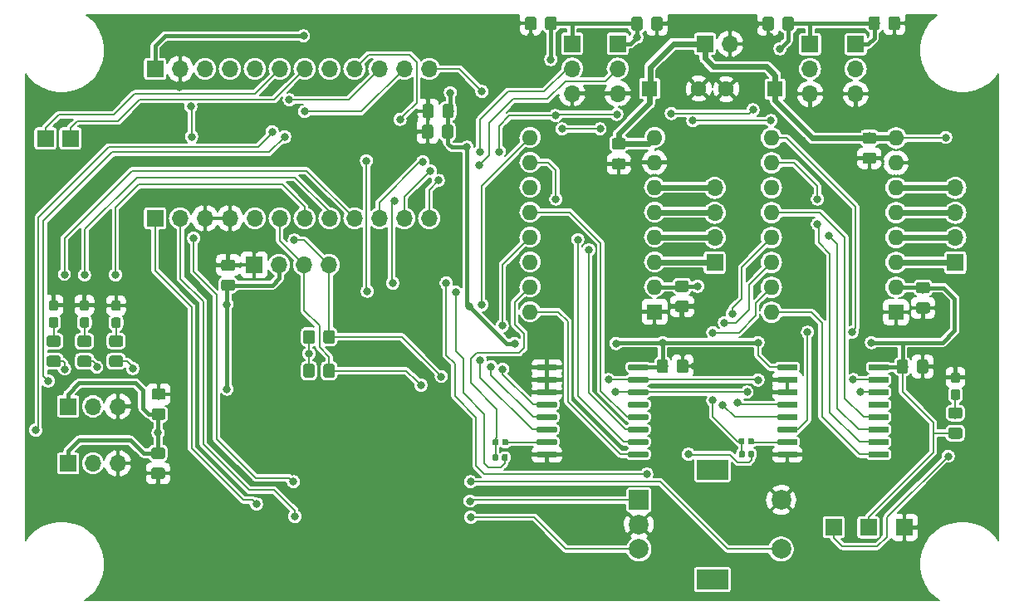
<source format=gbr>
G04 #@! TF.GenerationSoftware,KiCad,Pcbnew,(5.1.2-1)-1*
G04 #@! TF.CreationDate,2020-04-13T15:16:54-04:00*
G04 #@! TF.ProjectId,GR_Stepper_IO,47525f53-7465-4707-9065-725f494f2e6b,rev?*
G04 #@! TF.SameCoordinates,Original*
G04 #@! TF.FileFunction,Copper,L1,Top*
G04 #@! TF.FilePolarity,Positive*
%FSLAX46Y46*%
G04 Gerber Fmt 4.6, Leading zero omitted, Abs format (unit mm)*
G04 Created by KiCad (PCBNEW (5.1.2-1)-1) date 2020-04-13 15:16:54*
%MOMM*%
%LPD*%
G04 APERTURE LIST*
%ADD10C,0.152400*%
%ADD11C,1.150000*%
%ADD12C,0.950000*%
%ADD13R,1.700000X1.700000*%
%ADD14O,1.700000X1.700000*%
%ADD15C,2.000000*%
%ADD16R,3.200000X2.000000*%
%ADD17R,2.000000X2.000000*%
%ADD18C,1.600000*%
%ADD19R,1.600000X1.600000*%
%ADD20O,1.600000X1.600000*%
%ADD21C,0.590000*%
%ADD22C,0.600000*%
%ADD23C,0.800000*%
%ADD24C,0.203200*%
%ADD25C,0.406400*%
%ADD26C,0.609600*%
G04 APERTURE END LIST*
D10*
G36*
X117637705Y-77431604D02*
G01*
X117661973Y-77435204D01*
X117685772Y-77441165D01*
X117708871Y-77449430D01*
X117731050Y-77459920D01*
X117752093Y-77472532D01*
X117771799Y-77487147D01*
X117789977Y-77503623D01*
X117806453Y-77521801D01*
X117821068Y-77541507D01*
X117833680Y-77562550D01*
X117844170Y-77584729D01*
X117852435Y-77607828D01*
X117858396Y-77631627D01*
X117861996Y-77655895D01*
X117863200Y-77680399D01*
X117863200Y-78580401D01*
X117861996Y-78604905D01*
X117858396Y-78629173D01*
X117852435Y-78652972D01*
X117844170Y-78676071D01*
X117833680Y-78698250D01*
X117821068Y-78719293D01*
X117806453Y-78738999D01*
X117789977Y-78757177D01*
X117771799Y-78773653D01*
X117752093Y-78788268D01*
X117731050Y-78800880D01*
X117708871Y-78811370D01*
X117685772Y-78819635D01*
X117661973Y-78825596D01*
X117637705Y-78829196D01*
X117613201Y-78830400D01*
X116963199Y-78830400D01*
X116938695Y-78829196D01*
X116914427Y-78825596D01*
X116890628Y-78819635D01*
X116867529Y-78811370D01*
X116845350Y-78800880D01*
X116824307Y-78788268D01*
X116804601Y-78773653D01*
X116786423Y-78757177D01*
X116769947Y-78738999D01*
X116755332Y-78719293D01*
X116742720Y-78698250D01*
X116732230Y-78676071D01*
X116723965Y-78652972D01*
X116718004Y-78629173D01*
X116714404Y-78604905D01*
X116713200Y-78580401D01*
X116713200Y-77680399D01*
X116714404Y-77655895D01*
X116718004Y-77631627D01*
X116723965Y-77607828D01*
X116732230Y-77584729D01*
X116742720Y-77562550D01*
X116755332Y-77541507D01*
X116769947Y-77521801D01*
X116786423Y-77503623D01*
X116804601Y-77487147D01*
X116824307Y-77472532D01*
X116845350Y-77459920D01*
X116867529Y-77449430D01*
X116890628Y-77441165D01*
X116914427Y-77435204D01*
X116938695Y-77431604D01*
X116963199Y-77430400D01*
X117613201Y-77430400D01*
X117637705Y-77431604D01*
X117637705Y-77431604D01*
G37*
D11*
X117288200Y-78130400D03*
D10*
G36*
X119687705Y-77431604D02*
G01*
X119711973Y-77435204D01*
X119735772Y-77441165D01*
X119758871Y-77449430D01*
X119781050Y-77459920D01*
X119802093Y-77472532D01*
X119821799Y-77487147D01*
X119839977Y-77503623D01*
X119856453Y-77521801D01*
X119871068Y-77541507D01*
X119883680Y-77562550D01*
X119894170Y-77584729D01*
X119902435Y-77607828D01*
X119908396Y-77631627D01*
X119911996Y-77655895D01*
X119913200Y-77680399D01*
X119913200Y-78580401D01*
X119911996Y-78604905D01*
X119908396Y-78629173D01*
X119902435Y-78652972D01*
X119894170Y-78676071D01*
X119883680Y-78698250D01*
X119871068Y-78719293D01*
X119856453Y-78738999D01*
X119839977Y-78757177D01*
X119821799Y-78773653D01*
X119802093Y-78788268D01*
X119781050Y-78800880D01*
X119758871Y-78811370D01*
X119735772Y-78819635D01*
X119711973Y-78825596D01*
X119687705Y-78829196D01*
X119663201Y-78830400D01*
X119013199Y-78830400D01*
X118988695Y-78829196D01*
X118964427Y-78825596D01*
X118940628Y-78819635D01*
X118917529Y-78811370D01*
X118895350Y-78800880D01*
X118874307Y-78788268D01*
X118854601Y-78773653D01*
X118836423Y-78757177D01*
X118819947Y-78738999D01*
X118805332Y-78719293D01*
X118792720Y-78698250D01*
X118782230Y-78676071D01*
X118773965Y-78652972D01*
X118768004Y-78629173D01*
X118764404Y-78604905D01*
X118763200Y-78580401D01*
X118763200Y-77680399D01*
X118764404Y-77655895D01*
X118768004Y-77631627D01*
X118773965Y-77607828D01*
X118782230Y-77584729D01*
X118792720Y-77562550D01*
X118805332Y-77541507D01*
X118819947Y-77521801D01*
X118836423Y-77503623D01*
X118854601Y-77487147D01*
X118874307Y-77472532D01*
X118895350Y-77459920D01*
X118917529Y-77449430D01*
X118940628Y-77441165D01*
X118964427Y-77435204D01*
X118988695Y-77431604D01*
X119013199Y-77430400D01*
X119663201Y-77430400D01*
X119687705Y-77431604D01*
X119687705Y-77431604D01*
G37*
D11*
X119338200Y-78130400D03*
D10*
G36*
X98096865Y-80034484D02*
G01*
X98121133Y-80038084D01*
X98144932Y-80044045D01*
X98168031Y-80052310D01*
X98190210Y-80062800D01*
X98211253Y-80075412D01*
X98230959Y-80090027D01*
X98249137Y-80106503D01*
X98265613Y-80124681D01*
X98280228Y-80144387D01*
X98292840Y-80165430D01*
X98303330Y-80187609D01*
X98311595Y-80210708D01*
X98317556Y-80234507D01*
X98321156Y-80258775D01*
X98322360Y-80283279D01*
X98322360Y-80933281D01*
X98321156Y-80957785D01*
X98317556Y-80982053D01*
X98311595Y-81005852D01*
X98303330Y-81028951D01*
X98292840Y-81051130D01*
X98280228Y-81072173D01*
X98265613Y-81091879D01*
X98249137Y-81110057D01*
X98230959Y-81126533D01*
X98211253Y-81141148D01*
X98190210Y-81153760D01*
X98168031Y-81164250D01*
X98144932Y-81172515D01*
X98121133Y-81178476D01*
X98096865Y-81182076D01*
X98072361Y-81183280D01*
X97172359Y-81183280D01*
X97147855Y-81182076D01*
X97123587Y-81178476D01*
X97099788Y-81172515D01*
X97076689Y-81164250D01*
X97054510Y-81153760D01*
X97033467Y-81141148D01*
X97013761Y-81126533D01*
X96995583Y-81110057D01*
X96979107Y-81091879D01*
X96964492Y-81072173D01*
X96951880Y-81051130D01*
X96941390Y-81028951D01*
X96933125Y-81005852D01*
X96927164Y-80982053D01*
X96923564Y-80957785D01*
X96922360Y-80933281D01*
X96922360Y-80283279D01*
X96923564Y-80258775D01*
X96927164Y-80234507D01*
X96933125Y-80210708D01*
X96941390Y-80187609D01*
X96951880Y-80165430D01*
X96964492Y-80144387D01*
X96979107Y-80124681D01*
X96995583Y-80106503D01*
X97013761Y-80090027D01*
X97033467Y-80075412D01*
X97054510Y-80062800D01*
X97076689Y-80052310D01*
X97099788Y-80044045D01*
X97123587Y-80038084D01*
X97147855Y-80034484D01*
X97172359Y-80033280D01*
X98072361Y-80033280D01*
X98096865Y-80034484D01*
X98096865Y-80034484D01*
G37*
D11*
X97622360Y-80608280D03*
D10*
G36*
X98096865Y-77984484D02*
G01*
X98121133Y-77988084D01*
X98144932Y-77994045D01*
X98168031Y-78002310D01*
X98190210Y-78012800D01*
X98211253Y-78025412D01*
X98230959Y-78040027D01*
X98249137Y-78056503D01*
X98265613Y-78074681D01*
X98280228Y-78094387D01*
X98292840Y-78115430D01*
X98303330Y-78137609D01*
X98311595Y-78160708D01*
X98317556Y-78184507D01*
X98321156Y-78208775D01*
X98322360Y-78233279D01*
X98322360Y-78883281D01*
X98321156Y-78907785D01*
X98317556Y-78932053D01*
X98311595Y-78955852D01*
X98303330Y-78978951D01*
X98292840Y-79001130D01*
X98280228Y-79022173D01*
X98265613Y-79041879D01*
X98249137Y-79060057D01*
X98230959Y-79076533D01*
X98211253Y-79091148D01*
X98190210Y-79103760D01*
X98168031Y-79114250D01*
X98144932Y-79122515D01*
X98121133Y-79128476D01*
X98096865Y-79132076D01*
X98072361Y-79133280D01*
X97172359Y-79133280D01*
X97147855Y-79132076D01*
X97123587Y-79128476D01*
X97099788Y-79122515D01*
X97076689Y-79114250D01*
X97054510Y-79103760D01*
X97033467Y-79091148D01*
X97013761Y-79076533D01*
X96995583Y-79060057D01*
X96979107Y-79041879D01*
X96964492Y-79022173D01*
X96951880Y-79001130D01*
X96941390Y-78978951D01*
X96933125Y-78955852D01*
X96927164Y-78932053D01*
X96923564Y-78907785D01*
X96922360Y-78883281D01*
X96922360Y-78233279D01*
X96923564Y-78208775D01*
X96927164Y-78184507D01*
X96933125Y-78160708D01*
X96941390Y-78137609D01*
X96951880Y-78115430D01*
X96964492Y-78094387D01*
X96979107Y-78074681D01*
X96995583Y-78056503D01*
X97013761Y-78040027D01*
X97033467Y-78025412D01*
X97054510Y-78012800D01*
X97076689Y-78002310D01*
X97099788Y-77994045D01*
X97123587Y-77988084D01*
X97147855Y-77984484D01*
X97172359Y-77983280D01*
X98072361Y-77983280D01*
X98096865Y-77984484D01*
X98096865Y-77984484D01*
G37*
D11*
X97622360Y-78558280D03*
D10*
G36*
X94876145Y-77999724D02*
G01*
X94900413Y-78003324D01*
X94924212Y-78009285D01*
X94947311Y-78017550D01*
X94969490Y-78028040D01*
X94990533Y-78040652D01*
X95010239Y-78055267D01*
X95028417Y-78071743D01*
X95044893Y-78089921D01*
X95059508Y-78109627D01*
X95072120Y-78130670D01*
X95082610Y-78152849D01*
X95090875Y-78175948D01*
X95096836Y-78199747D01*
X95100436Y-78224015D01*
X95101640Y-78248519D01*
X95101640Y-78898521D01*
X95100436Y-78923025D01*
X95096836Y-78947293D01*
X95090875Y-78971092D01*
X95082610Y-78994191D01*
X95072120Y-79016370D01*
X95059508Y-79037413D01*
X95044893Y-79057119D01*
X95028417Y-79075297D01*
X95010239Y-79091773D01*
X94990533Y-79106388D01*
X94969490Y-79119000D01*
X94947311Y-79129490D01*
X94924212Y-79137755D01*
X94900413Y-79143716D01*
X94876145Y-79147316D01*
X94851641Y-79148520D01*
X93951639Y-79148520D01*
X93927135Y-79147316D01*
X93902867Y-79143716D01*
X93879068Y-79137755D01*
X93855969Y-79129490D01*
X93833790Y-79119000D01*
X93812747Y-79106388D01*
X93793041Y-79091773D01*
X93774863Y-79075297D01*
X93758387Y-79057119D01*
X93743772Y-79037413D01*
X93731160Y-79016370D01*
X93720670Y-78994191D01*
X93712405Y-78971092D01*
X93706444Y-78947293D01*
X93702844Y-78923025D01*
X93701640Y-78898521D01*
X93701640Y-78248519D01*
X93702844Y-78224015D01*
X93706444Y-78199747D01*
X93712405Y-78175948D01*
X93720670Y-78152849D01*
X93731160Y-78130670D01*
X93743772Y-78109627D01*
X93758387Y-78089921D01*
X93774863Y-78071743D01*
X93793041Y-78055267D01*
X93812747Y-78040652D01*
X93833790Y-78028040D01*
X93855969Y-78017550D01*
X93879068Y-78009285D01*
X93902867Y-78003324D01*
X93927135Y-77999724D01*
X93951639Y-77998520D01*
X94851641Y-77998520D01*
X94876145Y-77999724D01*
X94876145Y-77999724D01*
G37*
D11*
X94401640Y-78573520D03*
D10*
G36*
X94876145Y-80049724D02*
G01*
X94900413Y-80053324D01*
X94924212Y-80059285D01*
X94947311Y-80067550D01*
X94969490Y-80078040D01*
X94990533Y-80090652D01*
X95010239Y-80105267D01*
X95028417Y-80121743D01*
X95044893Y-80139921D01*
X95059508Y-80159627D01*
X95072120Y-80180670D01*
X95082610Y-80202849D01*
X95090875Y-80225948D01*
X95096836Y-80249747D01*
X95100436Y-80274015D01*
X95101640Y-80298519D01*
X95101640Y-80948521D01*
X95100436Y-80973025D01*
X95096836Y-80997293D01*
X95090875Y-81021092D01*
X95082610Y-81044191D01*
X95072120Y-81066370D01*
X95059508Y-81087413D01*
X95044893Y-81107119D01*
X95028417Y-81125297D01*
X95010239Y-81141773D01*
X94990533Y-81156388D01*
X94969490Y-81169000D01*
X94947311Y-81179490D01*
X94924212Y-81187755D01*
X94900413Y-81193716D01*
X94876145Y-81197316D01*
X94851641Y-81198520D01*
X93951639Y-81198520D01*
X93927135Y-81197316D01*
X93902867Y-81193716D01*
X93879068Y-81187755D01*
X93855969Y-81179490D01*
X93833790Y-81169000D01*
X93812747Y-81156388D01*
X93793041Y-81141773D01*
X93774863Y-81125297D01*
X93758387Y-81107119D01*
X93743772Y-81087413D01*
X93731160Y-81066370D01*
X93720670Y-81044191D01*
X93712405Y-81021092D01*
X93706444Y-80997293D01*
X93702844Y-80973025D01*
X93701640Y-80948521D01*
X93701640Y-80298519D01*
X93702844Y-80274015D01*
X93706444Y-80249747D01*
X93712405Y-80225948D01*
X93720670Y-80202849D01*
X93731160Y-80180670D01*
X93743772Y-80159627D01*
X93758387Y-80139921D01*
X93774863Y-80121743D01*
X93793041Y-80105267D01*
X93812747Y-80090652D01*
X93833790Y-80078040D01*
X93855969Y-80067550D01*
X93879068Y-80059285D01*
X93902867Y-80053324D01*
X93927135Y-80049724D01*
X93951639Y-80048520D01*
X94851641Y-80048520D01*
X94876145Y-80049724D01*
X94876145Y-80049724D01*
G37*
D11*
X94401640Y-80623520D03*
D10*
G36*
X91736705Y-80044644D02*
G01*
X91760973Y-80048244D01*
X91784772Y-80054205D01*
X91807871Y-80062470D01*
X91830050Y-80072960D01*
X91851093Y-80085572D01*
X91870799Y-80100187D01*
X91888977Y-80116663D01*
X91905453Y-80134841D01*
X91920068Y-80154547D01*
X91932680Y-80175590D01*
X91943170Y-80197769D01*
X91951435Y-80220868D01*
X91957396Y-80244667D01*
X91960996Y-80268935D01*
X91962200Y-80293439D01*
X91962200Y-80943441D01*
X91960996Y-80967945D01*
X91957396Y-80992213D01*
X91951435Y-81016012D01*
X91943170Y-81039111D01*
X91932680Y-81061290D01*
X91920068Y-81082333D01*
X91905453Y-81102039D01*
X91888977Y-81120217D01*
X91870799Y-81136693D01*
X91851093Y-81151308D01*
X91830050Y-81163920D01*
X91807871Y-81174410D01*
X91784772Y-81182675D01*
X91760973Y-81188636D01*
X91736705Y-81192236D01*
X91712201Y-81193440D01*
X90812199Y-81193440D01*
X90787695Y-81192236D01*
X90763427Y-81188636D01*
X90739628Y-81182675D01*
X90716529Y-81174410D01*
X90694350Y-81163920D01*
X90673307Y-81151308D01*
X90653601Y-81136693D01*
X90635423Y-81120217D01*
X90618947Y-81102039D01*
X90604332Y-81082333D01*
X90591720Y-81061290D01*
X90581230Y-81039111D01*
X90572965Y-81016012D01*
X90567004Y-80992213D01*
X90563404Y-80967945D01*
X90562200Y-80943441D01*
X90562200Y-80293439D01*
X90563404Y-80268935D01*
X90567004Y-80244667D01*
X90572965Y-80220868D01*
X90581230Y-80197769D01*
X90591720Y-80175590D01*
X90604332Y-80154547D01*
X90618947Y-80134841D01*
X90635423Y-80116663D01*
X90653601Y-80100187D01*
X90673307Y-80085572D01*
X90694350Y-80072960D01*
X90716529Y-80062470D01*
X90739628Y-80054205D01*
X90763427Y-80048244D01*
X90787695Y-80044644D01*
X90812199Y-80043440D01*
X91712201Y-80043440D01*
X91736705Y-80044644D01*
X91736705Y-80044644D01*
G37*
D11*
X91262200Y-80618440D03*
D10*
G36*
X91736705Y-77994644D02*
G01*
X91760973Y-77998244D01*
X91784772Y-78004205D01*
X91807871Y-78012470D01*
X91830050Y-78022960D01*
X91851093Y-78035572D01*
X91870799Y-78050187D01*
X91888977Y-78066663D01*
X91905453Y-78084841D01*
X91920068Y-78104547D01*
X91932680Y-78125590D01*
X91943170Y-78147769D01*
X91951435Y-78170868D01*
X91957396Y-78194667D01*
X91960996Y-78218935D01*
X91962200Y-78243439D01*
X91962200Y-78893441D01*
X91960996Y-78917945D01*
X91957396Y-78942213D01*
X91951435Y-78966012D01*
X91943170Y-78989111D01*
X91932680Y-79011290D01*
X91920068Y-79032333D01*
X91905453Y-79052039D01*
X91888977Y-79070217D01*
X91870799Y-79086693D01*
X91851093Y-79101308D01*
X91830050Y-79113920D01*
X91807871Y-79124410D01*
X91784772Y-79132675D01*
X91760973Y-79138636D01*
X91736705Y-79142236D01*
X91712201Y-79143440D01*
X90812199Y-79143440D01*
X90787695Y-79142236D01*
X90763427Y-79138636D01*
X90739628Y-79132675D01*
X90716529Y-79124410D01*
X90694350Y-79113920D01*
X90673307Y-79101308D01*
X90653601Y-79086693D01*
X90635423Y-79070217D01*
X90618947Y-79052039D01*
X90604332Y-79032333D01*
X90591720Y-79011290D01*
X90581230Y-78989111D01*
X90572965Y-78966012D01*
X90567004Y-78942213D01*
X90563404Y-78917945D01*
X90562200Y-78893441D01*
X90562200Y-78243439D01*
X90563404Y-78218935D01*
X90567004Y-78194667D01*
X90572965Y-78170868D01*
X90581230Y-78147769D01*
X90591720Y-78125590D01*
X90604332Y-78104547D01*
X90618947Y-78084841D01*
X90635423Y-78066663D01*
X90653601Y-78050187D01*
X90673307Y-78035572D01*
X90694350Y-78022960D01*
X90716529Y-78012470D01*
X90739628Y-78004205D01*
X90763427Y-77998244D01*
X90787695Y-77994644D01*
X90812199Y-77993440D01*
X91712201Y-77993440D01*
X91736705Y-77994644D01*
X91736705Y-77994644D01*
G37*
D11*
X91262200Y-78568440D03*
D10*
G36*
X155795910Y-74441402D02*
G01*
X155820135Y-74444995D01*
X155843891Y-74450946D01*
X155866949Y-74459196D01*
X155889087Y-74469667D01*
X155910093Y-74482257D01*
X155929763Y-74496845D01*
X155947908Y-74513292D01*
X155964355Y-74531437D01*
X155978943Y-74551107D01*
X155991533Y-74572113D01*
X156002004Y-74594251D01*
X156010254Y-74617309D01*
X156016205Y-74641065D01*
X156019798Y-74665290D01*
X156021000Y-74689750D01*
X156021000Y-75340650D01*
X156019798Y-75365110D01*
X156016205Y-75389335D01*
X156010254Y-75413091D01*
X156002004Y-75436149D01*
X155991533Y-75458287D01*
X155978943Y-75479293D01*
X155964355Y-75498963D01*
X155947908Y-75517108D01*
X155929763Y-75533555D01*
X155910093Y-75548143D01*
X155889087Y-75560733D01*
X155866949Y-75571204D01*
X155843891Y-75579454D01*
X155820135Y-75585405D01*
X155795910Y-75588998D01*
X155771450Y-75590200D01*
X154870550Y-75590200D01*
X154846090Y-75588998D01*
X154821865Y-75585405D01*
X154798109Y-75579454D01*
X154775051Y-75571204D01*
X154752913Y-75560733D01*
X154731907Y-75548143D01*
X154712237Y-75533555D01*
X154694092Y-75517108D01*
X154677645Y-75498963D01*
X154663057Y-75479293D01*
X154650467Y-75458287D01*
X154639996Y-75436149D01*
X154631746Y-75413091D01*
X154625795Y-75389335D01*
X154622202Y-75365110D01*
X154621000Y-75340650D01*
X154621000Y-74689750D01*
X154622202Y-74665290D01*
X154625795Y-74641065D01*
X154631746Y-74617309D01*
X154639996Y-74594251D01*
X154650467Y-74572113D01*
X154663057Y-74551107D01*
X154677645Y-74531437D01*
X154694092Y-74513292D01*
X154712237Y-74496845D01*
X154731907Y-74482257D01*
X154752913Y-74469667D01*
X154775051Y-74459196D01*
X154798109Y-74450946D01*
X154821865Y-74444995D01*
X154846090Y-74441402D01*
X154870550Y-74440200D01*
X155771450Y-74440200D01*
X155795910Y-74441402D01*
X155795910Y-74441402D01*
G37*
D11*
X155321000Y-75015200D03*
D10*
G36*
X155795505Y-72391404D02*
G01*
X155819773Y-72395004D01*
X155843572Y-72400965D01*
X155866671Y-72409230D01*
X155888850Y-72419720D01*
X155909893Y-72432332D01*
X155929599Y-72446947D01*
X155947777Y-72463423D01*
X155964253Y-72481601D01*
X155978868Y-72501307D01*
X155991480Y-72522350D01*
X156001970Y-72544529D01*
X156010235Y-72567628D01*
X156016196Y-72591427D01*
X156019796Y-72615695D01*
X156021000Y-72640199D01*
X156021000Y-73290201D01*
X156019796Y-73314705D01*
X156016196Y-73338973D01*
X156010235Y-73362772D01*
X156001970Y-73385871D01*
X155991480Y-73408050D01*
X155978868Y-73429093D01*
X155964253Y-73448799D01*
X155947777Y-73466977D01*
X155929599Y-73483453D01*
X155909893Y-73498068D01*
X155888850Y-73510680D01*
X155866671Y-73521170D01*
X155843572Y-73529435D01*
X155819773Y-73535396D01*
X155795505Y-73538996D01*
X155771001Y-73540200D01*
X154870999Y-73540200D01*
X154846495Y-73538996D01*
X154822227Y-73535396D01*
X154798428Y-73529435D01*
X154775329Y-73521170D01*
X154753150Y-73510680D01*
X154732107Y-73498068D01*
X154712401Y-73483453D01*
X154694223Y-73466977D01*
X154677747Y-73448799D01*
X154663132Y-73429093D01*
X154650520Y-73408050D01*
X154640030Y-73385871D01*
X154631765Y-73362772D01*
X154625804Y-73338973D01*
X154622204Y-73314705D01*
X154621000Y-73290201D01*
X154621000Y-72640199D01*
X154622204Y-72615695D01*
X154625804Y-72591427D01*
X154631765Y-72567628D01*
X154640030Y-72544529D01*
X154650520Y-72522350D01*
X154663132Y-72501307D01*
X154677747Y-72481601D01*
X154694223Y-72463423D01*
X154712401Y-72446947D01*
X154732107Y-72432332D01*
X154753150Y-72419720D01*
X154775329Y-72409230D01*
X154798428Y-72400965D01*
X154822227Y-72395004D01*
X154846495Y-72391404D01*
X154870999Y-72390200D01*
X155771001Y-72390200D01*
X155795505Y-72391404D01*
X155795505Y-72391404D01*
G37*
D11*
X155321000Y-72965200D03*
D10*
G36*
X129778905Y-54393804D02*
G01*
X129803173Y-54397404D01*
X129826972Y-54403365D01*
X129850071Y-54411630D01*
X129872250Y-54422120D01*
X129893293Y-54434732D01*
X129912999Y-54449347D01*
X129931177Y-54465823D01*
X129947653Y-54484001D01*
X129962268Y-54503707D01*
X129974880Y-54524750D01*
X129985370Y-54546929D01*
X129993635Y-54570028D01*
X129999596Y-54593827D01*
X130003196Y-54618095D01*
X130004400Y-54642599D01*
X130004400Y-55542601D01*
X130003196Y-55567105D01*
X129999596Y-55591373D01*
X129993635Y-55615172D01*
X129985370Y-55638271D01*
X129974880Y-55660450D01*
X129962268Y-55681493D01*
X129947653Y-55701199D01*
X129931177Y-55719377D01*
X129912999Y-55735853D01*
X129893293Y-55750468D01*
X129872250Y-55763080D01*
X129850071Y-55773570D01*
X129826972Y-55781835D01*
X129803173Y-55787796D01*
X129778905Y-55791396D01*
X129754401Y-55792600D01*
X129104399Y-55792600D01*
X129079895Y-55791396D01*
X129055627Y-55787796D01*
X129031828Y-55781835D01*
X129008729Y-55773570D01*
X128986550Y-55763080D01*
X128965507Y-55750468D01*
X128945801Y-55735853D01*
X128927623Y-55719377D01*
X128911147Y-55701199D01*
X128896532Y-55681493D01*
X128883920Y-55660450D01*
X128873430Y-55638271D01*
X128865165Y-55615172D01*
X128859204Y-55591373D01*
X128855604Y-55567105D01*
X128854400Y-55542601D01*
X128854400Y-54642599D01*
X128855604Y-54618095D01*
X128859204Y-54593827D01*
X128865165Y-54570028D01*
X128873430Y-54546929D01*
X128883920Y-54524750D01*
X128896532Y-54503707D01*
X128911147Y-54484001D01*
X128927623Y-54465823D01*
X128945801Y-54449347D01*
X128965507Y-54434732D01*
X128986550Y-54422120D01*
X129008729Y-54411630D01*
X129031828Y-54403365D01*
X129055627Y-54397404D01*
X129079895Y-54393804D01*
X129104399Y-54392600D01*
X129754401Y-54392600D01*
X129778905Y-54393804D01*
X129778905Y-54393804D01*
G37*
D11*
X129429400Y-55092600D03*
D10*
G36*
X131828905Y-54393804D02*
G01*
X131853173Y-54397404D01*
X131876972Y-54403365D01*
X131900071Y-54411630D01*
X131922250Y-54422120D01*
X131943293Y-54434732D01*
X131962999Y-54449347D01*
X131981177Y-54465823D01*
X131997653Y-54484001D01*
X132012268Y-54503707D01*
X132024880Y-54524750D01*
X132035370Y-54546929D01*
X132043635Y-54570028D01*
X132049596Y-54593827D01*
X132053196Y-54618095D01*
X132054400Y-54642599D01*
X132054400Y-55542601D01*
X132053196Y-55567105D01*
X132049596Y-55591373D01*
X132043635Y-55615172D01*
X132035370Y-55638271D01*
X132024880Y-55660450D01*
X132012268Y-55681493D01*
X131997653Y-55701199D01*
X131981177Y-55719377D01*
X131962999Y-55735853D01*
X131943293Y-55750468D01*
X131922250Y-55763080D01*
X131900071Y-55773570D01*
X131876972Y-55781835D01*
X131853173Y-55787796D01*
X131828905Y-55791396D01*
X131804401Y-55792600D01*
X131154399Y-55792600D01*
X131129895Y-55791396D01*
X131105627Y-55787796D01*
X131081828Y-55781835D01*
X131058729Y-55773570D01*
X131036550Y-55763080D01*
X131015507Y-55750468D01*
X130995801Y-55735853D01*
X130977623Y-55719377D01*
X130961147Y-55701199D01*
X130946532Y-55681493D01*
X130933920Y-55660450D01*
X130923430Y-55638271D01*
X130915165Y-55615172D01*
X130909204Y-55591373D01*
X130905604Y-55567105D01*
X130904400Y-55542601D01*
X130904400Y-54642599D01*
X130905604Y-54618095D01*
X130909204Y-54593827D01*
X130915165Y-54570028D01*
X130923430Y-54546929D01*
X130933920Y-54524750D01*
X130946532Y-54503707D01*
X130961147Y-54484001D01*
X130977623Y-54465823D01*
X130995801Y-54449347D01*
X131015507Y-54434732D01*
X131036550Y-54422120D01*
X131058729Y-54411630D01*
X131081828Y-54403365D01*
X131105627Y-54397404D01*
X131129895Y-54393804D01*
X131154399Y-54392600D01*
X131804401Y-54392600D01*
X131828905Y-54393804D01*
X131828905Y-54393804D01*
G37*
D11*
X131479400Y-55092600D03*
D10*
G36*
X131778105Y-56502004D02*
G01*
X131802373Y-56505604D01*
X131826172Y-56511565D01*
X131849271Y-56519830D01*
X131871450Y-56530320D01*
X131892493Y-56542932D01*
X131912199Y-56557547D01*
X131930377Y-56574023D01*
X131946853Y-56592201D01*
X131961468Y-56611907D01*
X131974080Y-56632950D01*
X131984570Y-56655129D01*
X131992835Y-56678228D01*
X131998796Y-56702027D01*
X132002396Y-56726295D01*
X132003600Y-56750799D01*
X132003600Y-57650801D01*
X132002396Y-57675305D01*
X131998796Y-57699573D01*
X131992835Y-57723372D01*
X131984570Y-57746471D01*
X131974080Y-57768650D01*
X131961468Y-57789693D01*
X131946853Y-57809399D01*
X131930377Y-57827577D01*
X131912199Y-57844053D01*
X131892493Y-57858668D01*
X131871450Y-57871280D01*
X131849271Y-57881770D01*
X131826172Y-57890035D01*
X131802373Y-57895996D01*
X131778105Y-57899596D01*
X131753601Y-57900800D01*
X131103599Y-57900800D01*
X131079095Y-57899596D01*
X131054827Y-57895996D01*
X131031028Y-57890035D01*
X131007929Y-57881770D01*
X130985750Y-57871280D01*
X130964707Y-57858668D01*
X130945001Y-57844053D01*
X130926823Y-57827577D01*
X130910347Y-57809399D01*
X130895732Y-57789693D01*
X130883120Y-57768650D01*
X130872630Y-57746471D01*
X130864365Y-57723372D01*
X130858404Y-57699573D01*
X130854804Y-57675305D01*
X130853600Y-57650801D01*
X130853600Y-56750799D01*
X130854804Y-56726295D01*
X130858404Y-56702027D01*
X130864365Y-56678228D01*
X130872630Y-56655129D01*
X130883120Y-56632950D01*
X130895732Y-56611907D01*
X130910347Y-56592201D01*
X130926823Y-56574023D01*
X130945001Y-56557547D01*
X130964707Y-56542932D01*
X130985750Y-56530320D01*
X131007929Y-56519830D01*
X131031028Y-56511565D01*
X131054827Y-56505604D01*
X131079095Y-56502004D01*
X131103599Y-56500800D01*
X131753601Y-56500800D01*
X131778105Y-56502004D01*
X131778105Y-56502004D01*
G37*
D11*
X131428600Y-57200800D03*
D10*
G36*
X129728105Y-56502004D02*
G01*
X129752373Y-56505604D01*
X129776172Y-56511565D01*
X129799271Y-56519830D01*
X129821450Y-56530320D01*
X129842493Y-56542932D01*
X129862199Y-56557547D01*
X129880377Y-56574023D01*
X129896853Y-56592201D01*
X129911468Y-56611907D01*
X129924080Y-56632950D01*
X129934570Y-56655129D01*
X129942835Y-56678228D01*
X129948796Y-56702027D01*
X129952396Y-56726295D01*
X129953600Y-56750799D01*
X129953600Y-57650801D01*
X129952396Y-57675305D01*
X129948796Y-57699573D01*
X129942835Y-57723372D01*
X129934570Y-57746471D01*
X129924080Y-57768650D01*
X129911468Y-57789693D01*
X129896853Y-57809399D01*
X129880377Y-57827577D01*
X129862199Y-57844053D01*
X129842493Y-57858668D01*
X129821450Y-57871280D01*
X129799271Y-57881770D01*
X129776172Y-57890035D01*
X129752373Y-57895996D01*
X129728105Y-57899596D01*
X129703601Y-57900800D01*
X129053599Y-57900800D01*
X129029095Y-57899596D01*
X129004827Y-57895996D01*
X128981028Y-57890035D01*
X128957929Y-57881770D01*
X128935750Y-57871280D01*
X128914707Y-57858668D01*
X128895001Y-57844053D01*
X128876823Y-57827577D01*
X128860347Y-57809399D01*
X128845732Y-57789693D01*
X128833120Y-57768650D01*
X128822630Y-57746471D01*
X128814365Y-57723372D01*
X128808404Y-57699573D01*
X128804804Y-57675305D01*
X128803600Y-57650801D01*
X128803600Y-56750799D01*
X128804804Y-56726295D01*
X128808404Y-56702027D01*
X128814365Y-56678228D01*
X128822630Y-56655129D01*
X128833120Y-56632950D01*
X128845732Y-56611907D01*
X128860347Y-56592201D01*
X128876823Y-56574023D01*
X128895001Y-56557547D01*
X128914707Y-56542932D01*
X128935750Y-56530320D01*
X128957929Y-56519830D01*
X128981028Y-56511565D01*
X129004827Y-56505604D01*
X129029095Y-56502004D01*
X129053599Y-56500800D01*
X129703601Y-56500800D01*
X129728105Y-56502004D01*
X129728105Y-56502004D01*
G37*
D11*
X129378600Y-57200800D03*
D10*
G36*
X109516705Y-70232404D02*
G01*
X109540973Y-70236004D01*
X109564772Y-70241965D01*
X109587871Y-70250230D01*
X109610050Y-70260720D01*
X109631093Y-70273332D01*
X109650799Y-70287947D01*
X109668977Y-70304423D01*
X109685453Y-70322601D01*
X109700068Y-70342307D01*
X109712680Y-70363350D01*
X109723170Y-70385529D01*
X109731435Y-70408628D01*
X109737396Y-70432427D01*
X109740996Y-70456695D01*
X109742200Y-70481199D01*
X109742200Y-71131201D01*
X109740996Y-71155705D01*
X109737396Y-71179973D01*
X109731435Y-71203772D01*
X109723170Y-71226871D01*
X109712680Y-71249050D01*
X109700068Y-71270093D01*
X109685453Y-71289799D01*
X109668977Y-71307977D01*
X109650799Y-71324453D01*
X109631093Y-71339068D01*
X109610050Y-71351680D01*
X109587871Y-71362170D01*
X109564772Y-71370435D01*
X109540973Y-71376396D01*
X109516705Y-71379996D01*
X109492201Y-71381200D01*
X108592199Y-71381200D01*
X108567695Y-71379996D01*
X108543427Y-71376396D01*
X108519628Y-71370435D01*
X108496529Y-71362170D01*
X108474350Y-71351680D01*
X108453307Y-71339068D01*
X108433601Y-71324453D01*
X108415423Y-71307977D01*
X108398947Y-71289799D01*
X108384332Y-71270093D01*
X108371720Y-71249050D01*
X108361230Y-71226871D01*
X108352965Y-71203772D01*
X108347004Y-71179973D01*
X108343404Y-71155705D01*
X108342200Y-71131201D01*
X108342200Y-70481199D01*
X108343404Y-70456695D01*
X108347004Y-70432427D01*
X108352965Y-70408628D01*
X108361230Y-70385529D01*
X108371720Y-70363350D01*
X108384332Y-70342307D01*
X108398947Y-70322601D01*
X108415423Y-70304423D01*
X108433601Y-70287947D01*
X108453307Y-70273332D01*
X108474350Y-70260720D01*
X108496529Y-70250230D01*
X108519628Y-70241965D01*
X108543427Y-70236004D01*
X108567695Y-70232404D01*
X108592199Y-70231200D01*
X109492201Y-70231200D01*
X109516705Y-70232404D01*
X109516705Y-70232404D01*
G37*
D11*
X109042200Y-70806200D03*
D10*
G36*
X109516705Y-72282404D02*
G01*
X109540973Y-72286004D01*
X109564772Y-72291965D01*
X109587871Y-72300230D01*
X109610050Y-72310720D01*
X109631093Y-72323332D01*
X109650799Y-72337947D01*
X109668977Y-72354423D01*
X109685453Y-72372601D01*
X109700068Y-72392307D01*
X109712680Y-72413350D01*
X109723170Y-72435529D01*
X109731435Y-72458628D01*
X109737396Y-72482427D01*
X109740996Y-72506695D01*
X109742200Y-72531199D01*
X109742200Y-73181201D01*
X109740996Y-73205705D01*
X109737396Y-73229973D01*
X109731435Y-73253772D01*
X109723170Y-73276871D01*
X109712680Y-73299050D01*
X109700068Y-73320093D01*
X109685453Y-73339799D01*
X109668977Y-73357977D01*
X109650799Y-73374453D01*
X109631093Y-73389068D01*
X109610050Y-73401680D01*
X109587871Y-73412170D01*
X109564772Y-73420435D01*
X109540973Y-73426396D01*
X109516705Y-73429996D01*
X109492201Y-73431200D01*
X108592199Y-73431200D01*
X108567695Y-73429996D01*
X108543427Y-73426396D01*
X108519628Y-73420435D01*
X108496529Y-73412170D01*
X108474350Y-73401680D01*
X108453307Y-73389068D01*
X108433601Y-73374453D01*
X108415423Y-73357977D01*
X108398947Y-73339799D01*
X108384332Y-73320093D01*
X108371720Y-73299050D01*
X108361230Y-73276871D01*
X108352965Y-73253772D01*
X108347004Y-73229973D01*
X108343404Y-73205705D01*
X108342200Y-73181201D01*
X108342200Y-72531199D01*
X108343404Y-72506695D01*
X108347004Y-72482427D01*
X108352965Y-72458628D01*
X108361230Y-72435529D01*
X108371720Y-72413350D01*
X108384332Y-72392307D01*
X108398947Y-72372601D01*
X108415423Y-72354423D01*
X108433601Y-72337947D01*
X108453307Y-72323332D01*
X108474350Y-72310720D01*
X108496529Y-72300230D01*
X108519628Y-72291965D01*
X108543427Y-72286004D01*
X108567695Y-72282404D01*
X108592199Y-72281200D01*
X109492201Y-72281200D01*
X109516705Y-72282404D01*
X109516705Y-72282404D01*
G37*
D11*
X109042200Y-72856200D03*
D10*
G36*
X102430105Y-85439604D02*
G01*
X102454373Y-85443204D01*
X102478172Y-85449165D01*
X102501271Y-85457430D01*
X102523450Y-85467920D01*
X102544493Y-85480532D01*
X102564199Y-85495147D01*
X102582377Y-85511623D01*
X102598853Y-85529801D01*
X102613468Y-85549507D01*
X102626080Y-85570550D01*
X102636570Y-85592729D01*
X102644835Y-85615828D01*
X102650796Y-85639627D01*
X102654396Y-85663895D01*
X102655600Y-85688399D01*
X102655600Y-86338401D01*
X102654396Y-86362905D01*
X102650796Y-86387173D01*
X102644835Y-86410972D01*
X102636570Y-86434071D01*
X102626080Y-86456250D01*
X102613468Y-86477293D01*
X102598853Y-86496999D01*
X102582377Y-86515177D01*
X102564199Y-86531653D01*
X102544493Y-86546268D01*
X102523450Y-86558880D01*
X102501271Y-86569370D01*
X102478172Y-86577635D01*
X102454373Y-86583596D01*
X102430105Y-86587196D01*
X102405601Y-86588400D01*
X101505599Y-86588400D01*
X101481095Y-86587196D01*
X101456827Y-86583596D01*
X101433028Y-86577635D01*
X101409929Y-86569370D01*
X101387750Y-86558880D01*
X101366707Y-86546268D01*
X101347001Y-86531653D01*
X101328823Y-86515177D01*
X101312347Y-86496999D01*
X101297732Y-86477293D01*
X101285120Y-86456250D01*
X101274630Y-86434071D01*
X101266365Y-86410972D01*
X101260404Y-86387173D01*
X101256804Y-86362905D01*
X101255600Y-86338401D01*
X101255600Y-85688399D01*
X101256804Y-85663895D01*
X101260404Y-85639627D01*
X101266365Y-85615828D01*
X101274630Y-85592729D01*
X101285120Y-85570550D01*
X101297732Y-85549507D01*
X101312347Y-85529801D01*
X101328823Y-85511623D01*
X101347001Y-85495147D01*
X101366707Y-85480532D01*
X101387750Y-85467920D01*
X101409929Y-85457430D01*
X101433028Y-85449165D01*
X101456827Y-85443204D01*
X101481095Y-85439604D01*
X101505599Y-85438400D01*
X102405601Y-85438400D01*
X102430105Y-85439604D01*
X102430105Y-85439604D01*
G37*
D11*
X101955600Y-86013400D03*
D10*
G36*
X102430105Y-83389604D02*
G01*
X102454373Y-83393204D01*
X102478172Y-83399165D01*
X102501271Y-83407430D01*
X102523450Y-83417920D01*
X102544493Y-83430532D01*
X102564199Y-83445147D01*
X102582377Y-83461623D01*
X102598853Y-83479801D01*
X102613468Y-83499507D01*
X102626080Y-83520550D01*
X102636570Y-83542729D01*
X102644835Y-83565828D01*
X102650796Y-83589627D01*
X102654396Y-83613895D01*
X102655600Y-83638399D01*
X102655600Y-84288401D01*
X102654396Y-84312905D01*
X102650796Y-84337173D01*
X102644835Y-84360972D01*
X102636570Y-84384071D01*
X102626080Y-84406250D01*
X102613468Y-84427293D01*
X102598853Y-84446999D01*
X102582377Y-84465177D01*
X102564199Y-84481653D01*
X102544493Y-84496268D01*
X102523450Y-84508880D01*
X102501271Y-84519370D01*
X102478172Y-84527635D01*
X102454373Y-84533596D01*
X102430105Y-84537196D01*
X102405601Y-84538400D01*
X101505599Y-84538400D01*
X101481095Y-84537196D01*
X101456827Y-84533596D01*
X101433028Y-84527635D01*
X101409929Y-84519370D01*
X101387750Y-84508880D01*
X101366707Y-84496268D01*
X101347001Y-84481653D01*
X101328823Y-84465177D01*
X101312347Y-84446999D01*
X101297732Y-84427293D01*
X101285120Y-84406250D01*
X101274630Y-84384071D01*
X101266365Y-84360972D01*
X101260404Y-84337173D01*
X101256804Y-84312905D01*
X101255600Y-84288401D01*
X101255600Y-83638399D01*
X101256804Y-83613895D01*
X101260404Y-83589627D01*
X101266365Y-83565828D01*
X101274630Y-83542729D01*
X101285120Y-83520550D01*
X101297732Y-83499507D01*
X101312347Y-83479801D01*
X101328823Y-83461623D01*
X101347001Y-83445147D01*
X101366707Y-83430532D01*
X101387750Y-83417920D01*
X101409929Y-83407430D01*
X101433028Y-83399165D01*
X101456827Y-83393204D01*
X101481095Y-83389604D01*
X101505599Y-83388400D01*
X102405601Y-83388400D01*
X102430105Y-83389604D01*
X102430105Y-83389604D01*
G37*
D11*
X101955600Y-83963400D03*
D10*
G36*
X102379305Y-91468404D02*
G01*
X102403573Y-91472004D01*
X102427372Y-91477965D01*
X102450471Y-91486230D01*
X102472650Y-91496720D01*
X102493693Y-91509332D01*
X102513399Y-91523947D01*
X102531577Y-91540423D01*
X102548053Y-91558601D01*
X102562668Y-91578307D01*
X102575280Y-91599350D01*
X102585770Y-91621529D01*
X102594035Y-91644628D01*
X102599996Y-91668427D01*
X102603596Y-91692695D01*
X102604800Y-91717199D01*
X102604800Y-92367201D01*
X102603596Y-92391705D01*
X102599996Y-92415973D01*
X102594035Y-92439772D01*
X102585770Y-92462871D01*
X102575280Y-92485050D01*
X102562668Y-92506093D01*
X102548053Y-92525799D01*
X102531577Y-92543977D01*
X102513399Y-92560453D01*
X102493693Y-92575068D01*
X102472650Y-92587680D01*
X102450471Y-92598170D01*
X102427372Y-92606435D01*
X102403573Y-92612396D01*
X102379305Y-92615996D01*
X102354801Y-92617200D01*
X101454799Y-92617200D01*
X101430295Y-92615996D01*
X101406027Y-92612396D01*
X101382228Y-92606435D01*
X101359129Y-92598170D01*
X101336950Y-92587680D01*
X101315907Y-92575068D01*
X101296201Y-92560453D01*
X101278023Y-92543977D01*
X101261547Y-92525799D01*
X101246932Y-92506093D01*
X101234320Y-92485050D01*
X101223830Y-92462871D01*
X101215565Y-92439772D01*
X101209604Y-92415973D01*
X101206004Y-92391705D01*
X101204800Y-92367201D01*
X101204800Y-91717199D01*
X101206004Y-91692695D01*
X101209604Y-91668427D01*
X101215565Y-91644628D01*
X101223830Y-91621529D01*
X101234320Y-91599350D01*
X101246932Y-91578307D01*
X101261547Y-91558601D01*
X101278023Y-91540423D01*
X101296201Y-91523947D01*
X101315907Y-91509332D01*
X101336950Y-91496720D01*
X101359129Y-91486230D01*
X101382228Y-91477965D01*
X101406027Y-91472004D01*
X101430295Y-91468404D01*
X101454799Y-91467200D01*
X102354801Y-91467200D01*
X102379305Y-91468404D01*
X102379305Y-91468404D01*
G37*
D11*
X101904800Y-92042200D03*
D10*
G36*
X102379305Y-89418404D02*
G01*
X102403573Y-89422004D01*
X102427372Y-89427965D01*
X102450471Y-89436230D01*
X102472650Y-89446720D01*
X102493693Y-89459332D01*
X102513399Y-89473947D01*
X102531577Y-89490423D01*
X102548053Y-89508601D01*
X102562668Y-89528307D01*
X102575280Y-89549350D01*
X102585770Y-89571529D01*
X102594035Y-89594628D01*
X102599996Y-89618427D01*
X102603596Y-89642695D01*
X102604800Y-89667199D01*
X102604800Y-90317201D01*
X102603596Y-90341705D01*
X102599996Y-90365973D01*
X102594035Y-90389772D01*
X102585770Y-90412871D01*
X102575280Y-90435050D01*
X102562668Y-90456093D01*
X102548053Y-90475799D01*
X102531577Y-90493977D01*
X102513399Y-90510453D01*
X102493693Y-90525068D01*
X102472650Y-90537680D01*
X102450471Y-90548170D01*
X102427372Y-90556435D01*
X102403573Y-90562396D01*
X102379305Y-90565996D01*
X102354801Y-90567200D01*
X101454799Y-90567200D01*
X101430295Y-90565996D01*
X101406027Y-90562396D01*
X101382228Y-90556435D01*
X101359129Y-90548170D01*
X101336950Y-90537680D01*
X101315907Y-90525068D01*
X101296201Y-90510453D01*
X101278023Y-90493977D01*
X101261547Y-90475799D01*
X101246932Y-90456093D01*
X101234320Y-90435050D01*
X101223830Y-90412871D01*
X101215565Y-90389772D01*
X101209604Y-90365973D01*
X101206004Y-90341705D01*
X101204800Y-90317201D01*
X101204800Y-89667199D01*
X101206004Y-89642695D01*
X101209604Y-89618427D01*
X101215565Y-89594628D01*
X101223830Y-89571529D01*
X101234320Y-89549350D01*
X101246932Y-89528307D01*
X101261547Y-89508601D01*
X101278023Y-89490423D01*
X101296201Y-89473947D01*
X101315907Y-89459332D01*
X101336950Y-89446720D01*
X101359129Y-89436230D01*
X101382228Y-89427965D01*
X101406027Y-89422004D01*
X101430295Y-89418404D01*
X101454799Y-89417200D01*
X102354801Y-89417200D01*
X102379305Y-89418404D01*
X102379305Y-89418404D01*
G37*
D11*
X101904800Y-89992200D03*
D10*
G36*
X183460819Y-81745504D02*
G01*
X183483874Y-81748923D01*
X183506483Y-81754587D01*
X183528427Y-81762439D01*
X183549497Y-81772404D01*
X183569488Y-81784386D01*
X183588208Y-81798270D01*
X183605478Y-81813922D01*
X183621130Y-81831192D01*
X183635014Y-81849912D01*
X183646996Y-81869903D01*
X183656961Y-81890973D01*
X183664813Y-81912917D01*
X183670477Y-81935526D01*
X183673896Y-81958581D01*
X183675040Y-81981860D01*
X183675040Y-82556860D01*
X183673896Y-82580139D01*
X183670477Y-82603194D01*
X183664813Y-82625803D01*
X183656961Y-82647747D01*
X183646996Y-82668817D01*
X183635014Y-82688808D01*
X183621130Y-82707528D01*
X183605478Y-82724798D01*
X183588208Y-82740450D01*
X183569488Y-82754334D01*
X183549497Y-82766316D01*
X183528427Y-82776281D01*
X183506483Y-82784133D01*
X183483874Y-82789797D01*
X183460819Y-82793216D01*
X183437540Y-82794360D01*
X182962540Y-82794360D01*
X182939261Y-82793216D01*
X182916206Y-82789797D01*
X182893597Y-82784133D01*
X182871653Y-82776281D01*
X182850583Y-82766316D01*
X182830592Y-82754334D01*
X182811872Y-82740450D01*
X182794602Y-82724798D01*
X182778950Y-82707528D01*
X182765066Y-82688808D01*
X182753084Y-82668817D01*
X182743119Y-82647747D01*
X182735267Y-82625803D01*
X182729603Y-82603194D01*
X182726184Y-82580139D01*
X182725040Y-82556860D01*
X182725040Y-81981860D01*
X182726184Y-81958581D01*
X182729603Y-81935526D01*
X182735267Y-81912917D01*
X182743119Y-81890973D01*
X182753084Y-81869903D01*
X182765066Y-81849912D01*
X182778950Y-81831192D01*
X182794602Y-81813922D01*
X182811872Y-81798270D01*
X182830592Y-81784386D01*
X182850583Y-81772404D01*
X182871653Y-81762439D01*
X182893597Y-81754587D01*
X182916206Y-81748923D01*
X182939261Y-81745504D01*
X182962540Y-81744360D01*
X183437540Y-81744360D01*
X183460819Y-81745504D01*
X183460819Y-81745504D01*
G37*
D12*
X183200040Y-82269360D03*
D10*
G36*
X183460819Y-83495504D02*
G01*
X183483874Y-83498923D01*
X183506483Y-83504587D01*
X183528427Y-83512439D01*
X183549497Y-83522404D01*
X183569488Y-83534386D01*
X183588208Y-83548270D01*
X183605478Y-83563922D01*
X183621130Y-83581192D01*
X183635014Y-83599912D01*
X183646996Y-83619903D01*
X183656961Y-83640973D01*
X183664813Y-83662917D01*
X183670477Y-83685526D01*
X183673896Y-83708581D01*
X183675040Y-83731860D01*
X183675040Y-84306860D01*
X183673896Y-84330139D01*
X183670477Y-84353194D01*
X183664813Y-84375803D01*
X183656961Y-84397747D01*
X183646996Y-84418817D01*
X183635014Y-84438808D01*
X183621130Y-84457528D01*
X183605478Y-84474798D01*
X183588208Y-84490450D01*
X183569488Y-84504334D01*
X183549497Y-84516316D01*
X183528427Y-84526281D01*
X183506483Y-84534133D01*
X183483874Y-84539797D01*
X183460819Y-84543216D01*
X183437540Y-84544360D01*
X182962540Y-84544360D01*
X182939261Y-84543216D01*
X182916206Y-84539797D01*
X182893597Y-84534133D01*
X182871653Y-84526281D01*
X182850583Y-84516316D01*
X182830592Y-84504334D01*
X182811872Y-84490450D01*
X182794602Y-84474798D01*
X182778950Y-84457528D01*
X182765066Y-84438808D01*
X182753084Y-84418817D01*
X182743119Y-84397747D01*
X182735267Y-84375803D01*
X182729603Y-84353194D01*
X182726184Y-84330139D01*
X182725040Y-84306860D01*
X182725040Y-83731860D01*
X182726184Y-83708581D01*
X182729603Y-83685526D01*
X182735267Y-83662917D01*
X182743119Y-83640973D01*
X182753084Y-83619903D01*
X182765066Y-83599912D01*
X182778950Y-83581192D01*
X182794602Y-83563922D01*
X182811872Y-83548270D01*
X182830592Y-83534386D01*
X182850583Y-83522404D01*
X182871653Y-83512439D01*
X182893597Y-83504587D01*
X182916206Y-83498923D01*
X182939261Y-83495504D01*
X182962540Y-83494360D01*
X183437540Y-83494360D01*
X183460819Y-83495504D01*
X183460819Y-83495504D01*
G37*
D12*
X183200040Y-84019360D03*
D10*
G36*
X97888219Y-74404904D02*
G01*
X97911274Y-74408323D01*
X97933883Y-74413987D01*
X97955827Y-74421839D01*
X97976897Y-74431804D01*
X97996888Y-74443786D01*
X98015608Y-74457670D01*
X98032878Y-74473322D01*
X98048530Y-74490592D01*
X98062414Y-74509312D01*
X98074396Y-74529303D01*
X98084361Y-74550373D01*
X98092213Y-74572317D01*
X98097877Y-74594926D01*
X98101296Y-74617981D01*
X98102440Y-74641260D01*
X98102440Y-75216260D01*
X98101296Y-75239539D01*
X98097877Y-75262594D01*
X98092213Y-75285203D01*
X98084361Y-75307147D01*
X98074396Y-75328217D01*
X98062414Y-75348208D01*
X98048530Y-75366928D01*
X98032878Y-75384198D01*
X98015608Y-75399850D01*
X97996888Y-75413734D01*
X97976897Y-75425716D01*
X97955827Y-75435681D01*
X97933883Y-75443533D01*
X97911274Y-75449197D01*
X97888219Y-75452616D01*
X97864940Y-75453760D01*
X97389940Y-75453760D01*
X97366661Y-75452616D01*
X97343606Y-75449197D01*
X97320997Y-75443533D01*
X97299053Y-75435681D01*
X97277983Y-75425716D01*
X97257992Y-75413734D01*
X97239272Y-75399850D01*
X97222002Y-75384198D01*
X97206350Y-75366928D01*
X97192466Y-75348208D01*
X97180484Y-75328217D01*
X97170519Y-75307147D01*
X97162667Y-75285203D01*
X97157003Y-75262594D01*
X97153584Y-75239539D01*
X97152440Y-75216260D01*
X97152440Y-74641260D01*
X97153584Y-74617981D01*
X97157003Y-74594926D01*
X97162667Y-74572317D01*
X97170519Y-74550373D01*
X97180484Y-74529303D01*
X97192466Y-74509312D01*
X97206350Y-74490592D01*
X97222002Y-74473322D01*
X97239272Y-74457670D01*
X97257992Y-74443786D01*
X97277983Y-74431804D01*
X97299053Y-74421839D01*
X97320997Y-74413987D01*
X97343606Y-74408323D01*
X97366661Y-74404904D01*
X97389940Y-74403760D01*
X97864940Y-74403760D01*
X97888219Y-74404904D01*
X97888219Y-74404904D01*
G37*
D12*
X97627440Y-74928760D03*
D10*
G36*
X97888219Y-76154904D02*
G01*
X97911274Y-76158323D01*
X97933883Y-76163987D01*
X97955827Y-76171839D01*
X97976897Y-76181804D01*
X97996888Y-76193786D01*
X98015608Y-76207670D01*
X98032878Y-76223322D01*
X98048530Y-76240592D01*
X98062414Y-76259312D01*
X98074396Y-76279303D01*
X98084361Y-76300373D01*
X98092213Y-76322317D01*
X98097877Y-76344926D01*
X98101296Y-76367981D01*
X98102440Y-76391260D01*
X98102440Y-76966260D01*
X98101296Y-76989539D01*
X98097877Y-77012594D01*
X98092213Y-77035203D01*
X98084361Y-77057147D01*
X98074396Y-77078217D01*
X98062414Y-77098208D01*
X98048530Y-77116928D01*
X98032878Y-77134198D01*
X98015608Y-77149850D01*
X97996888Y-77163734D01*
X97976897Y-77175716D01*
X97955827Y-77185681D01*
X97933883Y-77193533D01*
X97911274Y-77199197D01*
X97888219Y-77202616D01*
X97864940Y-77203760D01*
X97389940Y-77203760D01*
X97366661Y-77202616D01*
X97343606Y-77199197D01*
X97320997Y-77193533D01*
X97299053Y-77185681D01*
X97277983Y-77175716D01*
X97257992Y-77163734D01*
X97239272Y-77149850D01*
X97222002Y-77134198D01*
X97206350Y-77116928D01*
X97192466Y-77098208D01*
X97180484Y-77078217D01*
X97170519Y-77057147D01*
X97162667Y-77035203D01*
X97157003Y-77012594D01*
X97153584Y-76989539D01*
X97152440Y-76966260D01*
X97152440Y-76391260D01*
X97153584Y-76367981D01*
X97157003Y-76344926D01*
X97162667Y-76322317D01*
X97170519Y-76300373D01*
X97180484Y-76279303D01*
X97192466Y-76259312D01*
X97206350Y-76240592D01*
X97222002Y-76223322D01*
X97239272Y-76207670D01*
X97257992Y-76193786D01*
X97277983Y-76181804D01*
X97299053Y-76171839D01*
X97320997Y-76163987D01*
X97343606Y-76158323D01*
X97366661Y-76154904D01*
X97389940Y-76153760D01*
X97864940Y-76153760D01*
X97888219Y-76154904D01*
X97888219Y-76154904D01*
G37*
D12*
X97627440Y-76678760D03*
D10*
G36*
X94662419Y-76129504D02*
G01*
X94685474Y-76132923D01*
X94708083Y-76138587D01*
X94730027Y-76146439D01*
X94751097Y-76156404D01*
X94771088Y-76168386D01*
X94789808Y-76182270D01*
X94807078Y-76197922D01*
X94822730Y-76215192D01*
X94836614Y-76233912D01*
X94848596Y-76253903D01*
X94858561Y-76274973D01*
X94866413Y-76296917D01*
X94872077Y-76319526D01*
X94875496Y-76342581D01*
X94876640Y-76365860D01*
X94876640Y-76940860D01*
X94875496Y-76964139D01*
X94872077Y-76987194D01*
X94866413Y-77009803D01*
X94858561Y-77031747D01*
X94848596Y-77052817D01*
X94836614Y-77072808D01*
X94822730Y-77091528D01*
X94807078Y-77108798D01*
X94789808Y-77124450D01*
X94771088Y-77138334D01*
X94751097Y-77150316D01*
X94730027Y-77160281D01*
X94708083Y-77168133D01*
X94685474Y-77173797D01*
X94662419Y-77177216D01*
X94639140Y-77178360D01*
X94164140Y-77178360D01*
X94140861Y-77177216D01*
X94117806Y-77173797D01*
X94095197Y-77168133D01*
X94073253Y-77160281D01*
X94052183Y-77150316D01*
X94032192Y-77138334D01*
X94013472Y-77124450D01*
X93996202Y-77108798D01*
X93980550Y-77091528D01*
X93966666Y-77072808D01*
X93954684Y-77052817D01*
X93944719Y-77031747D01*
X93936867Y-77009803D01*
X93931203Y-76987194D01*
X93927784Y-76964139D01*
X93926640Y-76940860D01*
X93926640Y-76365860D01*
X93927784Y-76342581D01*
X93931203Y-76319526D01*
X93936867Y-76296917D01*
X93944719Y-76274973D01*
X93954684Y-76253903D01*
X93966666Y-76233912D01*
X93980550Y-76215192D01*
X93996202Y-76197922D01*
X94013472Y-76182270D01*
X94032192Y-76168386D01*
X94052183Y-76156404D01*
X94073253Y-76146439D01*
X94095197Y-76138587D01*
X94117806Y-76132923D01*
X94140861Y-76129504D01*
X94164140Y-76128360D01*
X94639140Y-76128360D01*
X94662419Y-76129504D01*
X94662419Y-76129504D01*
G37*
D12*
X94401640Y-76653360D03*
D10*
G36*
X94662419Y-74379504D02*
G01*
X94685474Y-74382923D01*
X94708083Y-74388587D01*
X94730027Y-74396439D01*
X94751097Y-74406404D01*
X94771088Y-74418386D01*
X94789808Y-74432270D01*
X94807078Y-74447922D01*
X94822730Y-74465192D01*
X94836614Y-74483912D01*
X94848596Y-74503903D01*
X94858561Y-74524973D01*
X94866413Y-74546917D01*
X94872077Y-74569526D01*
X94875496Y-74592581D01*
X94876640Y-74615860D01*
X94876640Y-75190860D01*
X94875496Y-75214139D01*
X94872077Y-75237194D01*
X94866413Y-75259803D01*
X94858561Y-75281747D01*
X94848596Y-75302817D01*
X94836614Y-75322808D01*
X94822730Y-75341528D01*
X94807078Y-75358798D01*
X94789808Y-75374450D01*
X94771088Y-75388334D01*
X94751097Y-75400316D01*
X94730027Y-75410281D01*
X94708083Y-75418133D01*
X94685474Y-75423797D01*
X94662419Y-75427216D01*
X94639140Y-75428360D01*
X94164140Y-75428360D01*
X94140861Y-75427216D01*
X94117806Y-75423797D01*
X94095197Y-75418133D01*
X94073253Y-75410281D01*
X94052183Y-75400316D01*
X94032192Y-75388334D01*
X94013472Y-75374450D01*
X93996202Y-75358798D01*
X93980550Y-75341528D01*
X93966666Y-75322808D01*
X93954684Y-75302817D01*
X93944719Y-75281747D01*
X93936867Y-75259803D01*
X93931203Y-75237194D01*
X93927784Y-75214139D01*
X93926640Y-75190860D01*
X93926640Y-74615860D01*
X93927784Y-74592581D01*
X93931203Y-74569526D01*
X93936867Y-74546917D01*
X93944719Y-74524973D01*
X93954684Y-74503903D01*
X93966666Y-74483912D01*
X93980550Y-74465192D01*
X93996202Y-74447922D01*
X94013472Y-74432270D01*
X94032192Y-74418386D01*
X94052183Y-74406404D01*
X94073253Y-74396439D01*
X94095197Y-74388587D01*
X94117806Y-74382923D01*
X94140861Y-74379504D01*
X94164140Y-74378360D01*
X94639140Y-74378360D01*
X94662419Y-74379504D01*
X94662419Y-74379504D01*
G37*
D12*
X94401640Y-74903360D03*
D10*
G36*
X91512819Y-76129504D02*
G01*
X91535874Y-76132923D01*
X91558483Y-76138587D01*
X91580427Y-76146439D01*
X91601497Y-76156404D01*
X91621488Y-76168386D01*
X91640208Y-76182270D01*
X91657478Y-76197922D01*
X91673130Y-76215192D01*
X91687014Y-76233912D01*
X91698996Y-76253903D01*
X91708961Y-76274973D01*
X91716813Y-76296917D01*
X91722477Y-76319526D01*
X91725896Y-76342581D01*
X91727040Y-76365860D01*
X91727040Y-76940860D01*
X91725896Y-76964139D01*
X91722477Y-76987194D01*
X91716813Y-77009803D01*
X91708961Y-77031747D01*
X91698996Y-77052817D01*
X91687014Y-77072808D01*
X91673130Y-77091528D01*
X91657478Y-77108798D01*
X91640208Y-77124450D01*
X91621488Y-77138334D01*
X91601497Y-77150316D01*
X91580427Y-77160281D01*
X91558483Y-77168133D01*
X91535874Y-77173797D01*
X91512819Y-77177216D01*
X91489540Y-77178360D01*
X91014540Y-77178360D01*
X90991261Y-77177216D01*
X90968206Y-77173797D01*
X90945597Y-77168133D01*
X90923653Y-77160281D01*
X90902583Y-77150316D01*
X90882592Y-77138334D01*
X90863872Y-77124450D01*
X90846602Y-77108798D01*
X90830950Y-77091528D01*
X90817066Y-77072808D01*
X90805084Y-77052817D01*
X90795119Y-77031747D01*
X90787267Y-77009803D01*
X90781603Y-76987194D01*
X90778184Y-76964139D01*
X90777040Y-76940860D01*
X90777040Y-76365860D01*
X90778184Y-76342581D01*
X90781603Y-76319526D01*
X90787267Y-76296917D01*
X90795119Y-76274973D01*
X90805084Y-76253903D01*
X90817066Y-76233912D01*
X90830950Y-76215192D01*
X90846602Y-76197922D01*
X90863872Y-76182270D01*
X90882592Y-76168386D01*
X90902583Y-76156404D01*
X90923653Y-76146439D01*
X90945597Y-76138587D01*
X90968206Y-76132923D01*
X90991261Y-76129504D01*
X91014540Y-76128360D01*
X91489540Y-76128360D01*
X91512819Y-76129504D01*
X91512819Y-76129504D01*
G37*
D12*
X91252040Y-76653360D03*
D10*
G36*
X91512819Y-74379504D02*
G01*
X91535874Y-74382923D01*
X91558483Y-74388587D01*
X91580427Y-74396439D01*
X91601497Y-74406404D01*
X91621488Y-74418386D01*
X91640208Y-74432270D01*
X91657478Y-74447922D01*
X91673130Y-74465192D01*
X91687014Y-74483912D01*
X91698996Y-74503903D01*
X91708961Y-74524973D01*
X91716813Y-74546917D01*
X91722477Y-74569526D01*
X91725896Y-74592581D01*
X91727040Y-74615860D01*
X91727040Y-75190860D01*
X91725896Y-75214139D01*
X91722477Y-75237194D01*
X91716813Y-75259803D01*
X91708961Y-75281747D01*
X91698996Y-75302817D01*
X91687014Y-75322808D01*
X91673130Y-75341528D01*
X91657478Y-75358798D01*
X91640208Y-75374450D01*
X91621488Y-75388334D01*
X91601497Y-75400316D01*
X91580427Y-75410281D01*
X91558483Y-75418133D01*
X91535874Y-75423797D01*
X91512819Y-75427216D01*
X91489540Y-75428360D01*
X91014540Y-75428360D01*
X90991261Y-75427216D01*
X90968206Y-75423797D01*
X90945597Y-75418133D01*
X90923653Y-75410281D01*
X90902583Y-75400316D01*
X90882592Y-75388334D01*
X90863872Y-75374450D01*
X90846602Y-75358798D01*
X90830950Y-75341528D01*
X90817066Y-75322808D01*
X90805084Y-75302817D01*
X90795119Y-75281747D01*
X90787267Y-75259803D01*
X90781603Y-75237194D01*
X90778184Y-75214139D01*
X90777040Y-75190860D01*
X90777040Y-74615860D01*
X90778184Y-74592581D01*
X90781603Y-74569526D01*
X90787267Y-74546917D01*
X90795119Y-74524973D01*
X90805084Y-74503903D01*
X90817066Y-74483912D01*
X90830950Y-74465192D01*
X90846602Y-74447922D01*
X90863872Y-74432270D01*
X90882592Y-74418386D01*
X90902583Y-74406404D01*
X90923653Y-74396439D01*
X90945597Y-74388587D01*
X90968206Y-74382923D01*
X90991261Y-74379504D01*
X91014540Y-74378360D01*
X91489540Y-74378360D01*
X91512819Y-74379504D01*
X91512819Y-74379504D01*
G37*
D12*
X91252040Y-74903360D03*
D13*
X101600000Y-66040000D03*
D14*
X104140000Y-66040000D03*
X106680000Y-66040000D03*
X109220000Y-66040000D03*
X111760000Y-66040000D03*
X114300000Y-66040000D03*
X116840000Y-66040000D03*
X119380000Y-66040000D03*
X121920000Y-66040000D03*
X124460000Y-66040000D03*
X127000000Y-66040000D03*
X129540000Y-66040000D03*
X129540000Y-50800000D03*
X127000000Y-50800000D03*
X124460000Y-50800000D03*
X121920000Y-50800000D03*
X119380000Y-50800000D03*
X116840000Y-50800000D03*
X114300000Y-50800000D03*
X111760000Y-50800000D03*
X109220000Y-50800000D03*
X106680000Y-50800000D03*
X104140000Y-50800000D03*
D13*
X101600000Y-50800000D03*
X111709200Y-70789800D03*
D14*
X114249200Y-70789800D03*
X116789200Y-70789800D03*
X119329200Y-70789800D03*
D10*
G36*
X119687705Y-80886004D02*
G01*
X119711973Y-80889604D01*
X119735772Y-80895565D01*
X119758871Y-80903830D01*
X119781050Y-80914320D01*
X119802093Y-80926932D01*
X119821799Y-80941547D01*
X119839977Y-80958023D01*
X119856453Y-80976201D01*
X119871068Y-80995907D01*
X119883680Y-81016950D01*
X119894170Y-81039129D01*
X119902435Y-81062228D01*
X119908396Y-81086027D01*
X119911996Y-81110295D01*
X119913200Y-81134799D01*
X119913200Y-82034801D01*
X119911996Y-82059305D01*
X119908396Y-82083573D01*
X119902435Y-82107372D01*
X119894170Y-82130471D01*
X119883680Y-82152650D01*
X119871068Y-82173693D01*
X119856453Y-82193399D01*
X119839977Y-82211577D01*
X119821799Y-82228053D01*
X119802093Y-82242668D01*
X119781050Y-82255280D01*
X119758871Y-82265770D01*
X119735772Y-82274035D01*
X119711973Y-82279996D01*
X119687705Y-82283596D01*
X119663201Y-82284800D01*
X119013199Y-82284800D01*
X118988695Y-82283596D01*
X118964427Y-82279996D01*
X118940628Y-82274035D01*
X118917529Y-82265770D01*
X118895350Y-82255280D01*
X118874307Y-82242668D01*
X118854601Y-82228053D01*
X118836423Y-82211577D01*
X118819947Y-82193399D01*
X118805332Y-82173693D01*
X118792720Y-82152650D01*
X118782230Y-82130471D01*
X118773965Y-82107372D01*
X118768004Y-82083573D01*
X118764404Y-82059305D01*
X118763200Y-82034801D01*
X118763200Y-81134799D01*
X118764404Y-81110295D01*
X118768004Y-81086027D01*
X118773965Y-81062228D01*
X118782230Y-81039129D01*
X118792720Y-81016950D01*
X118805332Y-80995907D01*
X118819947Y-80976201D01*
X118836423Y-80958023D01*
X118854601Y-80941547D01*
X118874307Y-80926932D01*
X118895350Y-80914320D01*
X118917529Y-80903830D01*
X118940628Y-80895565D01*
X118964427Y-80889604D01*
X118988695Y-80886004D01*
X119013199Y-80884800D01*
X119663201Y-80884800D01*
X119687705Y-80886004D01*
X119687705Y-80886004D01*
G37*
D11*
X119338200Y-81584800D03*
D10*
G36*
X117637705Y-80886004D02*
G01*
X117661973Y-80889604D01*
X117685772Y-80895565D01*
X117708871Y-80903830D01*
X117731050Y-80914320D01*
X117752093Y-80926932D01*
X117771799Y-80941547D01*
X117789977Y-80958023D01*
X117806453Y-80976201D01*
X117821068Y-80995907D01*
X117833680Y-81016950D01*
X117844170Y-81039129D01*
X117852435Y-81062228D01*
X117858396Y-81086027D01*
X117861996Y-81110295D01*
X117863200Y-81134799D01*
X117863200Y-82034801D01*
X117861996Y-82059305D01*
X117858396Y-82083573D01*
X117852435Y-82107372D01*
X117844170Y-82130471D01*
X117833680Y-82152650D01*
X117821068Y-82173693D01*
X117806453Y-82193399D01*
X117789977Y-82211577D01*
X117771799Y-82228053D01*
X117752093Y-82242668D01*
X117731050Y-82255280D01*
X117708871Y-82265770D01*
X117685772Y-82274035D01*
X117661973Y-82279996D01*
X117637705Y-82283596D01*
X117613201Y-82284800D01*
X116963199Y-82284800D01*
X116938695Y-82283596D01*
X116914427Y-82279996D01*
X116890628Y-82274035D01*
X116867529Y-82265770D01*
X116845350Y-82255280D01*
X116824307Y-82242668D01*
X116804601Y-82228053D01*
X116786423Y-82211577D01*
X116769947Y-82193399D01*
X116755332Y-82173693D01*
X116742720Y-82152650D01*
X116732230Y-82130471D01*
X116723965Y-82107372D01*
X116718004Y-82083573D01*
X116714404Y-82059305D01*
X116713200Y-82034801D01*
X116713200Y-81134799D01*
X116714404Y-81110295D01*
X116718004Y-81086027D01*
X116723965Y-81062228D01*
X116732230Y-81039129D01*
X116742720Y-81016950D01*
X116755332Y-80995907D01*
X116769947Y-80976201D01*
X116786423Y-80958023D01*
X116804601Y-80941547D01*
X116824307Y-80926932D01*
X116845350Y-80914320D01*
X116867529Y-80903830D01*
X116890628Y-80895565D01*
X116914427Y-80889604D01*
X116938695Y-80886004D01*
X116963199Y-80884800D01*
X117613201Y-80884800D01*
X117637705Y-80886004D01*
X117637705Y-80886004D01*
G37*
D11*
X117288200Y-81584800D03*
D10*
G36*
X183664385Y-85320004D02*
G01*
X183688653Y-85323604D01*
X183712452Y-85329565D01*
X183735551Y-85337830D01*
X183757730Y-85348320D01*
X183778773Y-85360932D01*
X183798479Y-85375547D01*
X183816657Y-85392023D01*
X183833133Y-85410201D01*
X183847748Y-85429907D01*
X183860360Y-85450950D01*
X183870850Y-85473129D01*
X183879115Y-85496228D01*
X183885076Y-85520027D01*
X183888676Y-85544295D01*
X183889880Y-85568799D01*
X183889880Y-86218801D01*
X183888676Y-86243305D01*
X183885076Y-86267573D01*
X183879115Y-86291372D01*
X183870850Y-86314471D01*
X183860360Y-86336650D01*
X183847748Y-86357693D01*
X183833133Y-86377399D01*
X183816657Y-86395577D01*
X183798479Y-86412053D01*
X183778773Y-86426668D01*
X183757730Y-86439280D01*
X183735551Y-86449770D01*
X183712452Y-86458035D01*
X183688653Y-86463996D01*
X183664385Y-86467596D01*
X183639881Y-86468800D01*
X182739879Y-86468800D01*
X182715375Y-86467596D01*
X182691107Y-86463996D01*
X182667308Y-86458035D01*
X182644209Y-86449770D01*
X182622030Y-86439280D01*
X182600987Y-86426668D01*
X182581281Y-86412053D01*
X182563103Y-86395577D01*
X182546627Y-86377399D01*
X182532012Y-86357693D01*
X182519400Y-86336650D01*
X182508910Y-86314471D01*
X182500645Y-86291372D01*
X182494684Y-86267573D01*
X182491084Y-86243305D01*
X182489880Y-86218801D01*
X182489880Y-85568799D01*
X182491084Y-85544295D01*
X182494684Y-85520027D01*
X182500645Y-85496228D01*
X182508910Y-85473129D01*
X182519400Y-85450950D01*
X182532012Y-85429907D01*
X182546627Y-85410201D01*
X182563103Y-85392023D01*
X182581281Y-85375547D01*
X182600987Y-85360932D01*
X182622030Y-85348320D01*
X182644209Y-85337830D01*
X182667308Y-85329565D01*
X182691107Y-85323604D01*
X182715375Y-85320004D01*
X182739879Y-85318800D01*
X183639881Y-85318800D01*
X183664385Y-85320004D01*
X183664385Y-85320004D01*
G37*
D11*
X183189880Y-85893800D03*
D10*
G36*
X183664385Y-87370004D02*
G01*
X183688653Y-87373604D01*
X183712452Y-87379565D01*
X183735551Y-87387830D01*
X183757730Y-87398320D01*
X183778773Y-87410932D01*
X183798479Y-87425547D01*
X183816657Y-87442023D01*
X183833133Y-87460201D01*
X183847748Y-87479907D01*
X183860360Y-87500950D01*
X183870850Y-87523129D01*
X183879115Y-87546228D01*
X183885076Y-87570027D01*
X183888676Y-87594295D01*
X183889880Y-87618799D01*
X183889880Y-88268801D01*
X183888676Y-88293305D01*
X183885076Y-88317573D01*
X183879115Y-88341372D01*
X183870850Y-88364471D01*
X183860360Y-88386650D01*
X183847748Y-88407693D01*
X183833133Y-88427399D01*
X183816657Y-88445577D01*
X183798479Y-88462053D01*
X183778773Y-88476668D01*
X183757730Y-88489280D01*
X183735551Y-88499770D01*
X183712452Y-88508035D01*
X183688653Y-88513996D01*
X183664385Y-88517596D01*
X183639881Y-88518800D01*
X182739879Y-88518800D01*
X182715375Y-88517596D01*
X182691107Y-88513996D01*
X182667308Y-88508035D01*
X182644209Y-88499770D01*
X182622030Y-88489280D01*
X182600987Y-88476668D01*
X182581281Y-88462053D01*
X182563103Y-88445577D01*
X182546627Y-88427399D01*
X182532012Y-88407693D01*
X182519400Y-88386650D01*
X182508910Y-88364471D01*
X182500645Y-88341372D01*
X182494684Y-88317573D01*
X182491084Y-88293305D01*
X182489880Y-88268801D01*
X182489880Y-87618799D01*
X182491084Y-87594295D01*
X182494684Y-87570027D01*
X182500645Y-87546228D01*
X182508910Y-87523129D01*
X182519400Y-87500950D01*
X182532012Y-87479907D01*
X182546627Y-87460201D01*
X182563103Y-87442023D01*
X182581281Y-87425547D01*
X182600987Y-87410932D01*
X182622030Y-87398320D01*
X182644209Y-87387830D01*
X182667308Y-87379565D01*
X182691107Y-87373604D01*
X182715375Y-87370004D01*
X182739879Y-87368800D01*
X183639881Y-87368800D01*
X183664385Y-87370004D01*
X183664385Y-87370004D01*
G37*
D11*
X183189880Y-87943800D03*
D15*
X165426800Y-99767400D03*
X165426800Y-94767400D03*
D16*
X158426800Y-102867400D03*
X158426800Y-91667400D03*
D15*
X150926800Y-99767400D03*
X150926800Y-97267400D03*
D17*
X150926800Y-94767400D03*
D18*
X157019000Y-52806600D03*
D19*
X152019000Y-52806600D03*
X164820600Y-52857400D03*
D18*
X159820600Y-52857400D03*
D10*
G36*
X180357305Y-72543804D02*
G01*
X180381573Y-72547404D01*
X180405372Y-72553365D01*
X180428471Y-72561630D01*
X180450650Y-72572120D01*
X180471693Y-72584732D01*
X180491399Y-72599347D01*
X180509577Y-72615823D01*
X180526053Y-72634001D01*
X180540668Y-72653707D01*
X180553280Y-72674750D01*
X180563770Y-72696929D01*
X180572035Y-72720028D01*
X180577996Y-72743827D01*
X180581596Y-72768095D01*
X180582800Y-72792599D01*
X180582800Y-73442601D01*
X180581596Y-73467105D01*
X180577996Y-73491373D01*
X180572035Y-73515172D01*
X180563770Y-73538271D01*
X180553280Y-73560450D01*
X180540668Y-73581493D01*
X180526053Y-73601199D01*
X180509577Y-73619377D01*
X180491399Y-73635853D01*
X180471693Y-73650468D01*
X180450650Y-73663080D01*
X180428471Y-73673570D01*
X180405372Y-73681835D01*
X180381573Y-73687796D01*
X180357305Y-73691396D01*
X180332801Y-73692600D01*
X179432799Y-73692600D01*
X179408295Y-73691396D01*
X179384027Y-73687796D01*
X179360228Y-73681835D01*
X179337129Y-73673570D01*
X179314950Y-73663080D01*
X179293907Y-73650468D01*
X179274201Y-73635853D01*
X179256023Y-73619377D01*
X179239547Y-73601199D01*
X179224932Y-73581493D01*
X179212320Y-73560450D01*
X179201830Y-73538271D01*
X179193565Y-73515172D01*
X179187604Y-73491373D01*
X179184004Y-73467105D01*
X179182800Y-73442601D01*
X179182800Y-72792599D01*
X179184004Y-72768095D01*
X179187604Y-72743827D01*
X179193565Y-72720028D01*
X179201830Y-72696929D01*
X179212320Y-72674750D01*
X179224932Y-72653707D01*
X179239547Y-72634001D01*
X179256023Y-72615823D01*
X179274201Y-72599347D01*
X179293907Y-72584732D01*
X179314950Y-72572120D01*
X179337129Y-72561630D01*
X179360228Y-72553365D01*
X179384027Y-72547404D01*
X179408295Y-72543804D01*
X179432799Y-72542600D01*
X180332801Y-72542600D01*
X180357305Y-72543804D01*
X180357305Y-72543804D01*
G37*
D11*
X179882800Y-73117600D03*
D10*
G36*
X180357305Y-74593804D02*
G01*
X180381573Y-74597404D01*
X180405372Y-74603365D01*
X180428471Y-74611630D01*
X180450650Y-74622120D01*
X180471693Y-74634732D01*
X180491399Y-74649347D01*
X180509577Y-74665823D01*
X180526053Y-74684001D01*
X180540668Y-74703707D01*
X180553280Y-74724750D01*
X180563770Y-74746929D01*
X180572035Y-74770028D01*
X180577996Y-74793827D01*
X180581596Y-74818095D01*
X180582800Y-74842599D01*
X180582800Y-75492601D01*
X180581596Y-75517105D01*
X180577996Y-75541373D01*
X180572035Y-75565172D01*
X180563770Y-75588271D01*
X180553280Y-75610450D01*
X180540668Y-75631493D01*
X180526053Y-75651199D01*
X180509577Y-75669377D01*
X180491399Y-75685853D01*
X180471693Y-75700468D01*
X180450650Y-75713080D01*
X180428471Y-75723570D01*
X180405372Y-75731835D01*
X180381573Y-75737796D01*
X180357305Y-75741396D01*
X180332801Y-75742600D01*
X179432799Y-75742600D01*
X179408295Y-75741396D01*
X179384027Y-75737796D01*
X179360228Y-75731835D01*
X179337129Y-75723570D01*
X179314950Y-75713080D01*
X179293907Y-75700468D01*
X179274201Y-75685853D01*
X179256023Y-75669377D01*
X179239547Y-75651199D01*
X179224932Y-75631493D01*
X179212320Y-75610450D01*
X179201830Y-75588271D01*
X179193565Y-75565172D01*
X179187604Y-75541373D01*
X179184004Y-75517105D01*
X179182800Y-75492601D01*
X179182800Y-74842599D01*
X179184004Y-74818095D01*
X179187604Y-74793827D01*
X179193565Y-74770028D01*
X179201830Y-74746929D01*
X179212320Y-74724750D01*
X179224932Y-74703707D01*
X179239547Y-74684001D01*
X179256023Y-74665823D01*
X179274201Y-74649347D01*
X179293907Y-74634732D01*
X179314950Y-74622120D01*
X179337129Y-74611630D01*
X179360228Y-74603365D01*
X179384027Y-74597404D01*
X179408295Y-74593804D01*
X179432799Y-74592600D01*
X180332801Y-74592600D01*
X180357305Y-74593804D01*
X180357305Y-74593804D01*
G37*
D11*
X179882800Y-75167600D03*
D10*
G36*
X155730305Y-80428804D02*
G01*
X155754573Y-80432404D01*
X155778372Y-80438365D01*
X155801471Y-80446630D01*
X155823650Y-80457120D01*
X155844693Y-80469732D01*
X155864399Y-80484347D01*
X155882577Y-80500823D01*
X155899053Y-80519001D01*
X155913668Y-80538707D01*
X155926280Y-80559750D01*
X155936770Y-80581929D01*
X155945035Y-80605028D01*
X155950996Y-80628827D01*
X155954596Y-80653095D01*
X155955800Y-80677599D01*
X155955800Y-81577601D01*
X155954596Y-81602105D01*
X155950996Y-81626373D01*
X155945035Y-81650172D01*
X155936770Y-81673271D01*
X155926280Y-81695450D01*
X155913668Y-81716493D01*
X155899053Y-81736199D01*
X155882577Y-81754377D01*
X155864399Y-81770853D01*
X155844693Y-81785468D01*
X155823650Y-81798080D01*
X155801471Y-81808570D01*
X155778372Y-81816835D01*
X155754573Y-81822796D01*
X155730305Y-81826396D01*
X155705801Y-81827600D01*
X155055799Y-81827600D01*
X155031295Y-81826396D01*
X155007027Y-81822796D01*
X154983228Y-81816835D01*
X154960129Y-81808570D01*
X154937950Y-81798080D01*
X154916907Y-81785468D01*
X154897201Y-81770853D01*
X154879023Y-81754377D01*
X154862547Y-81736199D01*
X154847932Y-81716493D01*
X154835320Y-81695450D01*
X154824830Y-81673271D01*
X154816565Y-81650172D01*
X154810604Y-81626373D01*
X154807004Y-81602105D01*
X154805800Y-81577601D01*
X154805800Y-80677599D01*
X154807004Y-80653095D01*
X154810604Y-80628827D01*
X154816565Y-80605028D01*
X154824830Y-80581929D01*
X154835320Y-80559750D01*
X154847932Y-80538707D01*
X154862547Y-80519001D01*
X154879023Y-80500823D01*
X154897201Y-80484347D01*
X154916907Y-80469732D01*
X154937950Y-80457120D01*
X154960129Y-80446630D01*
X154983228Y-80438365D01*
X155007027Y-80432404D01*
X155031295Y-80428804D01*
X155055799Y-80427600D01*
X155705801Y-80427600D01*
X155730305Y-80428804D01*
X155730305Y-80428804D01*
G37*
D11*
X155380800Y-81127600D03*
D10*
G36*
X153680305Y-80428804D02*
G01*
X153704573Y-80432404D01*
X153728372Y-80438365D01*
X153751471Y-80446630D01*
X153773650Y-80457120D01*
X153794693Y-80469732D01*
X153814399Y-80484347D01*
X153832577Y-80500823D01*
X153849053Y-80519001D01*
X153863668Y-80538707D01*
X153876280Y-80559750D01*
X153886770Y-80581929D01*
X153895035Y-80605028D01*
X153900996Y-80628827D01*
X153904596Y-80653095D01*
X153905800Y-80677599D01*
X153905800Y-81577601D01*
X153904596Y-81602105D01*
X153900996Y-81626373D01*
X153895035Y-81650172D01*
X153886770Y-81673271D01*
X153876280Y-81695450D01*
X153863668Y-81716493D01*
X153849053Y-81736199D01*
X153832577Y-81754377D01*
X153814399Y-81770853D01*
X153794693Y-81785468D01*
X153773650Y-81798080D01*
X153751471Y-81808570D01*
X153728372Y-81816835D01*
X153704573Y-81822796D01*
X153680305Y-81826396D01*
X153655801Y-81827600D01*
X153005799Y-81827600D01*
X152981295Y-81826396D01*
X152957027Y-81822796D01*
X152933228Y-81816835D01*
X152910129Y-81808570D01*
X152887950Y-81798080D01*
X152866907Y-81785468D01*
X152847201Y-81770853D01*
X152829023Y-81754377D01*
X152812547Y-81736199D01*
X152797932Y-81716493D01*
X152785320Y-81695450D01*
X152774830Y-81673271D01*
X152766565Y-81650172D01*
X152760604Y-81626373D01*
X152757004Y-81602105D01*
X152755800Y-81577601D01*
X152755800Y-80677599D01*
X152757004Y-80653095D01*
X152760604Y-80628827D01*
X152766565Y-80605028D01*
X152774830Y-80581929D01*
X152785320Y-80559750D01*
X152797932Y-80538707D01*
X152812547Y-80519001D01*
X152829023Y-80500823D01*
X152847201Y-80484347D01*
X152866907Y-80469732D01*
X152887950Y-80457120D01*
X152910129Y-80446630D01*
X152933228Y-80438365D01*
X152957027Y-80432404D01*
X152981295Y-80428804D01*
X153005799Y-80427600D01*
X153655801Y-80427600D01*
X153680305Y-80428804D01*
X153680305Y-80428804D01*
G37*
D11*
X153330800Y-81127600D03*
D10*
G36*
X178140505Y-80454204D02*
G01*
X178164773Y-80457804D01*
X178188572Y-80463765D01*
X178211671Y-80472030D01*
X178233850Y-80482520D01*
X178254893Y-80495132D01*
X178274599Y-80509747D01*
X178292777Y-80526223D01*
X178309253Y-80544401D01*
X178323868Y-80564107D01*
X178336480Y-80585150D01*
X178346970Y-80607329D01*
X178355235Y-80630428D01*
X178361196Y-80654227D01*
X178364796Y-80678495D01*
X178366000Y-80702999D01*
X178366000Y-81603001D01*
X178364796Y-81627505D01*
X178361196Y-81651773D01*
X178355235Y-81675572D01*
X178346970Y-81698671D01*
X178336480Y-81720850D01*
X178323868Y-81741893D01*
X178309253Y-81761599D01*
X178292777Y-81779777D01*
X178274599Y-81796253D01*
X178254893Y-81810868D01*
X178233850Y-81823480D01*
X178211671Y-81833970D01*
X178188572Y-81842235D01*
X178164773Y-81848196D01*
X178140505Y-81851796D01*
X178116001Y-81853000D01*
X177465999Y-81853000D01*
X177441495Y-81851796D01*
X177417227Y-81848196D01*
X177393428Y-81842235D01*
X177370329Y-81833970D01*
X177348150Y-81823480D01*
X177327107Y-81810868D01*
X177307401Y-81796253D01*
X177289223Y-81779777D01*
X177272747Y-81761599D01*
X177258132Y-81741893D01*
X177245520Y-81720850D01*
X177235030Y-81698671D01*
X177226765Y-81675572D01*
X177220804Y-81651773D01*
X177217204Y-81627505D01*
X177216000Y-81603001D01*
X177216000Y-80702999D01*
X177217204Y-80678495D01*
X177220804Y-80654227D01*
X177226765Y-80630428D01*
X177235030Y-80607329D01*
X177245520Y-80585150D01*
X177258132Y-80564107D01*
X177272747Y-80544401D01*
X177289223Y-80526223D01*
X177307401Y-80509747D01*
X177327107Y-80495132D01*
X177348150Y-80482520D01*
X177370329Y-80472030D01*
X177393428Y-80463765D01*
X177417227Y-80457804D01*
X177441495Y-80454204D01*
X177465999Y-80453000D01*
X178116001Y-80453000D01*
X178140505Y-80454204D01*
X178140505Y-80454204D01*
G37*
D11*
X177791000Y-81153000D03*
D10*
G36*
X180190505Y-80454204D02*
G01*
X180214773Y-80457804D01*
X180238572Y-80463765D01*
X180261671Y-80472030D01*
X180283850Y-80482520D01*
X180304893Y-80495132D01*
X180324599Y-80509747D01*
X180342777Y-80526223D01*
X180359253Y-80544401D01*
X180373868Y-80564107D01*
X180386480Y-80585150D01*
X180396970Y-80607329D01*
X180405235Y-80630428D01*
X180411196Y-80654227D01*
X180414796Y-80678495D01*
X180416000Y-80702999D01*
X180416000Y-81603001D01*
X180414796Y-81627505D01*
X180411196Y-81651773D01*
X180405235Y-81675572D01*
X180396970Y-81698671D01*
X180386480Y-81720850D01*
X180373868Y-81741893D01*
X180359253Y-81761599D01*
X180342777Y-81779777D01*
X180324599Y-81796253D01*
X180304893Y-81810868D01*
X180283850Y-81823480D01*
X180261671Y-81833970D01*
X180238572Y-81842235D01*
X180214773Y-81848196D01*
X180190505Y-81851796D01*
X180166001Y-81853000D01*
X179515999Y-81853000D01*
X179491495Y-81851796D01*
X179467227Y-81848196D01*
X179443428Y-81842235D01*
X179420329Y-81833970D01*
X179398150Y-81823480D01*
X179377107Y-81810868D01*
X179357401Y-81796253D01*
X179339223Y-81779777D01*
X179322747Y-81761599D01*
X179308132Y-81741893D01*
X179295520Y-81720850D01*
X179285030Y-81698671D01*
X179276765Y-81675572D01*
X179270804Y-81651773D01*
X179267204Y-81627505D01*
X179266000Y-81603001D01*
X179266000Y-80702999D01*
X179267204Y-80678495D01*
X179270804Y-80654227D01*
X179276765Y-80630428D01*
X179285030Y-80607329D01*
X179295520Y-80585150D01*
X179308132Y-80564107D01*
X179322747Y-80544401D01*
X179339223Y-80526223D01*
X179357401Y-80509747D01*
X179377107Y-80495132D01*
X179398150Y-80482520D01*
X179420329Y-80472030D01*
X179443428Y-80463765D01*
X179467227Y-80457804D01*
X179491495Y-80454204D01*
X179515999Y-80453000D01*
X180166001Y-80453000D01*
X180190505Y-80454204D01*
X180190505Y-80454204D01*
G37*
D11*
X179841000Y-81153000D03*
D10*
G36*
X140243705Y-45453004D02*
G01*
X140267973Y-45456604D01*
X140291772Y-45462565D01*
X140314871Y-45470830D01*
X140337050Y-45481320D01*
X140358093Y-45493932D01*
X140377799Y-45508547D01*
X140395977Y-45525023D01*
X140412453Y-45543201D01*
X140427068Y-45562907D01*
X140439680Y-45583950D01*
X140450170Y-45606129D01*
X140458435Y-45629228D01*
X140464396Y-45653027D01*
X140467996Y-45677295D01*
X140469200Y-45701799D01*
X140469200Y-46601801D01*
X140467996Y-46626305D01*
X140464396Y-46650573D01*
X140458435Y-46674372D01*
X140450170Y-46697471D01*
X140439680Y-46719650D01*
X140427068Y-46740693D01*
X140412453Y-46760399D01*
X140395977Y-46778577D01*
X140377799Y-46795053D01*
X140358093Y-46809668D01*
X140337050Y-46822280D01*
X140314871Y-46832770D01*
X140291772Y-46841035D01*
X140267973Y-46846996D01*
X140243705Y-46850596D01*
X140219201Y-46851800D01*
X139569199Y-46851800D01*
X139544695Y-46850596D01*
X139520427Y-46846996D01*
X139496628Y-46841035D01*
X139473529Y-46832770D01*
X139451350Y-46822280D01*
X139430307Y-46809668D01*
X139410601Y-46795053D01*
X139392423Y-46778577D01*
X139375947Y-46760399D01*
X139361332Y-46740693D01*
X139348720Y-46719650D01*
X139338230Y-46697471D01*
X139329965Y-46674372D01*
X139324004Y-46650573D01*
X139320404Y-46626305D01*
X139319200Y-46601801D01*
X139319200Y-45701799D01*
X139320404Y-45677295D01*
X139324004Y-45653027D01*
X139329965Y-45629228D01*
X139338230Y-45606129D01*
X139348720Y-45583950D01*
X139361332Y-45562907D01*
X139375947Y-45543201D01*
X139392423Y-45525023D01*
X139410601Y-45508547D01*
X139430307Y-45493932D01*
X139451350Y-45481320D01*
X139473529Y-45470830D01*
X139496628Y-45462565D01*
X139520427Y-45456604D01*
X139544695Y-45453004D01*
X139569199Y-45451800D01*
X140219201Y-45451800D01*
X140243705Y-45453004D01*
X140243705Y-45453004D01*
G37*
D11*
X139894200Y-46151800D03*
D10*
G36*
X142293705Y-45453004D02*
G01*
X142317973Y-45456604D01*
X142341772Y-45462565D01*
X142364871Y-45470830D01*
X142387050Y-45481320D01*
X142408093Y-45493932D01*
X142427799Y-45508547D01*
X142445977Y-45525023D01*
X142462453Y-45543201D01*
X142477068Y-45562907D01*
X142489680Y-45583950D01*
X142500170Y-45606129D01*
X142508435Y-45629228D01*
X142514396Y-45653027D01*
X142517996Y-45677295D01*
X142519200Y-45701799D01*
X142519200Y-46601801D01*
X142517996Y-46626305D01*
X142514396Y-46650573D01*
X142508435Y-46674372D01*
X142500170Y-46697471D01*
X142489680Y-46719650D01*
X142477068Y-46740693D01*
X142462453Y-46760399D01*
X142445977Y-46778577D01*
X142427799Y-46795053D01*
X142408093Y-46809668D01*
X142387050Y-46822280D01*
X142364871Y-46832770D01*
X142341772Y-46841035D01*
X142317973Y-46846996D01*
X142293705Y-46850596D01*
X142269201Y-46851800D01*
X141619199Y-46851800D01*
X141594695Y-46850596D01*
X141570427Y-46846996D01*
X141546628Y-46841035D01*
X141523529Y-46832770D01*
X141501350Y-46822280D01*
X141480307Y-46809668D01*
X141460601Y-46795053D01*
X141442423Y-46778577D01*
X141425947Y-46760399D01*
X141411332Y-46740693D01*
X141398720Y-46719650D01*
X141388230Y-46697471D01*
X141379965Y-46674372D01*
X141374004Y-46650573D01*
X141370404Y-46626305D01*
X141369200Y-46601801D01*
X141369200Y-45701799D01*
X141370404Y-45677295D01*
X141374004Y-45653027D01*
X141379965Y-45629228D01*
X141388230Y-45606129D01*
X141398720Y-45583950D01*
X141411332Y-45562907D01*
X141425947Y-45543201D01*
X141442423Y-45525023D01*
X141460601Y-45508547D01*
X141480307Y-45493932D01*
X141501350Y-45481320D01*
X141523529Y-45470830D01*
X141546628Y-45462565D01*
X141570427Y-45456604D01*
X141594695Y-45453004D01*
X141619199Y-45451800D01*
X142269201Y-45451800D01*
X142293705Y-45453004D01*
X142293705Y-45453004D01*
G37*
D11*
X141944200Y-46151800D03*
D10*
G36*
X151064105Y-45478404D02*
G01*
X151088373Y-45482004D01*
X151112172Y-45487965D01*
X151135271Y-45496230D01*
X151157450Y-45506720D01*
X151178493Y-45519332D01*
X151198199Y-45533947D01*
X151216377Y-45550423D01*
X151232853Y-45568601D01*
X151247468Y-45588307D01*
X151260080Y-45609350D01*
X151270570Y-45631529D01*
X151278835Y-45654628D01*
X151284796Y-45678427D01*
X151288396Y-45702695D01*
X151289600Y-45727199D01*
X151289600Y-46627201D01*
X151288396Y-46651705D01*
X151284796Y-46675973D01*
X151278835Y-46699772D01*
X151270570Y-46722871D01*
X151260080Y-46745050D01*
X151247468Y-46766093D01*
X151232853Y-46785799D01*
X151216377Y-46803977D01*
X151198199Y-46820453D01*
X151178493Y-46835068D01*
X151157450Y-46847680D01*
X151135271Y-46858170D01*
X151112172Y-46866435D01*
X151088373Y-46872396D01*
X151064105Y-46875996D01*
X151039601Y-46877200D01*
X150389599Y-46877200D01*
X150365095Y-46875996D01*
X150340827Y-46872396D01*
X150317028Y-46866435D01*
X150293929Y-46858170D01*
X150271750Y-46847680D01*
X150250707Y-46835068D01*
X150231001Y-46820453D01*
X150212823Y-46803977D01*
X150196347Y-46785799D01*
X150181732Y-46766093D01*
X150169120Y-46745050D01*
X150158630Y-46722871D01*
X150150365Y-46699772D01*
X150144404Y-46675973D01*
X150140804Y-46651705D01*
X150139600Y-46627201D01*
X150139600Y-45727199D01*
X150140804Y-45702695D01*
X150144404Y-45678427D01*
X150150365Y-45654628D01*
X150158630Y-45631529D01*
X150169120Y-45609350D01*
X150181732Y-45588307D01*
X150196347Y-45568601D01*
X150212823Y-45550423D01*
X150231001Y-45533947D01*
X150250707Y-45519332D01*
X150271750Y-45506720D01*
X150293929Y-45496230D01*
X150317028Y-45487965D01*
X150340827Y-45482004D01*
X150365095Y-45478404D01*
X150389599Y-45477200D01*
X151039601Y-45477200D01*
X151064105Y-45478404D01*
X151064105Y-45478404D01*
G37*
D11*
X150714600Y-46177200D03*
D10*
G36*
X153114105Y-45478404D02*
G01*
X153138373Y-45482004D01*
X153162172Y-45487965D01*
X153185271Y-45496230D01*
X153207450Y-45506720D01*
X153228493Y-45519332D01*
X153248199Y-45533947D01*
X153266377Y-45550423D01*
X153282853Y-45568601D01*
X153297468Y-45588307D01*
X153310080Y-45609350D01*
X153320570Y-45631529D01*
X153328835Y-45654628D01*
X153334796Y-45678427D01*
X153338396Y-45702695D01*
X153339600Y-45727199D01*
X153339600Y-46627201D01*
X153338396Y-46651705D01*
X153334796Y-46675973D01*
X153328835Y-46699772D01*
X153320570Y-46722871D01*
X153310080Y-46745050D01*
X153297468Y-46766093D01*
X153282853Y-46785799D01*
X153266377Y-46803977D01*
X153248199Y-46820453D01*
X153228493Y-46835068D01*
X153207450Y-46847680D01*
X153185271Y-46858170D01*
X153162172Y-46866435D01*
X153138373Y-46872396D01*
X153114105Y-46875996D01*
X153089601Y-46877200D01*
X152439599Y-46877200D01*
X152415095Y-46875996D01*
X152390827Y-46872396D01*
X152367028Y-46866435D01*
X152343929Y-46858170D01*
X152321750Y-46847680D01*
X152300707Y-46835068D01*
X152281001Y-46820453D01*
X152262823Y-46803977D01*
X152246347Y-46785799D01*
X152231732Y-46766093D01*
X152219120Y-46745050D01*
X152208630Y-46722871D01*
X152200365Y-46699772D01*
X152194404Y-46675973D01*
X152190804Y-46651705D01*
X152189600Y-46627201D01*
X152189600Y-45727199D01*
X152190804Y-45702695D01*
X152194404Y-45678427D01*
X152200365Y-45654628D01*
X152208630Y-45631529D01*
X152219120Y-45609350D01*
X152231732Y-45588307D01*
X152246347Y-45568601D01*
X152262823Y-45550423D01*
X152281001Y-45533947D01*
X152300707Y-45519332D01*
X152321750Y-45506720D01*
X152343929Y-45496230D01*
X152367028Y-45487965D01*
X152390827Y-45482004D01*
X152415095Y-45478404D01*
X152439599Y-45477200D01*
X153089601Y-45477200D01*
X153114105Y-45478404D01*
X153114105Y-45478404D01*
G37*
D11*
X152764600Y-46177200D03*
D10*
G36*
X164449905Y-45478404D02*
G01*
X164474173Y-45482004D01*
X164497972Y-45487965D01*
X164521071Y-45496230D01*
X164543250Y-45506720D01*
X164564293Y-45519332D01*
X164583999Y-45533947D01*
X164602177Y-45550423D01*
X164618653Y-45568601D01*
X164633268Y-45588307D01*
X164645880Y-45609350D01*
X164656370Y-45631529D01*
X164664635Y-45654628D01*
X164670596Y-45678427D01*
X164674196Y-45702695D01*
X164675400Y-45727199D01*
X164675400Y-46627201D01*
X164674196Y-46651705D01*
X164670596Y-46675973D01*
X164664635Y-46699772D01*
X164656370Y-46722871D01*
X164645880Y-46745050D01*
X164633268Y-46766093D01*
X164618653Y-46785799D01*
X164602177Y-46803977D01*
X164583999Y-46820453D01*
X164564293Y-46835068D01*
X164543250Y-46847680D01*
X164521071Y-46858170D01*
X164497972Y-46866435D01*
X164474173Y-46872396D01*
X164449905Y-46875996D01*
X164425401Y-46877200D01*
X163775399Y-46877200D01*
X163750895Y-46875996D01*
X163726627Y-46872396D01*
X163702828Y-46866435D01*
X163679729Y-46858170D01*
X163657550Y-46847680D01*
X163636507Y-46835068D01*
X163616801Y-46820453D01*
X163598623Y-46803977D01*
X163582147Y-46785799D01*
X163567532Y-46766093D01*
X163554920Y-46745050D01*
X163544430Y-46722871D01*
X163536165Y-46699772D01*
X163530204Y-46675973D01*
X163526604Y-46651705D01*
X163525400Y-46627201D01*
X163525400Y-45727199D01*
X163526604Y-45702695D01*
X163530204Y-45678427D01*
X163536165Y-45654628D01*
X163544430Y-45631529D01*
X163554920Y-45609350D01*
X163567532Y-45588307D01*
X163582147Y-45568601D01*
X163598623Y-45550423D01*
X163616801Y-45533947D01*
X163636507Y-45519332D01*
X163657550Y-45506720D01*
X163679729Y-45496230D01*
X163702828Y-45487965D01*
X163726627Y-45482004D01*
X163750895Y-45478404D01*
X163775399Y-45477200D01*
X164425401Y-45477200D01*
X164449905Y-45478404D01*
X164449905Y-45478404D01*
G37*
D11*
X164100400Y-46177200D03*
D10*
G36*
X166499905Y-45478404D02*
G01*
X166524173Y-45482004D01*
X166547972Y-45487965D01*
X166571071Y-45496230D01*
X166593250Y-45506720D01*
X166614293Y-45519332D01*
X166633999Y-45533947D01*
X166652177Y-45550423D01*
X166668653Y-45568601D01*
X166683268Y-45588307D01*
X166695880Y-45609350D01*
X166706370Y-45631529D01*
X166714635Y-45654628D01*
X166720596Y-45678427D01*
X166724196Y-45702695D01*
X166725400Y-45727199D01*
X166725400Y-46627201D01*
X166724196Y-46651705D01*
X166720596Y-46675973D01*
X166714635Y-46699772D01*
X166706370Y-46722871D01*
X166695880Y-46745050D01*
X166683268Y-46766093D01*
X166668653Y-46785799D01*
X166652177Y-46803977D01*
X166633999Y-46820453D01*
X166614293Y-46835068D01*
X166593250Y-46847680D01*
X166571071Y-46858170D01*
X166547972Y-46866435D01*
X166524173Y-46872396D01*
X166499905Y-46875996D01*
X166475401Y-46877200D01*
X165825399Y-46877200D01*
X165800895Y-46875996D01*
X165776627Y-46872396D01*
X165752828Y-46866435D01*
X165729729Y-46858170D01*
X165707550Y-46847680D01*
X165686507Y-46835068D01*
X165666801Y-46820453D01*
X165648623Y-46803977D01*
X165632147Y-46785799D01*
X165617532Y-46766093D01*
X165604920Y-46745050D01*
X165594430Y-46722871D01*
X165586165Y-46699772D01*
X165580204Y-46675973D01*
X165576604Y-46651705D01*
X165575400Y-46627201D01*
X165575400Y-45727199D01*
X165576604Y-45702695D01*
X165580204Y-45678427D01*
X165586165Y-45654628D01*
X165594430Y-45631529D01*
X165604920Y-45609350D01*
X165617532Y-45588307D01*
X165632147Y-45568601D01*
X165648623Y-45550423D01*
X165666801Y-45533947D01*
X165686507Y-45519332D01*
X165707550Y-45506720D01*
X165729729Y-45496230D01*
X165752828Y-45487965D01*
X165776627Y-45482004D01*
X165800895Y-45478404D01*
X165825399Y-45477200D01*
X166475401Y-45477200D01*
X166499905Y-45478404D01*
X166499905Y-45478404D01*
G37*
D11*
X166150400Y-46177200D03*
D10*
G36*
X175270305Y-45427604D02*
G01*
X175294573Y-45431204D01*
X175318372Y-45437165D01*
X175341471Y-45445430D01*
X175363650Y-45455920D01*
X175384693Y-45468532D01*
X175404399Y-45483147D01*
X175422577Y-45499623D01*
X175439053Y-45517801D01*
X175453668Y-45537507D01*
X175466280Y-45558550D01*
X175476770Y-45580729D01*
X175485035Y-45603828D01*
X175490996Y-45627627D01*
X175494596Y-45651895D01*
X175495800Y-45676399D01*
X175495800Y-46576401D01*
X175494596Y-46600905D01*
X175490996Y-46625173D01*
X175485035Y-46648972D01*
X175476770Y-46672071D01*
X175466280Y-46694250D01*
X175453668Y-46715293D01*
X175439053Y-46734999D01*
X175422577Y-46753177D01*
X175404399Y-46769653D01*
X175384693Y-46784268D01*
X175363650Y-46796880D01*
X175341471Y-46807370D01*
X175318372Y-46815635D01*
X175294573Y-46821596D01*
X175270305Y-46825196D01*
X175245801Y-46826400D01*
X174595799Y-46826400D01*
X174571295Y-46825196D01*
X174547027Y-46821596D01*
X174523228Y-46815635D01*
X174500129Y-46807370D01*
X174477950Y-46796880D01*
X174456907Y-46784268D01*
X174437201Y-46769653D01*
X174419023Y-46753177D01*
X174402547Y-46734999D01*
X174387932Y-46715293D01*
X174375320Y-46694250D01*
X174364830Y-46672071D01*
X174356565Y-46648972D01*
X174350604Y-46625173D01*
X174347004Y-46600905D01*
X174345800Y-46576401D01*
X174345800Y-45676399D01*
X174347004Y-45651895D01*
X174350604Y-45627627D01*
X174356565Y-45603828D01*
X174364830Y-45580729D01*
X174375320Y-45558550D01*
X174387932Y-45537507D01*
X174402547Y-45517801D01*
X174419023Y-45499623D01*
X174437201Y-45483147D01*
X174456907Y-45468532D01*
X174477950Y-45455920D01*
X174500129Y-45445430D01*
X174523228Y-45437165D01*
X174547027Y-45431204D01*
X174571295Y-45427604D01*
X174595799Y-45426400D01*
X175245801Y-45426400D01*
X175270305Y-45427604D01*
X175270305Y-45427604D01*
G37*
D11*
X174920800Y-46126400D03*
D10*
G36*
X177320305Y-45427604D02*
G01*
X177344573Y-45431204D01*
X177368372Y-45437165D01*
X177391471Y-45445430D01*
X177413650Y-45455920D01*
X177434693Y-45468532D01*
X177454399Y-45483147D01*
X177472577Y-45499623D01*
X177489053Y-45517801D01*
X177503668Y-45537507D01*
X177516280Y-45558550D01*
X177526770Y-45580729D01*
X177535035Y-45603828D01*
X177540996Y-45627627D01*
X177544596Y-45651895D01*
X177545800Y-45676399D01*
X177545800Y-46576401D01*
X177544596Y-46600905D01*
X177540996Y-46625173D01*
X177535035Y-46648972D01*
X177526770Y-46672071D01*
X177516280Y-46694250D01*
X177503668Y-46715293D01*
X177489053Y-46734999D01*
X177472577Y-46753177D01*
X177454399Y-46769653D01*
X177434693Y-46784268D01*
X177413650Y-46796880D01*
X177391471Y-46807370D01*
X177368372Y-46815635D01*
X177344573Y-46821596D01*
X177320305Y-46825196D01*
X177295801Y-46826400D01*
X176645799Y-46826400D01*
X176621295Y-46825196D01*
X176597027Y-46821596D01*
X176573228Y-46815635D01*
X176550129Y-46807370D01*
X176527950Y-46796880D01*
X176506907Y-46784268D01*
X176487201Y-46769653D01*
X176469023Y-46753177D01*
X176452547Y-46734999D01*
X176437932Y-46715293D01*
X176425320Y-46694250D01*
X176414830Y-46672071D01*
X176406565Y-46648972D01*
X176400604Y-46625173D01*
X176397004Y-46600905D01*
X176395800Y-46576401D01*
X176395800Y-45676399D01*
X176397004Y-45651895D01*
X176400604Y-45627627D01*
X176406565Y-45603828D01*
X176414830Y-45580729D01*
X176425320Y-45558550D01*
X176437932Y-45537507D01*
X176452547Y-45517801D01*
X176469023Y-45499623D01*
X176487201Y-45483147D01*
X176506907Y-45468532D01*
X176527950Y-45455920D01*
X176550129Y-45445430D01*
X176573228Y-45437165D01*
X176597027Y-45431204D01*
X176621295Y-45427604D01*
X176645799Y-45426400D01*
X177295801Y-45426400D01*
X177320305Y-45427604D01*
X177320305Y-45427604D01*
G37*
D11*
X176970800Y-46126400D03*
D20*
X139827000Y-75565000D03*
X152527000Y-57785000D03*
X139827000Y-73025000D03*
X152527000Y-60325000D03*
X139827000Y-70485000D03*
X152527000Y-62865000D03*
X139827000Y-67945000D03*
X152527000Y-65405000D03*
X139827000Y-65405000D03*
X152527000Y-67945000D03*
X139827000Y-62865000D03*
X152527000Y-70485000D03*
X139827000Y-60325000D03*
X152527000Y-73025000D03*
X139827000Y-57785000D03*
D19*
X152527000Y-75565000D03*
X177139600Y-75615800D03*
D20*
X164439600Y-57835800D03*
X177139600Y-73075800D03*
X164439600Y-60375800D03*
X177139600Y-70535800D03*
X164439600Y-62915800D03*
X177139600Y-67995800D03*
X164439600Y-65455800D03*
X177139600Y-65455800D03*
X164439600Y-67995800D03*
X177139600Y-62915800D03*
X164439600Y-70535800D03*
X177139600Y-60375800D03*
X164439600Y-73075800D03*
X177139600Y-57835800D03*
X164439600Y-75615800D03*
D14*
X160197800Y-48234600D03*
D13*
X157657800Y-48234600D03*
X158648400Y-70561200D03*
D14*
X158648400Y-68021200D03*
X158648400Y-65481200D03*
X158648400Y-62941200D03*
X183184800Y-62941200D03*
X183184800Y-65481200D03*
X183184800Y-68021200D03*
D13*
X183184800Y-70561200D03*
D14*
X144115801Y-53311401D03*
X144115801Y-50771401D03*
D13*
X144115801Y-48231401D03*
X148765801Y-48231401D03*
D14*
X148765801Y-50771401D03*
X148765801Y-53311401D03*
D13*
X168376401Y-48282201D03*
D14*
X168376401Y-50822201D03*
X168376401Y-53362201D03*
X173026401Y-53362201D03*
X173026401Y-50822201D03*
D13*
X173026401Y-48282201D03*
X92735400Y-85217000D03*
D14*
X95275400Y-85217000D03*
X97815400Y-85217000D03*
X97815400Y-91033600D03*
X95275400Y-91033600D03*
D13*
X92735400Y-91033600D03*
D10*
G36*
X137453758Y-88555310D02*
G01*
X137468076Y-88557434D01*
X137482117Y-88560951D01*
X137495746Y-88565828D01*
X137508831Y-88572017D01*
X137521247Y-88579458D01*
X137532873Y-88588081D01*
X137543598Y-88597802D01*
X137553319Y-88608527D01*
X137561942Y-88620153D01*
X137569383Y-88632569D01*
X137575572Y-88645654D01*
X137580449Y-88659283D01*
X137583966Y-88673324D01*
X137586090Y-88687642D01*
X137586800Y-88702100D01*
X137586800Y-89047100D01*
X137586090Y-89061558D01*
X137583966Y-89075876D01*
X137580449Y-89089917D01*
X137575572Y-89103546D01*
X137569383Y-89116631D01*
X137561942Y-89129047D01*
X137553319Y-89140673D01*
X137543598Y-89151398D01*
X137532873Y-89161119D01*
X137521247Y-89169742D01*
X137508831Y-89177183D01*
X137495746Y-89183372D01*
X137482117Y-89188249D01*
X137468076Y-89191766D01*
X137453758Y-89193890D01*
X137439300Y-89194600D01*
X137144300Y-89194600D01*
X137129842Y-89193890D01*
X137115524Y-89191766D01*
X137101483Y-89188249D01*
X137087854Y-89183372D01*
X137074769Y-89177183D01*
X137062353Y-89169742D01*
X137050727Y-89161119D01*
X137040002Y-89151398D01*
X137030281Y-89140673D01*
X137021658Y-89129047D01*
X137014217Y-89116631D01*
X137008028Y-89103546D01*
X137003151Y-89089917D01*
X136999634Y-89075876D01*
X136997510Y-89061558D01*
X136996800Y-89047100D01*
X136996800Y-88702100D01*
X136997510Y-88687642D01*
X136999634Y-88673324D01*
X137003151Y-88659283D01*
X137008028Y-88645654D01*
X137014217Y-88632569D01*
X137021658Y-88620153D01*
X137030281Y-88608527D01*
X137040002Y-88597802D01*
X137050727Y-88588081D01*
X137062353Y-88579458D01*
X137074769Y-88572017D01*
X137087854Y-88565828D01*
X137101483Y-88560951D01*
X137115524Y-88557434D01*
X137129842Y-88555310D01*
X137144300Y-88554600D01*
X137439300Y-88554600D01*
X137453758Y-88555310D01*
X137453758Y-88555310D01*
G37*
D21*
X137291800Y-88874600D03*
D10*
G36*
X136483758Y-88555310D02*
G01*
X136498076Y-88557434D01*
X136512117Y-88560951D01*
X136525746Y-88565828D01*
X136538831Y-88572017D01*
X136551247Y-88579458D01*
X136562873Y-88588081D01*
X136573598Y-88597802D01*
X136583319Y-88608527D01*
X136591942Y-88620153D01*
X136599383Y-88632569D01*
X136605572Y-88645654D01*
X136610449Y-88659283D01*
X136613966Y-88673324D01*
X136616090Y-88687642D01*
X136616800Y-88702100D01*
X136616800Y-89047100D01*
X136616090Y-89061558D01*
X136613966Y-89075876D01*
X136610449Y-89089917D01*
X136605572Y-89103546D01*
X136599383Y-89116631D01*
X136591942Y-89129047D01*
X136583319Y-89140673D01*
X136573598Y-89151398D01*
X136562873Y-89161119D01*
X136551247Y-89169742D01*
X136538831Y-89177183D01*
X136525746Y-89183372D01*
X136512117Y-89188249D01*
X136498076Y-89191766D01*
X136483758Y-89193890D01*
X136469300Y-89194600D01*
X136174300Y-89194600D01*
X136159842Y-89193890D01*
X136145524Y-89191766D01*
X136131483Y-89188249D01*
X136117854Y-89183372D01*
X136104769Y-89177183D01*
X136092353Y-89169742D01*
X136080727Y-89161119D01*
X136070002Y-89151398D01*
X136060281Y-89140673D01*
X136051658Y-89129047D01*
X136044217Y-89116631D01*
X136038028Y-89103546D01*
X136033151Y-89089917D01*
X136029634Y-89075876D01*
X136027510Y-89061558D01*
X136026800Y-89047100D01*
X136026800Y-88702100D01*
X136027510Y-88687642D01*
X136029634Y-88673324D01*
X136033151Y-88659283D01*
X136038028Y-88645654D01*
X136044217Y-88632569D01*
X136051658Y-88620153D01*
X136060281Y-88608527D01*
X136070002Y-88597802D01*
X136080727Y-88588081D01*
X136092353Y-88579458D01*
X136104769Y-88572017D01*
X136117854Y-88565828D01*
X136131483Y-88560951D01*
X136145524Y-88557434D01*
X136159842Y-88555310D01*
X136174300Y-88554600D01*
X136469300Y-88554600D01*
X136483758Y-88555310D01*
X136483758Y-88555310D01*
G37*
D21*
X136321800Y-88874600D03*
D10*
G36*
X136455958Y-90104710D02*
G01*
X136470276Y-90106834D01*
X136484317Y-90110351D01*
X136497946Y-90115228D01*
X136511031Y-90121417D01*
X136523447Y-90128858D01*
X136535073Y-90137481D01*
X136545798Y-90147202D01*
X136555519Y-90157927D01*
X136564142Y-90169553D01*
X136571583Y-90181969D01*
X136577772Y-90195054D01*
X136582649Y-90208683D01*
X136586166Y-90222724D01*
X136588290Y-90237042D01*
X136589000Y-90251500D01*
X136589000Y-90596500D01*
X136588290Y-90610958D01*
X136586166Y-90625276D01*
X136582649Y-90639317D01*
X136577772Y-90652946D01*
X136571583Y-90666031D01*
X136564142Y-90678447D01*
X136555519Y-90690073D01*
X136545798Y-90700798D01*
X136535073Y-90710519D01*
X136523447Y-90719142D01*
X136511031Y-90726583D01*
X136497946Y-90732772D01*
X136484317Y-90737649D01*
X136470276Y-90741166D01*
X136455958Y-90743290D01*
X136441500Y-90744000D01*
X136146500Y-90744000D01*
X136132042Y-90743290D01*
X136117724Y-90741166D01*
X136103683Y-90737649D01*
X136090054Y-90732772D01*
X136076969Y-90726583D01*
X136064553Y-90719142D01*
X136052927Y-90710519D01*
X136042202Y-90700798D01*
X136032481Y-90690073D01*
X136023858Y-90678447D01*
X136016417Y-90666031D01*
X136010228Y-90652946D01*
X136005351Y-90639317D01*
X136001834Y-90625276D01*
X135999710Y-90610958D01*
X135999000Y-90596500D01*
X135999000Y-90251500D01*
X135999710Y-90237042D01*
X136001834Y-90222724D01*
X136005351Y-90208683D01*
X136010228Y-90195054D01*
X136016417Y-90181969D01*
X136023858Y-90169553D01*
X136032481Y-90157927D01*
X136042202Y-90147202D01*
X136052927Y-90137481D01*
X136064553Y-90128858D01*
X136076969Y-90121417D01*
X136090054Y-90115228D01*
X136103683Y-90110351D01*
X136117724Y-90106834D01*
X136132042Y-90104710D01*
X136146500Y-90104000D01*
X136441500Y-90104000D01*
X136455958Y-90104710D01*
X136455958Y-90104710D01*
G37*
D21*
X136294000Y-90424000D03*
D10*
G36*
X137425958Y-90104710D02*
G01*
X137440276Y-90106834D01*
X137454317Y-90110351D01*
X137467946Y-90115228D01*
X137481031Y-90121417D01*
X137493447Y-90128858D01*
X137505073Y-90137481D01*
X137515798Y-90147202D01*
X137525519Y-90157927D01*
X137534142Y-90169553D01*
X137541583Y-90181969D01*
X137547772Y-90195054D01*
X137552649Y-90208683D01*
X137556166Y-90222724D01*
X137558290Y-90237042D01*
X137559000Y-90251500D01*
X137559000Y-90596500D01*
X137558290Y-90610958D01*
X137556166Y-90625276D01*
X137552649Y-90639317D01*
X137547772Y-90652946D01*
X137541583Y-90666031D01*
X137534142Y-90678447D01*
X137525519Y-90690073D01*
X137515798Y-90700798D01*
X137505073Y-90710519D01*
X137493447Y-90719142D01*
X137481031Y-90726583D01*
X137467946Y-90732772D01*
X137454317Y-90737649D01*
X137440276Y-90741166D01*
X137425958Y-90743290D01*
X137411500Y-90744000D01*
X137116500Y-90744000D01*
X137102042Y-90743290D01*
X137087724Y-90741166D01*
X137073683Y-90737649D01*
X137060054Y-90732772D01*
X137046969Y-90726583D01*
X137034553Y-90719142D01*
X137022927Y-90710519D01*
X137012202Y-90700798D01*
X137002481Y-90690073D01*
X136993858Y-90678447D01*
X136986417Y-90666031D01*
X136980228Y-90652946D01*
X136975351Y-90639317D01*
X136971834Y-90625276D01*
X136969710Y-90610958D01*
X136969000Y-90596500D01*
X136969000Y-90251500D01*
X136969710Y-90237042D01*
X136971834Y-90222724D01*
X136975351Y-90208683D01*
X136980228Y-90195054D01*
X136986417Y-90181969D01*
X136993858Y-90169553D01*
X137002481Y-90157927D01*
X137012202Y-90147202D01*
X137022927Y-90137481D01*
X137034553Y-90128858D01*
X137046969Y-90121417D01*
X137060054Y-90115228D01*
X137073683Y-90110351D01*
X137087724Y-90106834D01*
X137102042Y-90104710D01*
X137116500Y-90104000D01*
X137411500Y-90104000D01*
X137425958Y-90104710D01*
X137425958Y-90104710D01*
G37*
D21*
X137264000Y-90424000D03*
D10*
G36*
X162523558Y-88453710D02*
G01*
X162537876Y-88455834D01*
X162551917Y-88459351D01*
X162565546Y-88464228D01*
X162578631Y-88470417D01*
X162591047Y-88477858D01*
X162602673Y-88486481D01*
X162613398Y-88496202D01*
X162623119Y-88506927D01*
X162631742Y-88518553D01*
X162639183Y-88530969D01*
X162645372Y-88544054D01*
X162650249Y-88557683D01*
X162653766Y-88571724D01*
X162655890Y-88586042D01*
X162656600Y-88600500D01*
X162656600Y-88945500D01*
X162655890Y-88959958D01*
X162653766Y-88974276D01*
X162650249Y-88988317D01*
X162645372Y-89001946D01*
X162639183Y-89015031D01*
X162631742Y-89027447D01*
X162623119Y-89039073D01*
X162613398Y-89049798D01*
X162602673Y-89059519D01*
X162591047Y-89068142D01*
X162578631Y-89075583D01*
X162565546Y-89081772D01*
X162551917Y-89086649D01*
X162537876Y-89090166D01*
X162523558Y-89092290D01*
X162509100Y-89093000D01*
X162214100Y-89093000D01*
X162199642Y-89092290D01*
X162185324Y-89090166D01*
X162171283Y-89086649D01*
X162157654Y-89081772D01*
X162144569Y-89075583D01*
X162132153Y-89068142D01*
X162120527Y-89059519D01*
X162109802Y-89049798D01*
X162100081Y-89039073D01*
X162091458Y-89027447D01*
X162084017Y-89015031D01*
X162077828Y-89001946D01*
X162072951Y-88988317D01*
X162069434Y-88974276D01*
X162067310Y-88959958D01*
X162066600Y-88945500D01*
X162066600Y-88600500D01*
X162067310Y-88586042D01*
X162069434Y-88571724D01*
X162072951Y-88557683D01*
X162077828Y-88544054D01*
X162084017Y-88530969D01*
X162091458Y-88518553D01*
X162100081Y-88506927D01*
X162109802Y-88496202D01*
X162120527Y-88486481D01*
X162132153Y-88477858D01*
X162144569Y-88470417D01*
X162157654Y-88464228D01*
X162171283Y-88459351D01*
X162185324Y-88455834D01*
X162199642Y-88453710D01*
X162214100Y-88453000D01*
X162509100Y-88453000D01*
X162523558Y-88453710D01*
X162523558Y-88453710D01*
G37*
D21*
X162361600Y-88773000D03*
D10*
G36*
X161553558Y-88453710D02*
G01*
X161567876Y-88455834D01*
X161581917Y-88459351D01*
X161595546Y-88464228D01*
X161608631Y-88470417D01*
X161621047Y-88477858D01*
X161632673Y-88486481D01*
X161643398Y-88496202D01*
X161653119Y-88506927D01*
X161661742Y-88518553D01*
X161669183Y-88530969D01*
X161675372Y-88544054D01*
X161680249Y-88557683D01*
X161683766Y-88571724D01*
X161685890Y-88586042D01*
X161686600Y-88600500D01*
X161686600Y-88945500D01*
X161685890Y-88959958D01*
X161683766Y-88974276D01*
X161680249Y-88988317D01*
X161675372Y-89001946D01*
X161669183Y-89015031D01*
X161661742Y-89027447D01*
X161653119Y-89039073D01*
X161643398Y-89049798D01*
X161632673Y-89059519D01*
X161621047Y-89068142D01*
X161608631Y-89075583D01*
X161595546Y-89081772D01*
X161581917Y-89086649D01*
X161567876Y-89090166D01*
X161553558Y-89092290D01*
X161539100Y-89093000D01*
X161244100Y-89093000D01*
X161229642Y-89092290D01*
X161215324Y-89090166D01*
X161201283Y-89086649D01*
X161187654Y-89081772D01*
X161174569Y-89075583D01*
X161162153Y-89068142D01*
X161150527Y-89059519D01*
X161139802Y-89049798D01*
X161130081Y-89039073D01*
X161121458Y-89027447D01*
X161114017Y-89015031D01*
X161107828Y-89001946D01*
X161102951Y-88988317D01*
X161099434Y-88974276D01*
X161097310Y-88959958D01*
X161096600Y-88945500D01*
X161096600Y-88600500D01*
X161097310Y-88586042D01*
X161099434Y-88571724D01*
X161102951Y-88557683D01*
X161107828Y-88544054D01*
X161114017Y-88530969D01*
X161121458Y-88518553D01*
X161130081Y-88506927D01*
X161139802Y-88496202D01*
X161150527Y-88486481D01*
X161162153Y-88477858D01*
X161174569Y-88470417D01*
X161187654Y-88464228D01*
X161201283Y-88459351D01*
X161215324Y-88455834D01*
X161229642Y-88453710D01*
X161244100Y-88453000D01*
X161539100Y-88453000D01*
X161553558Y-88453710D01*
X161553558Y-88453710D01*
G37*
D21*
X161391600Y-88773000D03*
D10*
G36*
X161576558Y-89774510D02*
G01*
X161590876Y-89776634D01*
X161604917Y-89780151D01*
X161618546Y-89785028D01*
X161631631Y-89791217D01*
X161644047Y-89798658D01*
X161655673Y-89807281D01*
X161666398Y-89817002D01*
X161676119Y-89827727D01*
X161684742Y-89839353D01*
X161692183Y-89851769D01*
X161698372Y-89864854D01*
X161703249Y-89878483D01*
X161706766Y-89892524D01*
X161708890Y-89906842D01*
X161709600Y-89921300D01*
X161709600Y-90266300D01*
X161708890Y-90280758D01*
X161706766Y-90295076D01*
X161703249Y-90309117D01*
X161698372Y-90322746D01*
X161692183Y-90335831D01*
X161684742Y-90348247D01*
X161676119Y-90359873D01*
X161666398Y-90370598D01*
X161655673Y-90380319D01*
X161644047Y-90388942D01*
X161631631Y-90396383D01*
X161618546Y-90402572D01*
X161604917Y-90407449D01*
X161590876Y-90410966D01*
X161576558Y-90413090D01*
X161562100Y-90413800D01*
X161267100Y-90413800D01*
X161252642Y-90413090D01*
X161238324Y-90410966D01*
X161224283Y-90407449D01*
X161210654Y-90402572D01*
X161197569Y-90396383D01*
X161185153Y-90388942D01*
X161173527Y-90380319D01*
X161162802Y-90370598D01*
X161153081Y-90359873D01*
X161144458Y-90348247D01*
X161137017Y-90335831D01*
X161130828Y-90322746D01*
X161125951Y-90309117D01*
X161122434Y-90295076D01*
X161120310Y-90280758D01*
X161119600Y-90266300D01*
X161119600Y-89921300D01*
X161120310Y-89906842D01*
X161122434Y-89892524D01*
X161125951Y-89878483D01*
X161130828Y-89864854D01*
X161137017Y-89851769D01*
X161144458Y-89839353D01*
X161153081Y-89827727D01*
X161162802Y-89817002D01*
X161173527Y-89807281D01*
X161185153Y-89798658D01*
X161197569Y-89791217D01*
X161210654Y-89785028D01*
X161224283Y-89780151D01*
X161238324Y-89776634D01*
X161252642Y-89774510D01*
X161267100Y-89773800D01*
X161562100Y-89773800D01*
X161576558Y-89774510D01*
X161576558Y-89774510D01*
G37*
D21*
X161414600Y-90093800D03*
D10*
G36*
X162546558Y-89774510D02*
G01*
X162560876Y-89776634D01*
X162574917Y-89780151D01*
X162588546Y-89785028D01*
X162601631Y-89791217D01*
X162614047Y-89798658D01*
X162625673Y-89807281D01*
X162636398Y-89817002D01*
X162646119Y-89827727D01*
X162654742Y-89839353D01*
X162662183Y-89851769D01*
X162668372Y-89864854D01*
X162673249Y-89878483D01*
X162676766Y-89892524D01*
X162678890Y-89906842D01*
X162679600Y-89921300D01*
X162679600Y-90266300D01*
X162678890Y-90280758D01*
X162676766Y-90295076D01*
X162673249Y-90309117D01*
X162668372Y-90322746D01*
X162662183Y-90335831D01*
X162654742Y-90348247D01*
X162646119Y-90359873D01*
X162636398Y-90370598D01*
X162625673Y-90380319D01*
X162614047Y-90388942D01*
X162601631Y-90396383D01*
X162588546Y-90402572D01*
X162574917Y-90407449D01*
X162560876Y-90410966D01*
X162546558Y-90413090D01*
X162532100Y-90413800D01*
X162237100Y-90413800D01*
X162222642Y-90413090D01*
X162208324Y-90410966D01*
X162194283Y-90407449D01*
X162180654Y-90402572D01*
X162167569Y-90396383D01*
X162155153Y-90388942D01*
X162143527Y-90380319D01*
X162132802Y-90370598D01*
X162123081Y-90359873D01*
X162114458Y-90348247D01*
X162107017Y-90335831D01*
X162100828Y-90322746D01*
X162095951Y-90309117D01*
X162092434Y-90295076D01*
X162090310Y-90280758D01*
X162089600Y-90266300D01*
X162089600Y-89921300D01*
X162090310Y-89906842D01*
X162092434Y-89892524D01*
X162095951Y-89878483D01*
X162100828Y-89864854D01*
X162107017Y-89851769D01*
X162114458Y-89839353D01*
X162123081Y-89827727D01*
X162132802Y-89817002D01*
X162143527Y-89807281D01*
X162155153Y-89798658D01*
X162167569Y-89791217D01*
X162180654Y-89785028D01*
X162194283Y-89780151D01*
X162208324Y-89776634D01*
X162222642Y-89774510D01*
X162237100Y-89773800D01*
X162532100Y-89773800D01*
X162546558Y-89774510D01*
X162546558Y-89774510D01*
G37*
D21*
X162384600Y-90093800D03*
D13*
X170789600Y-97536000D03*
X174320200Y-97561400D03*
X90424000Y-57886600D03*
X92964000Y-57886600D03*
X177977800Y-97561400D03*
D10*
G36*
X151742103Y-80929922D02*
G01*
X151756664Y-80932082D01*
X151770943Y-80935659D01*
X151784803Y-80940618D01*
X151798110Y-80946912D01*
X151810736Y-80954480D01*
X151822559Y-80963248D01*
X151833466Y-80973134D01*
X151843352Y-80984041D01*
X151852120Y-80995864D01*
X151859688Y-81008490D01*
X151865982Y-81021797D01*
X151870941Y-81035657D01*
X151874518Y-81049936D01*
X151876678Y-81064497D01*
X151877400Y-81079200D01*
X151877400Y-81379200D01*
X151876678Y-81393903D01*
X151874518Y-81408464D01*
X151870941Y-81422743D01*
X151865982Y-81436603D01*
X151859688Y-81449910D01*
X151852120Y-81462536D01*
X151843352Y-81474359D01*
X151833466Y-81485266D01*
X151822559Y-81495152D01*
X151810736Y-81503920D01*
X151798110Y-81511488D01*
X151784803Y-81517782D01*
X151770943Y-81522741D01*
X151756664Y-81526318D01*
X151742103Y-81528478D01*
X151727400Y-81529200D01*
X149977400Y-81529200D01*
X149962697Y-81528478D01*
X149948136Y-81526318D01*
X149933857Y-81522741D01*
X149919997Y-81517782D01*
X149906690Y-81511488D01*
X149894064Y-81503920D01*
X149882241Y-81495152D01*
X149871334Y-81485266D01*
X149861448Y-81474359D01*
X149852680Y-81462536D01*
X149845112Y-81449910D01*
X149838818Y-81436603D01*
X149833859Y-81422743D01*
X149830282Y-81408464D01*
X149828122Y-81393903D01*
X149827400Y-81379200D01*
X149827400Y-81079200D01*
X149828122Y-81064497D01*
X149830282Y-81049936D01*
X149833859Y-81035657D01*
X149838818Y-81021797D01*
X149845112Y-81008490D01*
X149852680Y-80995864D01*
X149861448Y-80984041D01*
X149871334Y-80973134D01*
X149882241Y-80963248D01*
X149894064Y-80954480D01*
X149906690Y-80946912D01*
X149919997Y-80940618D01*
X149933857Y-80935659D01*
X149948136Y-80932082D01*
X149962697Y-80929922D01*
X149977400Y-80929200D01*
X151727400Y-80929200D01*
X151742103Y-80929922D01*
X151742103Y-80929922D01*
G37*
D22*
X150852400Y-81229200D03*
D10*
G36*
X151742103Y-82199922D02*
G01*
X151756664Y-82202082D01*
X151770943Y-82205659D01*
X151784803Y-82210618D01*
X151798110Y-82216912D01*
X151810736Y-82224480D01*
X151822559Y-82233248D01*
X151833466Y-82243134D01*
X151843352Y-82254041D01*
X151852120Y-82265864D01*
X151859688Y-82278490D01*
X151865982Y-82291797D01*
X151870941Y-82305657D01*
X151874518Y-82319936D01*
X151876678Y-82334497D01*
X151877400Y-82349200D01*
X151877400Y-82649200D01*
X151876678Y-82663903D01*
X151874518Y-82678464D01*
X151870941Y-82692743D01*
X151865982Y-82706603D01*
X151859688Y-82719910D01*
X151852120Y-82732536D01*
X151843352Y-82744359D01*
X151833466Y-82755266D01*
X151822559Y-82765152D01*
X151810736Y-82773920D01*
X151798110Y-82781488D01*
X151784803Y-82787782D01*
X151770943Y-82792741D01*
X151756664Y-82796318D01*
X151742103Y-82798478D01*
X151727400Y-82799200D01*
X149977400Y-82799200D01*
X149962697Y-82798478D01*
X149948136Y-82796318D01*
X149933857Y-82792741D01*
X149919997Y-82787782D01*
X149906690Y-82781488D01*
X149894064Y-82773920D01*
X149882241Y-82765152D01*
X149871334Y-82755266D01*
X149861448Y-82744359D01*
X149852680Y-82732536D01*
X149845112Y-82719910D01*
X149838818Y-82706603D01*
X149833859Y-82692743D01*
X149830282Y-82678464D01*
X149828122Y-82663903D01*
X149827400Y-82649200D01*
X149827400Y-82349200D01*
X149828122Y-82334497D01*
X149830282Y-82319936D01*
X149833859Y-82305657D01*
X149838818Y-82291797D01*
X149845112Y-82278490D01*
X149852680Y-82265864D01*
X149861448Y-82254041D01*
X149871334Y-82243134D01*
X149882241Y-82233248D01*
X149894064Y-82224480D01*
X149906690Y-82216912D01*
X149919997Y-82210618D01*
X149933857Y-82205659D01*
X149948136Y-82202082D01*
X149962697Y-82199922D01*
X149977400Y-82199200D01*
X151727400Y-82199200D01*
X151742103Y-82199922D01*
X151742103Y-82199922D01*
G37*
D22*
X150852400Y-82499200D03*
D10*
G36*
X151742103Y-83469922D02*
G01*
X151756664Y-83472082D01*
X151770943Y-83475659D01*
X151784803Y-83480618D01*
X151798110Y-83486912D01*
X151810736Y-83494480D01*
X151822559Y-83503248D01*
X151833466Y-83513134D01*
X151843352Y-83524041D01*
X151852120Y-83535864D01*
X151859688Y-83548490D01*
X151865982Y-83561797D01*
X151870941Y-83575657D01*
X151874518Y-83589936D01*
X151876678Y-83604497D01*
X151877400Y-83619200D01*
X151877400Y-83919200D01*
X151876678Y-83933903D01*
X151874518Y-83948464D01*
X151870941Y-83962743D01*
X151865982Y-83976603D01*
X151859688Y-83989910D01*
X151852120Y-84002536D01*
X151843352Y-84014359D01*
X151833466Y-84025266D01*
X151822559Y-84035152D01*
X151810736Y-84043920D01*
X151798110Y-84051488D01*
X151784803Y-84057782D01*
X151770943Y-84062741D01*
X151756664Y-84066318D01*
X151742103Y-84068478D01*
X151727400Y-84069200D01*
X149977400Y-84069200D01*
X149962697Y-84068478D01*
X149948136Y-84066318D01*
X149933857Y-84062741D01*
X149919997Y-84057782D01*
X149906690Y-84051488D01*
X149894064Y-84043920D01*
X149882241Y-84035152D01*
X149871334Y-84025266D01*
X149861448Y-84014359D01*
X149852680Y-84002536D01*
X149845112Y-83989910D01*
X149838818Y-83976603D01*
X149833859Y-83962743D01*
X149830282Y-83948464D01*
X149828122Y-83933903D01*
X149827400Y-83919200D01*
X149827400Y-83619200D01*
X149828122Y-83604497D01*
X149830282Y-83589936D01*
X149833859Y-83575657D01*
X149838818Y-83561797D01*
X149845112Y-83548490D01*
X149852680Y-83535864D01*
X149861448Y-83524041D01*
X149871334Y-83513134D01*
X149882241Y-83503248D01*
X149894064Y-83494480D01*
X149906690Y-83486912D01*
X149919997Y-83480618D01*
X149933857Y-83475659D01*
X149948136Y-83472082D01*
X149962697Y-83469922D01*
X149977400Y-83469200D01*
X151727400Y-83469200D01*
X151742103Y-83469922D01*
X151742103Y-83469922D01*
G37*
D22*
X150852400Y-83769200D03*
D10*
G36*
X151742103Y-84739922D02*
G01*
X151756664Y-84742082D01*
X151770943Y-84745659D01*
X151784803Y-84750618D01*
X151798110Y-84756912D01*
X151810736Y-84764480D01*
X151822559Y-84773248D01*
X151833466Y-84783134D01*
X151843352Y-84794041D01*
X151852120Y-84805864D01*
X151859688Y-84818490D01*
X151865982Y-84831797D01*
X151870941Y-84845657D01*
X151874518Y-84859936D01*
X151876678Y-84874497D01*
X151877400Y-84889200D01*
X151877400Y-85189200D01*
X151876678Y-85203903D01*
X151874518Y-85218464D01*
X151870941Y-85232743D01*
X151865982Y-85246603D01*
X151859688Y-85259910D01*
X151852120Y-85272536D01*
X151843352Y-85284359D01*
X151833466Y-85295266D01*
X151822559Y-85305152D01*
X151810736Y-85313920D01*
X151798110Y-85321488D01*
X151784803Y-85327782D01*
X151770943Y-85332741D01*
X151756664Y-85336318D01*
X151742103Y-85338478D01*
X151727400Y-85339200D01*
X149977400Y-85339200D01*
X149962697Y-85338478D01*
X149948136Y-85336318D01*
X149933857Y-85332741D01*
X149919997Y-85327782D01*
X149906690Y-85321488D01*
X149894064Y-85313920D01*
X149882241Y-85305152D01*
X149871334Y-85295266D01*
X149861448Y-85284359D01*
X149852680Y-85272536D01*
X149845112Y-85259910D01*
X149838818Y-85246603D01*
X149833859Y-85232743D01*
X149830282Y-85218464D01*
X149828122Y-85203903D01*
X149827400Y-85189200D01*
X149827400Y-84889200D01*
X149828122Y-84874497D01*
X149830282Y-84859936D01*
X149833859Y-84845657D01*
X149838818Y-84831797D01*
X149845112Y-84818490D01*
X149852680Y-84805864D01*
X149861448Y-84794041D01*
X149871334Y-84783134D01*
X149882241Y-84773248D01*
X149894064Y-84764480D01*
X149906690Y-84756912D01*
X149919997Y-84750618D01*
X149933857Y-84745659D01*
X149948136Y-84742082D01*
X149962697Y-84739922D01*
X149977400Y-84739200D01*
X151727400Y-84739200D01*
X151742103Y-84739922D01*
X151742103Y-84739922D01*
G37*
D22*
X150852400Y-85039200D03*
D10*
G36*
X151742103Y-86009922D02*
G01*
X151756664Y-86012082D01*
X151770943Y-86015659D01*
X151784803Y-86020618D01*
X151798110Y-86026912D01*
X151810736Y-86034480D01*
X151822559Y-86043248D01*
X151833466Y-86053134D01*
X151843352Y-86064041D01*
X151852120Y-86075864D01*
X151859688Y-86088490D01*
X151865982Y-86101797D01*
X151870941Y-86115657D01*
X151874518Y-86129936D01*
X151876678Y-86144497D01*
X151877400Y-86159200D01*
X151877400Y-86459200D01*
X151876678Y-86473903D01*
X151874518Y-86488464D01*
X151870941Y-86502743D01*
X151865982Y-86516603D01*
X151859688Y-86529910D01*
X151852120Y-86542536D01*
X151843352Y-86554359D01*
X151833466Y-86565266D01*
X151822559Y-86575152D01*
X151810736Y-86583920D01*
X151798110Y-86591488D01*
X151784803Y-86597782D01*
X151770943Y-86602741D01*
X151756664Y-86606318D01*
X151742103Y-86608478D01*
X151727400Y-86609200D01*
X149977400Y-86609200D01*
X149962697Y-86608478D01*
X149948136Y-86606318D01*
X149933857Y-86602741D01*
X149919997Y-86597782D01*
X149906690Y-86591488D01*
X149894064Y-86583920D01*
X149882241Y-86575152D01*
X149871334Y-86565266D01*
X149861448Y-86554359D01*
X149852680Y-86542536D01*
X149845112Y-86529910D01*
X149838818Y-86516603D01*
X149833859Y-86502743D01*
X149830282Y-86488464D01*
X149828122Y-86473903D01*
X149827400Y-86459200D01*
X149827400Y-86159200D01*
X149828122Y-86144497D01*
X149830282Y-86129936D01*
X149833859Y-86115657D01*
X149838818Y-86101797D01*
X149845112Y-86088490D01*
X149852680Y-86075864D01*
X149861448Y-86064041D01*
X149871334Y-86053134D01*
X149882241Y-86043248D01*
X149894064Y-86034480D01*
X149906690Y-86026912D01*
X149919997Y-86020618D01*
X149933857Y-86015659D01*
X149948136Y-86012082D01*
X149962697Y-86009922D01*
X149977400Y-86009200D01*
X151727400Y-86009200D01*
X151742103Y-86009922D01*
X151742103Y-86009922D01*
G37*
D22*
X150852400Y-86309200D03*
D10*
G36*
X151742103Y-87279922D02*
G01*
X151756664Y-87282082D01*
X151770943Y-87285659D01*
X151784803Y-87290618D01*
X151798110Y-87296912D01*
X151810736Y-87304480D01*
X151822559Y-87313248D01*
X151833466Y-87323134D01*
X151843352Y-87334041D01*
X151852120Y-87345864D01*
X151859688Y-87358490D01*
X151865982Y-87371797D01*
X151870941Y-87385657D01*
X151874518Y-87399936D01*
X151876678Y-87414497D01*
X151877400Y-87429200D01*
X151877400Y-87729200D01*
X151876678Y-87743903D01*
X151874518Y-87758464D01*
X151870941Y-87772743D01*
X151865982Y-87786603D01*
X151859688Y-87799910D01*
X151852120Y-87812536D01*
X151843352Y-87824359D01*
X151833466Y-87835266D01*
X151822559Y-87845152D01*
X151810736Y-87853920D01*
X151798110Y-87861488D01*
X151784803Y-87867782D01*
X151770943Y-87872741D01*
X151756664Y-87876318D01*
X151742103Y-87878478D01*
X151727400Y-87879200D01*
X149977400Y-87879200D01*
X149962697Y-87878478D01*
X149948136Y-87876318D01*
X149933857Y-87872741D01*
X149919997Y-87867782D01*
X149906690Y-87861488D01*
X149894064Y-87853920D01*
X149882241Y-87845152D01*
X149871334Y-87835266D01*
X149861448Y-87824359D01*
X149852680Y-87812536D01*
X149845112Y-87799910D01*
X149838818Y-87786603D01*
X149833859Y-87772743D01*
X149830282Y-87758464D01*
X149828122Y-87743903D01*
X149827400Y-87729200D01*
X149827400Y-87429200D01*
X149828122Y-87414497D01*
X149830282Y-87399936D01*
X149833859Y-87385657D01*
X149838818Y-87371797D01*
X149845112Y-87358490D01*
X149852680Y-87345864D01*
X149861448Y-87334041D01*
X149871334Y-87323134D01*
X149882241Y-87313248D01*
X149894064Y-87304480D01*
X149906690Y-87296912D01*
X149919997Y-87290618D01*
X149933857Y-87285659D01*
X149948136Y-87282082D01*
X149962697Y-87279922D01*
X149977400Y-87279200D01*
X151727400Y-87279200D01*
X151742103Y-87279922D01*
X151742103Y-87279922D01*
G37*
D22*
X150852400Y-87579200D03*
D10*
G36*
X151742103Y-88549922D02*
G01*
X151756664Y-88552082D01*
X151770943Y-88555659D01*
X151784803Y-88560618D01*
X151798110Y-88566912D01*
X151810736Y-88574480D01*
X151822559Y-88583248D01*
X151833466Y-88593134D01*
X151843352Y-88604041D01*
X151852120Y-88615864D01*
X151859688Y-88628490D01*
X151865982Y-88641797D01*
X151870941Y-88655657D01*
X151874518Y-88669936D01*
X151876678Y-88684497D01*
X151877400Y-88699200D01*
X151877400Y-88999200D01*
X151876678Y-89013903D01*
X151874518Y-89028464D01*
X151870941Y-89042743D01*
X151865982Y-89056603D01*
X151859688Y-89069910D01*
X151852120Y-89082536D01*
X151843352Y-89094359D01*
X151833466Y-89105266D01*
X151822559Y-89115152D01*
X151810736Y-89123920D01*
X151798110Y-89131488D01*
X151784803Y-89137782D01*
X151770943Y-89142741D01*
X151756664Y-89146318D01*
X151742103Y-89148478D01*
X151727400Y-89149200D01*
X149977400Y-89149200D01*
X149962697Y-89148478D01*
X149948136Y-89146318D01*
X149933857Y-89142741D01*
X149919997Y-89137782D01*
X149906690Y-89131488D01*
X149894064Y-89123920D01*
X149882241Y-89115152D01*
X149871334Y-89105266D01*
X149861448Y-89094359D01*
X149852680Y-89082536D01*
X149845112Y-89069910D01*
X149838818Y-89056603D01*
X149833859Y-89042743D01*
X149830282Y-89028464D01*
X149828122Y-89013903D01*
X149827400Y-88999200D01*
X149827400Y-88699200D01*
X149828122Y-88684497D01*
X149830282Y-88669936D01*
X149833859Y-88655657D01*
X149838818Y-88641797D01*
X149845112Y-88628490D01*
X149852680Y-88615864D01*
X149861448Y-88604041D01*
X149871334Y-88593134D01*
X149882241Y-88583248D01*
X149894064Y-88574480D01*
X149906690Y-88566912D01*
X149919997Y-88560618D01*
X149933857Y-88555659D01*
X149948136Y-88552082D01*
X149962697Y-88549922D01*
X149977400Y-88549200D01*
X151727400Y-88549200D01*
X151742103Y-88549922D01*
X151742103Y-88549922D01*
G37*
D22*
X150852400Y-88849200D03*
D10*
G36*
X151742103Y-89819922D02*
G01*
X151756664Y-89822082D01*
X151770943Y-89825659D01*
X151784803Y-89830618D01*
X151798110Y-89836912D01*
X151810736Y-89844480D01*
X151822559Y-89853248D01*
X151833466Y-89863134D01*
X151843352Y-89874041D01*
X151852120Y-89885864D01*
X151859688Y-89898490D01*
X151865982Y-89911797D01*
X151870941Y-89925657D01*
X151874518Y-89939936D01*
X151876678Y-89954497D01*
X151877400Y-89969200D01*
X151877400Y-90269200D01*
X151876678Y-90283903D01*
X151874518Y-90298464D01*
X151870941Y-90312743D01*
X151865982Y-90326603D01*
X151859688Y-90339910D01*
X151852120Y-90352536D01*
X151843352Y-90364359D01*
X151833466Y-90375266D01*
X151822559Y-90385152D01*
X151810736Y-90393920D01*
X151798110Y-90401488D01*
X151784803Y-90407782D01*
X151770943Y-90412741D01*
X151756664Y-90416318D01*
X151742103Y-90418478D01*
X151727400Y-90419200D01*
X149977400Y-90419200D01*
X149962697Y-90418478D01*
X149948136Y-90416318D01*
X149933857Y-90412741D01*
X149919997Y-90407782D01*
X149906690Y-90401488D01*
X149894064Y-90393920D01*
X149882241Y-90385152D01*
X149871334Y-90375266D01*
X149861448Y-90364359D01*
X149852680Y-90352536D01*
X149845112Y-90339910D01*
X149838818Y-90326603D01*
X149833859Y-90312743D01*
X149830282Y-90298464D01*
X149828122Y-90283903D01*
X149827400Y-90269200D01*
X149827400Y-89969200D01*
X149828122Y-89954497D01*
X149830282Y-89939936D01*
X149833859Y-89925657D01*
X149838818Y-89911797D01*
X149845112Y-89898490D01*
X149852680Y-89885864D01*
X149861448Y-89874041D01*
X149871334Y-89863134D01*
X149882241Y-89853248D01*
X149894064Y-89844480D01*
X149906690Y-89836912D01*
X149919997Y-89830618D01*
X149933857Y-89825659D01*
X149948136Y-89822082D01*
X149962697Y-89819922D01*
X149977400Y-89819200D01*
X151727400Y-89819200D01*
X151742103Y-89819922D01*
X151742103Y-89819922D01*
G37*
D22*
X150852400Y-90119200D03*
D10*
G36*
X142442103Y-89819922D02*
G01*
X142456664Y-89822082D01*
X142470943Y-89825659D01*
X142484803Y-89830618D01*
X142498110Y-89836912D01*
X142510736Y-89844480D01*
X142522559Y-89853248D01*
X142533466Y-89863134D01*
X142543352Y-89874041D01*
X142552120Y-89885864D01*
X142559688Y-89898490D01*
X142565982Y-89911797D01*
X142570941Y-89925657D01*
X142574518Y-89939936D01*
X142576678Y-89954497D01*
X142577400Y-89969200D01*
X142577400Y-90269200D01*
X142576678Y-90283903D01*
X142574518Y-90298464D01*
X142570941Y-90312743D01*
X142565982Y-90326603D01*
X142559688Y-90339910D01*
X142552120Y-90352536D01*
X142543352Y-90364359D01*
X142533466Y-90375266D01*
X142522559Y-90385152D01*
X142510736Y-90393920D01*
X142498110Y-90401488D01*
X142484803Y-90407782D01*
X142470943Y-90412741D01*
X142456664Y-90416318D01*
X142442103Y-90418478D01*
X142427400Y-90419200D01*
X140677400Y-90419200D01*
X140662697Y-90418478D01*
X140648136Y-90416318D01*
X140633857Y-90412741D01*
X140619997Y-90407782D01*
X140606690Y-90401488D01*
X140594064Y-90393920D01*
X140582241Y-90385152D01*
X140571334Y-90375266D01*
X140561448Y-90364359D01*
X140552680Y-90352536D01*
X140545112Y-90339910D01*
X140538818Y-90326603D01*
X140533859Y-90312743D01*
X140530282Y-90298464D01*
X140528122Y-90283903D01*
X140527400Y-90269200D01*
X140527400Y-89969200D01*
X140528122Y-89954497D01*
X140530282Y-89939936D01*
X140533859Y-89925657D01*
X140538818Y-89911797D01*
X140545112Y-89898490D01*
X140552680Y-89885864D01*
X140561448Y-89874041D01*
X140571334Y-89863134D01*
X140582241Y-89853248D01*
X140594064Y-89844480D01*
X140606690Y-89836912D01*
X140619997Y-89830618D01*
X140633857Y-89825659D01*
X140648136Y-89822082D01*
X140662697Y-89819922D01*
X140677400Y-89819200D01*
X142427400Y-89819200D01*
X142442103Y-89819922D01*
X142442103Y-89819922D01*
G37*
D22*
X141552400Y-90119200D03*
D10*
G36*
X142442103Y-88549922D02*
G01*
X142456664Y-88552082D01*
X142470943Y-88555659D01*
X142484803Y-88560618D01*
X142498110Y-88566912D01*
X142510736Y-88574480D01*
X142522559Y-88583248D01*
X142533466Y-88593134D01*
X142543352Y-88604041D01*
X142552120Y-88615864D01*
X142559688Y-88628490D01*
X142565982Y-88641797D01*
X142570941Y-88655657D01*
X142574518Y-88669936D01*
X142576678Y-88684497D01*
X142577400Y-88699200D01*
X142577400Y-88999200D01*
X142576678Y-89013903D01*
X142574518Y-89028464D01*
X142570941Y-89042743D01*
X142565982Y-89056603D01*
X142559688Y-89069910D01*
X142552120Y-89082536D01*
X142543352Y-89094359D01*
X142533466Y-89105266D01*
X142522559Y-89115152D01*
X142510736Y-89123920D01*
X142498110Y-89131488D01*
X142484803Y-89137782D01*
X142470943Y-89142741D01*
X142456664Y-89146318D01*
X142442103Y-89148478D01*
X142427400Y-89149200D01*
X140677400Y-89149200D01*
X140662697Y-89148478D01*
X140648136Y-89146318D01*
X140633857Y-89142741D01*
X140619997Y-89137782D01*
X140606690Y-89131488D01*
X140594064Y-89123920D01*
X140582241Y-89115152D01*
X140571334Y-89105266D01*
X140561448Y-89094359D01*
X140552680Y-89082536D01*
X140545112Y-89069910D01*
X140538818Y-89056603D01*
X140533859Y-89042743D01*
X140530282Y-89028464D01*
X140528122Y-89013903D01*
X140527400Y-88999200D01*
X140527400Y-88699200D01*
X140528122Y-88684497D01*
X140530282Y-88669936D01*
X140533859Y-88655657D01*
X140538818Y-88641797D01*
X140545112Y-88628490D01*
X140552680Y-88615864D01*
X140561448Y-88604041D01*
X140571334Y-88593134D01*
X140582241Y-88583248D01*
X140594064Y-88574480D01*
X140606690Y-88566912D01*
X140619997Y-88560618D01*
X140633857Y-88555659D01*
X140648136Y-88552082D01*
X140662697Y-88549922D01*
X140677400Y-88549200D01*
X142427400Y-88549200D01*
X142442103Y-88549922D01*
X142442103Y-88549922D01*
G37*
D22*
X141552400Y-88849200D03*
D10*
G36*
X142442103Y-87279922D02*
G01*
X142456664Y-87282082D01*
X142470943Y-87285659D01*
X142484803Y-87290618D01*
X142498110Y-87296912D01*
X142510736Y-87304480D01*
X142522559Y-87313248D01*
X142533466Y-87323134D01*
X142543352Y-87334041D01*
X142552120Y-87345864D01*
X142559688Y-87358490D01*
X142565982Y-87371797D01*
X142570941Y-87385657D01*
X142574518Y-87399936D01*
X142576678Y-87414497D01*
X142577400Y-87429200D01*
X142577400Y-87729200D01*
X142576678Y-87743903D01*
X142574518Y-87758464D01*
X142570941Y-87772743D01*
X142565982Y-87786603D01*
X142559688Y-87799910D01*
X142552120Y-87812536D01*
X142543352Y-87824359D01*
X142533466Y-87835266D01*
X142522559Y-87845152D01*
X142510736Y-87853920D01*
X142498110Y-87861488D01*
X142484803Y-87867782D01*
X142470943Y-87872741D01*
X142456664Y-87876318D01*
X142442103Y-87878478D01*
X142427400Y-87879200D01*
X140677400Y-87879200D01*
X140662697Y-87878478D01*
X140648136Y-87876318D01*
X140633857Y-87872741D01*
X140619997Y-87867782D01*
X140606690Y-87861488D01*
X140594064Y-87853920D01*
X140582241Y-87845152D01*
X140571334Y-87835266D01*
X140561448Y-87824359D01*
X140552680Y-87812536D01*
X140545112Y-87799910D01*
X140538818Y-87786603D01*
X140533859Y-87772743D01*
X140530282Y-87758464D01*
X140528122Y-87743903D01*
X140527400Y-87729200D01*
X140527400Y-87429200D01*
X140528122Y-87414497D01*
X140530282Y-87399936D01*
X140533859Y-87385657D01*
X140538818Y-87371797D01*
X140545112Y-87358490D01*
X140552680Y-87345864D01*
X140561448Y-87334041D01*
X140571334Y-87323134D01*
X140582241Y-87313248D01*
X140594064Y-87304480D01*
X140606690Y-87296912D01*
X140619997Y-87290618D01*
X140633857Y-87285659D01*
X140648136Y-87282082D01*
X140662697Y-87279922D01*
X140677400Y-87279200D01*
X142427400Y-87279200D01*
X142442103Y-87279922D01*
X142442103Y-87279922D01*
G37*
D22*
X141552400Y-87579200D03*
D10*
G36*
X142442103Y-86009922D02*
G01*
X142456664Y-86012082D01*
X142470943Y-86015659D01*
X142484803Y-86020618D01*
X142498110Y-86026912D01*
X142510736Y-86034480D01*
X142522559Y-86043248D01*
X142533466Y-86053134D01*
X142543352Y-86064041D01*
X142552120Y-86075864D01*
X142559688Y-86088490D01*
X142565982Y-86101797D01*
X142570941Y-86115657D01*
X142574518Y-86129936D01*
X142576678Y-86144497D01*
X142577400Y-86159200D01*
X142577400Y-86459200D01*
X142576678Y-86473903D01*
X142574518Y-86488464D01*
X142570941Y-86502743D01*
X142565982Y-86516603D01*
X142559688Y-86529910D01*
X142552120Y-86542536D01*
X142543352Y-86554359D01*
X142533466Y-86565266D01*
X142522559Y-86575152D01*
X142510736Y-86583920D01*
X142498110Y-86591488D01*
X142484803Y-86597782D01*
X142470943Y-86602741D01*
X142456664Y-86606318D01*
X142442103Y-86608478D01*
X142427400Y-86609200D01*
X140677400Y-86609200D01*
X140662697Y-86608478D01*
X140648136Y-86606318D01*
X140633857Y-86602741D01*
X140619997Y-86597782D01*
X140606690Y-86591488D01*
X140594064Y-86583920D01*
X140582241Y-86575152D01*
X140571334Y-86565266D01*
X140561448Y-86554359D01*
X140552680Y-86542536D01*
X140545112Y-86529910D01*
X140538818Y-86516603D01*
X140533859Y-86502743D01*
X140530282Y-86488464D01*
X140528122Y-86473903D01*
X140527400Y-86459200D01*
X140527400Y-86159200D01*
X140528122Y-86144497D01*
X140530282Y-86129936D01*
X140533859Y-86115657D01*
X140538818Y-86101797D01*
X140545112Y-86088490D01*
X140552680Y-86075864D01*
X140561448Y-86064041D01*
X140571334Y-86053134D01*
X140582241Y-86043248D01*
X140594064Y-86034480D01*
X140606690Y-86026912D01*
X140619997Y-86020618D01*
X140633857Y-86015659D01*
X140648136Y-86012082D01*
X140662697Y-86009922D01*
X140677400Y-86009200D01*
X142427400Y-86009200D01*
X142442103Y-86009922D01*
X142442103Y-86009922D01*
G37*
D22*
X141552400Y-86309200D03*
D10*
G36*
X142442103Y-84739922D02*
G01*
X142456664Y-84742082D01*
X142470943Y-84745659D01*
X142484803Y-84750618D01*
X142498110Y-84756912D01*
X142510736Y-84764480D01*
X142522559Y-84773248D01*
X142533466Y-84783134D01*
X142543352Y-84794041D01*
X142552120Y-84805864D01*
X142559688Y-84818490D01*
X142565982Y-84831797D01*
X142570941Y-84845657D01*
X142574518Y-84859936D01*
X142576678Y-84874497D01*
X142577400Y-84889200D01*
X142577400Y-85189200D01*
X142576678Y-85203903D01*
X142574518Y-85218464D01*
X142570941Y-85232743D01*
X142565982Y-85246603D01*
X142559688Y-85259910D01*
X142552120Y-85272536D01*
X142543352Y-85284359D01*
X142533466Y-85295266D01*
X142522559Y-85305152D01*
X142510736Y-85313920D01*
X142498110Y-85321488D01*
X142484803Y-85327782D01*
X142470943Y-85332741D01*
X142456664Y-85336318D01*
X142442103Y-85338478D01*
X142427400Y-85339200D01*
X140677400Y-85339200D01*
X140662697Y-85338478D01*
X140648136Y-85336318D01*
X140633857Y-85332741D01*
X140619997Y-85327782D01*
X140606690Y-85321488D01*
X140594064Y-85313920D01*
X140582241Y-85305152D01*
X140571334Y-85295266D01*
X140561448Y-85284359D01*
X140552680Y-85272536D01*
X140545112Y-85259910D01*
X140538818Y-85246603D01*
X140533859Y-85232743D01*
X140530282Y-85218464D01*
X140528122Y-85203903D01*
X140527400Y-85189200D01*
X140527400Y-84889200D01*
X140528122Y-84874497D01*
X140530282Y-84859936D01*
X140533859Y-84845657D01*
X140538818Y-84831797D01*
X140545112Y-84818490D01*
X140552680Y-84805864D01*
X140561448Y-84794041D01*
X140571334Y-84783134D01*
X140582241Y-84773248D01*
X140594064Y-84764480D01*
X140606690Y-84756912D01*
X140619997Y-84750618D01*
X140633857Y-84745659D01*
X140648136Y-84742082D01*
X140662697Y-84739922D01*
X140677400Y-84739200D01*
X142427400Y-84739200D01*
X142442103Y-84739922D01*
X142442103Y-84739922D01*
G37*
D22*
X141552400Y-85039200D03*
D10*
G36*
X142442103Y-83469922D02*
G01*
X142456664Y-83472082D01*
X142470943Y-83475659D01*
X142484803Y-83480618D01*
X142498110Y-83486912D01*
X142510736Y-83494480D01*
X142522559Y-83503248D01*
X142533466Y-83513134D01*
X142543352Y-83524041D01*
X142552120Y-83535864D01*
X142559688Y-83548490D01*
X142565982Y-83561797D01*
X142570941Y-83575657D01*
X142574518Y-83589936D01*
X142576678Y-83604497D01*
X142577400Y-83619200D01*
X142577400Y-83919200D01*
X142576678Y-83933903D01*
X142574518Y-83948464D01*
X142570941Y-83962743D01*
X142565982Y-83976603D01*
X142559688Y-83989910D01*
X142552120Y-84002536D01*
X142543352Y-84014359D01*
X142533466Y-84025266D01*
X142522559Y-84035152D01*
X142510736Y-84043920D01*
X142498110Y-84051488D01*
X142484803Y-84057782D01*
X142470943Y-84062741D01*
X142456664Y-84066318D01*
X142442103Y-84068478D01*
X142427400Y-84069200D01*
X140677400Y-84069200D01*
X140662697Y-84068478D01*
X140648136Y-84066318D01*
X140633857Y-84062741D01*
X140619997Y-84057782D01*
X140606690Y-84051488D01*
X140594064Y-84043920D01*
X140582241Y-84035152D01*
X140571334Y-84025266D01*
X140561448Y-84014359D01*
X140552680Y-84002536D01*
X140545112Y-83989910D01*
X140538818Y-83976603D01*
X140533859Y-83962743D01*
X140530282Y-83948464D01*
X140528122Y-83933903D01*
X140527400Y-83919200D01*
X140527400Y-83619200D01*
X140528122Y-83604497D01*
X140530282Y-83589936D01*
X140533859Y-83575657D01*
X140538818Y-83561797D01*
X140545112Y-83548490D01*
X140552680Y-83535864D01*
X140561448Y-83524041D01*
X140571334Y-83513134D01*
X140582241Y-83503248D01*
X140594064Y-83494480D01*
X140606690Y-83486912D01*
X140619997Y-83480618D01*
X140633857Y-83475659D01*
X140648136Y-83472082D01*
X140662697Y-83469922D01*
X140677400Y-83469200D01*
X142427400Y-83469200D01*
X142442103Y-83469922D01*
X142442103Y-83469922D01*
G37*
D22*
X141552400Y-83769200D03*
D10*
G36*
X142442103Y-82199922D02*
G01*
X142456664Y-82202082D01*
X142470943Y-82205659D01*
X142484803Y-82210618D01*
X142498110Y-82216912D01*
X142510736Y-82224480D01*
X142522559Y-82233248D01*
X142533466Y-82243134D01*
X142543352Y-82254041D01*
X142552120Y-82265864D01*
X142559688Y-82278490D01*
X142565982Y-82291797D01*
X142570941Y-82305657D01*
X142574518Y-82319936D01*
X142576678Y-82334497D01*
X142577400Y-82349200D01*
X142577400Y-82649200D01*
X142576678Y-82663903D01*
X142574518Y-82678464D01*
X142570941Y-82692743D01*
X142565982Y-82706603D01*
X142559688Y-82719910D01*
X142552120Y-82732536D01*
X142543352Y-82744359D01*
X142533466Y-82755266D01*
X142522559Y-82765152D01*
X142510736Y-82773920D01*
X142498110Y-82781488D01*
X142484803Y-82787782D01*
X142470943Y-82792741D01*
X142456664Y-82796318D01*
X142442103Y-82798478D01*
X142427400Y-82799200D01*
X140677400Y-82799200D01*
X140662697Y-82798478D01*
X140648136Y-82796318D01*
X140633857Y-82792741D01*
X140619997Y-82787782D01*
X140606690Y-82781488D01*
X140594064Y-82773920D01*
X140582241Y-82765152D01*
X140571334Y-82755266D01*
X140561448Y-82744359D01*
X140552680Y-82732536D01*
X140545112Y-82719910D01*
X140538818Y-82706603D01*
X140533859Y-82692743D01*
X140530282Y-82678464D01*
X140528122Y-82663903D01*
X140527400Y-82649200D01*
X140527400Y-82349200D01*
X140528122Y-82334497D01*
X140530282Y-82319936D01*
X140533859Y-82305657D01*
X140538818Y-82291797D01*
X140545112Y-82278490D01*
X140552680Y-82265864D01*
X140561448Y-82254041D01*
X140571334Y-82243134D01*
X140582241Y-82233248D01*
X140594064Y-82224480D01*
X140606690Y-82216912D01*
X140619997Y-82210618D01*
X140633857Y-82205659D01*
X140648136Y-82202082D01*
X140662697Y-82199922D01*
X140677400Y-82199200D01*
X142427400Y-82199200D01*
X142442103Y-82199922D01*
X142442103Y-82199922D01*
G37*
D22*
X141552400Y-82499200D03*
D10*
G36*
X142442103Y-80929922D02*
G01*
X142456664Y-80932082D01*
X142470943Y-80935659D01*
X142484803Y-80940618D01*
X142498110Y-80946912D01*
X142510736Y-80954480D01*
X142522559Y-80963248D01*
X142533466Y-80973134D01*
X142543352Y-80984041D01*
X142552120Y-80995864D01*
X142559688Y-81008490D01*
X142565982Y-81021797D01*
X142570941Y-81035657D01*
X142574518Y-81049936D01*
X142576678Y-81064497D01*
X142577400Y-81079200D01*
X142577400Y-81379200D01*
X142576678Y-81393903D01*
X142574518Y-81408464D01*
X142570941Y-81422743D01*
X142565982Y-81436603D01*
X142559688Y-81449910D01*
X142552120Y-81462536D01*
X142543352Y-81474359D01*
X142533466Y-81485266D01*
X142522559Y-81495152D01*
X142510736Y-81503920D01*
X142498110Y-81511488D01*
X142484803Y-81517782D01*
X142470943Y-81522741D01*
X142456664Y-81526318D01*
X142442103Y-81528478D01*
X142427400Y-81529200D01*
X140677400Y-81529200D01*
X140662697Y-81528478D01*
X140648136Y-81526318D01*
X140633857Y-81522741D01*
X140619997Y-81517782D01*
X140606690Y-81511488D01*
X140594064Y-81503920D01*
X140582241Y-81495152D01*
X140571334Y-81485266D01*
X140561448Y-81474359D01*
X140552680Y-81462536D01*
X140545112Y-81449910D01*
X140538818Y-81436603D01*
X140533859Y-81422743D01*
X140530282Y-81408464D01*
X140528122Y-81393903D01*
X140527400Y-81379200D01*
X140527400Y-81079200D01*
X140528122Y-81064497D01*
X140530282Y-81049936D01*
X140533859Y-81035657D01*
X140538818Y-81021797D01*
X140545112Y-81008490D01*
X140552680Y-80995864D01*
X140561448Y-80984041D01*
X140571334Y-80973134D01*
X140582241Y-80963248D01*
X140594064Y-80954480D01*
X140606690Y-80946912D01*
X140619997Y-80940618D01*
X140633857Y-80935659D01*
X140648136Y-80932082D01*
X140662697Y-80929922D01*
X140677400Y-80929200D01*
X142427400Y-80929200D01*
X142442103Y-80929922D01*
X142442103Y-80929922D01*
G37*
D22*
X141552400Y-81229200D03*
D10*
G36*
X166953103Y-80929922D02*
G01*
X166967664Y-80932082D01*
X166981943Y-80935659D01*
X166995803Y-80940618D01*
X167009110Y-80946912D01*
X167021736Y-80954480D01*
X167033559Y-80963248D01*
X167044466Y-80973134D01*
X167054352Y-80984041D01*
X167063120Y-80995864D01*
X167070688Y-81008490D01*
X167076982Y-81021797D01*
X167081941Y-81035657D01*
X167085518Y-81049936D01*
X167087678Y-81064497D01*
X167088400Y-81079200D01*
X167088400Y-81379200D01*
X167087678Y-81393903D01*
X167085518Y-81408464D01*
X167081941Y-81422743D01*
X167076982Y-81436603D01*
X167070688Y-81449910D01*
X167063120Y-81462536D01*
X167054352Y-81474359D01*
X167044466Y-81485266D01*
X167033559Y-81495152D01*
X167021736Y-81503920D01*
X167009110Y-81511488D01*
X166995803Y-81517782D01*
X166981943Y-81522741D01*
X166967664Y-81526318D01*
X166953103Y-81528478D01*
X166938400Y-81529200D01*
X165188400Y-81529200D01*
X165173697Y-81528478D01*
X165159136Y-81526318D01*
X165144857Y-81522741D01*
X165130997Y-81517782D01*
X165117690Y-81511488D01*
X165105064Y-81503920D01*
X165093241Y-81495152D01*
X165082334Y-81485266D01*
X165072448Y-81474359D01*
X165063680Y-81462536D01*
X165056112Y-81449910D01*
X165049818Y-81436603D01*
X165044859Y-81422743D01*
X165041282Y-81408464D01*
X165039122Y-81393903D01*
X165038400Y-81379200D01*
X165038400Y-81079200D01*
X165039122Y-81064497D01*
X165041282Y-81049936D01*
X165044859Y-81035657D01*
X165049818Y-81021797D01*
X165056112Y-81008490D01*
X165063680Y-80995864D01*
X165072448Y-80984041D01*
X165082334Y-80973134D01*
X165093241Y-80963248D01*
X165105064Y-80954480D01*
X165117690Y-80946912D01*
X165130997Y-80940618D01*
X165144857Y-80935659D01*
X165159136Y-80932082D01*
X165173697Y-80929922D01*
X165188400Y-80929200D01*
X166938400Y-80929200D01*
X166953103Y-80929922D01*
X166953103Y-80929922D01*
G37*
D22*
X166063400Y-81229200D03*
D10*
G36*
X166953103Y-82199922D02*
G01*
X166967664Y-82202082D01*
X166981943Y-82205659D01*
X166995803Y-82210618D01*
X167009110Y-82216912D01*
X167021736Y-82224480D01*
X167033559Y-82233248D01*
X167044466Y-82243134D01*
X167054352Y-82254041D01*
X167063120Y-82265864D01*
X167070688Y-82278490D01*
X167076982Y-82291797D01*
X167081941Y-82305657D01*
X167085518Y-82319936D01*
X167087678Y-82334497D01*
X167088400Y-82349200D01*
X167088400Y-82649200D01*
X167087678Y-82663903D01*
X167085518Y-82678464D01*
X167081941Y-82692743D01*
X167076982Y-82706603D01*
X167070688Y-82719910D01*
X167063120Y-82732536D01*
X167054352Y-82744359D01*
X167044466Y-82755266D01*
X167033559Y-82765152D01*
X167021736Y-82773920D01*
X167009110Y-82781488D01*
X166995803Y-82787782D01*
X166981943Y-82792741D01*
X166967664Y-82796318D01*
X166953103Y-82798478D01*
X166938400Y-82799200D01*
X165188400Y-82799200D01*
X165173697Y-82798478D01*
X165159136Y-82796318D01*
X165144857Y-82792741D01*
X165130997Y-82787782D01*
X165117690Y-82781488D01*
X165105064Y-82773920D01*
X165093241Y-82765152D01*
X165082334Y-82755266D01*
X165072448Y-82744359D01*
X165063680Y-82732536D01*
X165056112Y-82719910D01*
X165049818Y-82706603D01*
X165044859Y-82692743D01*
X165041282Y-82678464D01*
X165039122Y-82663903D01*
X165038400Y-82649200D01*
X165038400Y-82349200D01*
X165039122Y-82334497D01*
X165041282Y-82319936D01*
X165044859Y-82305657D01*
X165049818Y-82291797D01*
X165056112Y-82278490D01*
X165063680Y-82265864D01*
X165072448Y-82254041D01*
X165082334Y-82243134D01*
X165093241Y-82233248D01*
X165105064Y-82224480D01*
X165117690Y-82216912D01*
X165130997Y-82210618D01*
X165144857Y-82205659D01*
X165159136Y-82202082D01*
X165173697Y-82199922D01*
X165188400Y-82199200D01*
X166938400Y-82199200D01*
X166953103Y-82199922D01*
X166953103Y-82199922D01*
G37*
D22*
X166063400Y-82499200D03*
D10*
G36*
X166953103Y-83469922D02*
G01*
X166967664Y-83472082D01*
X166981943Y-83475659D01*
X166995803Y-83480618D01*
X167009110Y-83486912D01*
X167021736Y-83494480D01*
X167033559Y-83503248D01*
X167044466Y-83513134D01*
X167054352Y-83524041D01*
X167063120Y-83535864D01*
X167070688Y-83548490D01*
X167076982Y-83561797D01*
X167081941Y-83575657D01*
X167085518Y-83589936D01*
X167087678Y-83604497D01*
X167088400Y-83619200D01*
X167088400Y-83919200D01*
X167087678Y-83933903D01*
X167085518Y-83948464D01*
X167081941Y-83962743D01*
X167076982Y-83976603D01*
X167070688Y-83989910D01*
X167063120Y-84002536D01*
X167054352Y-84014359D01*
X167044466Y-84025266D01*
X167033559Y-84035152D01*
X167021736Y-84043920D01*
X167009110Y-84051488D01*
X166995803Y-84057782D01*
X166981943Y-84062741D01*
X166967664Y-84066318D01*
X166953103Y-84068478D01*
X166938400Y-84069200D01*
X165188400Y-84069200D01*
X165173697Y-84068478D01*
X165159136Y-84066318D01*
X165144857Y-84062741D01*
X165130997Y-84057782D01*
X165117690Y-84051488D01*
X165105064Y-84043920D01*
X165093241Y-84035152D01*
X165082334Y-84025266D01*
X165072448Y-84014359D01*
X165063680Y-84002536D01*
X165056112Y-83989910D01*
X165049818Y-83976603D01*
X165044859Y-83962743D01*
X165041282Y-83948464D01*
X165039122Y-83933903D01*
X165038400Y-83919200D01*
X165038400Y-83619200D01*
X165039122Y-83604497D01*
X165041282Y-83589936D01*
X165044859Y-83575657D01*
X165049818Y-83561797D01*
X165056112Y-83548490D01*
X165063680Y-83535864D01*
X165072448Y-83524041D01*
X165082334Y-83513134D01*
X165093241Y-83503248D01*
X165105064Y-83494480D01*
X165117690Y-83486912D01*
X165130997Y-83480618D01*
X165144857Y-83475659D01*
X165159136Y-83472082D01*
X165173697Y-83469922D01*
X165188400Y-83469200D01*
X166938400Y-83469200D01*
X166953103Y-83469922D01*
X166953103Y-83469922D01*
G37*
D22*
X166063400Y-83769200D03*
D10*
G36*
X166953103Y-84739922D02*
G01*
X166967664Y-84742082D01*
X166981943Y-84745659D01*
X166995803Y-84750618D01*
X167009110Y-84756912D01*
X167021736Y-84764480D01*
X167033559Y-84773248D01*
X167044466Y-84783134D01*
X167054352Y-84794041D01*
X167063120Y-84805864D01*
X167070688Y-84818490D01*
X167076982Y-84831797D01*
X167081941Y-84845657D01*
X167085518Y-84859936D01*
X167087678Y-84874497D01*
X167088400Y-84889200D01*
X167088400Y-85189200D01*
X167087678Y-85203903D01*
X167085518Y-85218464D01*
X167081941Y-85232743D01*
X167076982Y-85246603D01*
X167070688Y-85259910D01*
X167063120Y-85272536D01*
X167054352Y-85284359D01*
X167044466Y-85295266D01*
X167033559Y-85305152D01*
X167021736Y-85313920D01*
X167009110Y-85321488D01*
X166995803Y-85327782D01*
X166981943Y-85332741D01*
X166967664Y-85336318D01*
X166953103Y-85338478D01*
X166938400Y-85339200D01*
X165188400Y-85339200D01*
X165173697Y-85338478D01*
X165159136Y-85336318D01*
X165144857Y-85332741D01*
X165130997Y-85327782D01*
X165117690Y-85321488D01*
X165105064Y-85313920D01*
X165093241Y-85305152D01*
X165082334Y-85295266D01*
X165072448Y-85284359D01*
X165063680Y-85272536D01*
X165056112Y-85259910D01*
X165049818Y-85246603D01*
X165044859Y-85232743D01*
X165041282Y-85218464D01*
X165039122Y-85203903D01*
X165038400Y-85189200D01*
X165038400Y-84889200D01*
X165039122Y-84874497D01*
X165041282Y-84859936D01*
X165044859Y-84845657D01*
X165049818Y-84831797D01*
X165056112Y-84818490D01*
X165063680Y-84805864D01*
X165072448Y-84794041D01*
X165082334Y-84783134D01*
X165093241Y-84773248D01*
X165105064Y-84764480D01*
X165117690Y-84756912D01*
X165130997Y-84750618D01*
X165144857Y-84745659D01*
X165159136Y-84742082D01*
X165173697Y-84739922D01*
X165188400Y-84739200D01*
X166938400Y-84739200D01*
X166953103Y-84739922D01*
X166953103Y-84739922D01*
G37*
D22*
X166063400Y-85039200D03*
D10*
G36*
X166953103Y-86009922D02*
G01*
X166967664Y-86012082D01*
X166981943Y-86015659D01*
X166995803Y-86020618D01*
X167009110Y-86026912D01*
X167021736Y-86034480D01*
X167033559Y-86043248D01*
X167044466Y-86053134D01*
X167054352Y-86064041D01*
X167063120Y-86075864D01*
X167070688Y-86088490D01*
X167076982Y-86101797D01*
X167081941Y-86115657D01*
X167085518Y-86129936D01*
X167087678Y-86144497D01*
X167088400Y-86159200D01*
X167088400Y-86459200D01*
X167087678Y-86473903D01*
X167085518Y-86488464D01*
X167081941Y-86502743D01*
X167076982Y-86516603D01*
X167070688Y-86529910D01*
X167063120Y-86542536D01*
X167054352Y-86554359D01*
X167044466Y-86565266D01*
X167033559Y-86575152D01*
X167021736Y-86583920D01*
X167009110Y-86591488D01*
X166995803Y-86597782D01*
X166981943Y-86602741D01*
X166967664Y-86606318D01*
X166953103Y-86608478D01*
X166938400Y-86609200D01*
X165188400Y-86609200D01*
X165173697Y-86608478D01*
X165159136Y-86606318D01*
X165144857Y-86602741D01*
X165130997Y-86597782D01*
X165117690Y-86591488D01*
X165105064Y-86583920D01*
X165093241Y-86575152D01*
X165082334Y-86565266D01*
X165072448Y-86554359D01*
X165063680Y-86542536D01*
X165056112Y-86529910D01*
X165049818Y-86516603D01*
X165044859Y-86502743D01*
X165041282Y-86488464D01*
X165039122Y-86473903D01*
X165038400Y-86459200D01*
X165038400Y-86159200D01*
X165039122Y-86144497D01*
X165041282Y-86129936D01*
X165044859Y-86115657D01*
X165049818Y-86101797D01*
X165056112Y-86088490D01*
X165063680Y-86075864D01*
X165072448Y-86064041D01*
X165082334Y-86053134D01*
X165093241Y-86043248D01*
X165105064Y-86034480D01*
X165117690Y-86026912D01*
X165130997Y-86020618D01*
X165144857Y-86015659D01*
X165159136Y-86012082D01*
X165173697Y-86009922D01*
X165188400Y-86009200D01*
X166938400Y-86009200D01*
X166953103Y-86009922D01*
X166953103Y-86009922D01*
G37*
D22*
X166063400Y-86309200D03*
D10*
G36*
X166953103Y-87279922D02*
G01*
X166967664Y-87282082D01*
X166981943Y-87285659D01*
X166995803Y-87290618D01*
X167009110Y-87296912D01*
X167021736Y-87304480D01*
X167033559Y-87313248D01*
X167044466Y-87323134D01*
X167054352Y-87334041D01*
X167063120Y-87345864D01*
X167070688Y-87358490D01*
X167076982Y-87371797D01*
X167081941Y-87385657D01*
X167085518Y-87399936D01*
X167087678Y-87414497D01*
X167088400Y-87429200D01*
X167088400Y-87729200D01*
X167087678Y-87743903D01*
X167085518Y-87758464D01*
X167081941Y-87772743D01*
X167076982Y-87786603D01*
X167070688Y-87799910D01*
X167063120Y-87812536D01*
X167054352Y-87824359D01*
X167044466Y-87835266D01*
X167033559Y-87845152D01*
X167021736Y-87853920D01*
X167009110Y-87861488D01*
X166995803Y-87867782D01*
X166981943Y-87872741D01*
X166967664Y-87876318D01*
X166953103Y-87878478D01*
X166938400Y-87879200D01*
X165188400Y-87879200D01*
X165173697Y-87878478D01*
X165159136Y-87876318D01*
X165144857Y-87872741D01*
X165130997Y-87867782D01*
X165117690Y-87861488D01*
X165105064Y-87853920D01*
X165093241Y-87845152D01*
X165082334Y-87835266D01*
X165072448Y-87824359D01*
X165063680Y-87812536D01*
X165056112Y-87799910D01*
X165049818Y-87786603D01*
X165044859Y-87772743D01*
X165041282Y-87758464D01*
X165039122Y-87743903D01*
X165038400Y-87729200D01*
X165038400Y-87429200D01*
X165039122Y-87414497D01*
X165041282Y-87399936D01*
X165044859Y-87385657D01*
X165049818Y-87371797D01*
X165056112Y-87358490D01*
X165063680Y-87345864D01*
X165072448Y-87334041D01*
X165082334Y-87323134D01*
X165093241Y-87313248D01*
X165105064Y-87304480D01*
X165117690Y-87296912D01*
X165130997Y-87290618D01*
X165144857Y-87285659D01*
X165159136Y-87282082D01*
X165173697Y-87279922D01*
X165188400Y-87279200D01*
X166938400Y-87279200D01*
X166953103Y-87279922D01*
X166953103Y-87279922D01*
G37*
D22*
X166063400Y-87579200D03*
D10*
G36*
X166953103Y-88549922D02*
G01*
X166967664Y-88552082D01*
X166981943Y-88555659D01*
X166995803Y-88560618D01*
X167009110Y-88566912D01*
X167021736Y-88574480D01*
X167033559Y-88583248D01*
X167044466Y-88593134D01*
X167054352Y-88604041D01*
X167063120Y-88615864D01*
X167070688Y-88628490D01*
X167076982Y-88641797D01*
X167081941Y-88655657D01*
X167085518Y-88669936D01*
X167087678Y-88684497D01*
X167088400Y-88699200D01*
X167088400Y-88999200D01*
X167087678Y-89013903D01*
X167085518Y-89028464D01*
X167081941Y-89042743D01*
X167076982Y-89056603D01*
X167070688Y-89069910D01*
X167063120Y-89082536D01*
X167054352Y-89094359D01*
X167044466Y-89105266D01*
X167033559Y-89115152D01*
X167021736Y-89123920D01*
X167009110Y-89131488D01*
X166995803Y-89137782D01*
X166981943Y-89142741D01*
X166967664Y-89146318D01*
X166953103Y-89148478D01*
X166938400Y-89149200D01*
X165188400Y-89149200D01*
X165173697Y-89148478D01*
X165159136Y-89146318D01*
X165144857Y-89142741D01*
X165130997Y-89137782D01*
X165117690Y-89131488D01*
X165105064Y-89123920D01*
X165093241Y-89115152D01*
X165082334Y-89105266D01*
X165072448Y-89094359D01*
X165063680Y-89082536D01*
X165056112Y-89069910D01*
X165049818Y-89056603D01*
X165044859Y-89042743D01*
X165041282Y-89028464D01*
X165039122Y-89013903D01*
X165038400Y-88999200D01*
X165038400Y-88699200D01*
X165039122Y-88684497D01*
X165041282Y-88669936D01*
X165044859Y-88655657D01*
X165049818Y-88641797D01*
X165056112Y-88628490D01*
X165063680Y-88615864D01*
X165072448Y-88604041D01*
X165082334Y-88593134D01*
X165093241Y-88583248D01*
X165105064Y-88574480D01*
X165117690Y-88566912D01*
X165130997Y-88560618D01*
X165144857Y-88555659D01*
X165159136Y-88552082D01*
X165173697Y-88549922D01*
X165188400Y-88549200D01*
X166938400Y-88549200D01*
X166953103Y-88549922D01*
X166953103Y-88549922D01*
G37*
D22*
X166063400Y-88849200D03*
D10*
G36*
X166953103Y-89819922D02*
G01*
X166967664Y-89822082D01*
X166981943Y-89825659D01*
X166995803Y-89830618D01*
X167009110Y-89836912D01*
X167021736Y-89844480D01*
X167033559Y-89853248D01*
X167044466Y-89863134D01*
X167054352Y-89874041D01*
X167063120Y-89885864D01*
X167070688Y-89898490D01*
X167076982Y-89911797D01*
X167081941Y-89925657D01*
X167085518Y-89939936D01*
X167087678Y-89954497D01*
X167088400Y-89969200D01*
X167088400Y-90269200D01*
X167087678Y-90283903D01*
X167085518Y-90298464D01*
X167081941Y-90312743D01*
X167076982Y-90326603D01*
X167070688Y-90339910D01*
X167063120Y-90352536D01*
X167054352Y-90364359D01*
X167044466Y-90375266D01*
X167033559Y-90385152D01*
X167021736Y-90393920D01*
X167009110Y-90401488D01*
X166995803Y-90407782D01*
X166981943Y-90412741D01*
X166967664Y-90416318D01*
X166953103Y-90418478D01*
X166938400Y-90419200D01*
X165188400Y-90419200D01*
X165173697Y-90418478D01*
X165159136Y-90416318D01*
X165144857Y-90412741D01*
X165130997Y-90407782D01*
X165117690Y-90401488D01*
X165105064Y-90393920D01*
X165093241Y-90385152D01*
X165082334Y-90375266D01*
X165072448Y-90364359D01*
X165063680Y-90352536D01*
X165056112Y-90339910D01*
X165049818Y-90326603D01*
X165044859Y-90312743D01*
X165041282Y-90298464D01*
X165039122Y-90283903D01*
X165038400Y-90269200D01*
X165038400Y-89969200D01*
X165039122Y-89954497D01*
X165041282Y-89939936D01*
X165044859Y-89925657D01*
X165049818Y-89911797D01*
X165056112Y-89898490D01*
X165063680Y-89885864D01*
X165072448Y-89874041D01*
X165082334Y-89863134D01*
X165093241Y-89853248D01*
X165105064Y-89844480D01*
X165117690Y-89836912D01*
X165130997Y-89830618D01*
X165144857Y-89825659D01*
X165159136Y-89822082D01*
X165173697Y-89819922D01*
X165188400Y-89819200D01*
X166938400Y-89819200D01*
X166953103Y-89819922D01*
X166953103Y-89819922D01*
G37*
D22*
X166063400Y-90119200D03*
D10*
G36*
X176253103Y-89819922D02*
G01*
X176267664Y-89822082D01*
X176281943Y-89825659D01*
X176295803Y-89830618D01*
X176309110Y-89836912D01*
X176321736Y-89844480D01*
X176333559Y-89853248D01*
X176344466Y-89863134D01*
X176354352Y-89874041D01*
X176363120Y-89885864D01*
X176370688Y-89898490D01*
X176376982Y-89911797D01*
X176381941Y-89925657D01*
X176385518Y-89939936D01*
X176387678Y-89954497D01*
X176388400Y-89969200D01*
X176388400Y-90269200D01*
X176387678Y-90283903D01*
X176385518Y-90298464D01*
X176381941Y-90312743D01*
X176376982Y-90326603D01*
X176370688Y-90339910D01*
X176363120Y-90352536D01*
X176354352Y-90364359D01*
X176344466Y-90375266D01*
X176333559Y-90385152D01*
X176321736Y-90393920D01*
X176309110Y-90401488D01*
X176295803Y-90407782D01*
X176281943Y-90412741D01*
X176267664Y-90416318D01*
X176253103Y-90418478D01*
X176238400Y-90419200D01*
X174488400Y-90419200D01*
X174473697Y-90418478D01*
X174459136Y-90416318D01*
X174444857Y-90412741D01*
X174430997Y-90407782D01*
X174417690Y-90401488D01*
X174405064Y-90393920D01*
X174393241Y-90385152D01*
X174382334Y-90375266D01*
X174372448Y-90364359D01*
X174363680Y-90352536D01*
X174356112Y-90339910D01*
X174349818Y-90326603D01*
X174344859Y-90312743D01*
X174341282Y-90298464D01*
X174339122Y-90283903D01*
X174338400Y-90269200D01*
X174338400Y-89969200D01*
X174339122Y-89954497D01*
X174341282Y-89939936D01*
X174344859Y-89925657D01*
X174349818Y-89911797D01*
X174356112Y-89898490D01*
X174363680Y-89885864D01*
X174372448Y-89874041D01*
X174382334Y-89863134D01*
X174393241Y-89853248D01*
X174405064Y-89844480D01*
X174417690Y-89836912D01*
X174430997Y-89830618D01*
X174444857Y-89825659D01*
X174459136Y-89822082D01*
X174473697Y-89819922D01*
X174488400Y-89819200D01*
X176238400Y-89819200D01*
X176253103Y-89819922D01*
X176253103Y-89819922D01*
G37*
D22*
X175363400Y-90119200D03*
D10*
G36*
X176253103Y-88549922D02*
G01*
X176267664Y-88552082D01*
X176281943Y-88555659D01*
X176295803Y-88560618D01*
X176309110Y-88566912D01*
X176321736Y-88574480D01*
X176333559Y-88583248D01*
X176344466Y-88593134D01*
X176354352Y-88604041D01*
X176363120Y-88615864D01*
X176370688Y-88628490D01*
X176376982Y-88641797D01*
X176381941Y-88655657D01*
X176385518Y-88669936D01*
X176387678Y-88684497D01*
X176388400Y-88699200D01*
X176388400Y-88999200D01*
X176387678Y-89013903D01*
X176385518Y-89028464D01*
X176381941Y-89042743D01*
X176376982Y-89056603D01*
X176370688Y-89069910D01*
X176363120Y-89082536D01*
X176354352Y-89094359D01*
X176344466Y-89105266D01*
X176333559Y-89115152D01*
X176321736Y-89123920D01*
X176309110Y-89131488D01*
X176295803Y-89137782D01*
X176281943Y-89142741D01*
X176267664Y-89146318D01*
X176253103Y-89148478D01*
X176238400Y-89149200D01*
X174488400Y-89149200D01*
X174473697Y-89148478D01*
X174459136Y-89146318D01*
X174444857Y-89142741D01*
X174430997Y-89137782D01*
X174417690Y-89131488D01*
X174405064Y-89123920D01*
X174393241Y-89115152D01*
X174382334Y-89105266D01*
X174372448Y-89094359D01*
X174363680Y-89082536D01*
X174356112Y-89069910D01*
X174349818Y-89056603D01*
X174344859Y-89042743D01*
X174341282Y-89028464D01*
X174339122Y-89013903D01*
X174338400Y-88999200D01*
X174338400Y-88699200D01*
X174339122Y-88684497D01*
X174341282Y-88669936D01*
X174344859Y-88655657D01*
X174349818Y-88641797D01*
X174356112Y-88628490D01*
X174363680Y-88615864D01*
X174372448Y-88604041D01*
X174382334Y-88593134D01*
X174393241Y-88583248D01*
X174405064Y-88574480D01*
X174417690Y-88566912D01*
X174430997Y-88560618D01*
X174444857Y-88555659D01*
X174459136Y-88552082D01*
X174473697Y-88549922D01*
X174488400Y-88549200D01*
X176238400Y-88549200D01*
X176253103Y-88549922D01*
X176253103Y-88549922D01*
G37*
D22*
X175363400Y-88849200D03*
D10*
G36*
X176253103Y-87279922D02*
G01*
X176267664Y-87282082D01*
X176281943Y-87285659D01*
X176295803Y-87290618D01*
X176309110Y-87296912D01*
X176321736Y-87304480D01*
X176333559Y-87313248D01*
X176344466Y-87323134D01*
X176354352Y-87334041D01*
X176363120Y-87345864D01*
X176370688Y-87358490D01*
X176376982Y-87371797D01*
X176381941Y-87385657D01*
X176385518Y-87399936D01*
X176387678Y-87414497D01*
X176388400Y-87429200D01*
X176388400Y-87729200D01*
X176387678Y-87743903D01*
X176385518Y-87758464D01*
X176381941Y-87772743D01*
X176376982Y-87786603D01*
X176370688Y-87799910D01*
X176363120Y-87812536D01*
X176354352Y-87824359D01*
X176344466Y-87835266D01*
X176333559Y-87845152D01*
X176321736Y-87853920D01*
X176309110Y-87861488D01*
X176295803Y-87867782D01*
X176281943Y-87872741D01*
X176267664Y-87876318D01*
X176253103Y-87878478D01*
X176238400Y-87879200D01*
X174488400Y-87879200D01*
X174473697Y-87878478D01*
X174459136Y-87876318D01*
X174444857Y-87872741D01*
X174430997Y-87867782D01*
X174417690Y-87861488D01*
X174405064Y-87853920D01*
X174393241Y-87845152D01*
X174382334Y-87835266D01*
X174372448Y-87824359D01*
X174363680Y-87812536D01*
X174356112Y-87799910D01*
X174349818Y-87786603D01*
X174344859Y-87772743D01*
X174341282Y-87758464D01*
X174339122Y-87743903D01*
X174338400Y-87729200D01*
X174338400Y-87429200D01*
X174339122Y-87414497D01*
X174341282Y-87399936D01*
X174344859Y-87385657D01*
X174349818Y-87371797D01*
X174356112Y-87358490D01*
X174363680Y-87345864D01*
X174372448Y-87334041D01*
X174382334Y-87323134D01*
X174393241Y-87313248D01*
X174405064Y-87304480D01*
X174417690Y-87296912D01*
X174430997Y-87290618D01*
X174444857Y-87285659D01*
X174459136Y-87282082D01*
X174473697Y-87279922D01*
X174488400Y-87279200D01*
X176238400Y-87279200D01*
X176253103Y-87279922D01*
X176253103Y-87279922D01*
G37*
D22*
X175363400Y-87579200D03*
D10*
G36*
X176253103Y-86009922D02*
G01*
X176267664Y-86012082D01*
X176281943Y-86015659D01*
X176295803Y-86020618D01*
X176309110Y-86026912D01*
X176321736Y-86034480D01*
X176333559Y-86043248D01*
X176344466Y-86053134D01*
X176354352Y-86064041D01*
X176363120Y-86075864D01*
X176370688Y-86088490D01*
X176376982Y-86101797D01*
X176381941Y-86115657D01*
X176385518Y-86129936D01*
X176387678Y-86144497D01*
X176388400Y-86159200D01*
X176388400Y-86459200D01*
X176387678Y-86473903D01*
X176385518Y-86488464D01*
X176381941Y-86502743D01*
X176376982Y-86516603D01*
X176370688Y-86529910D01*
X176363120Y-86542536D01*
X176354352Y-86554359D01*
X176344466Y-86565266D01*
X176333559Y-86575152D01*
X176321736Y-86583920D01*
X176309110Y-86591488D01*
X176295803Y-86597782D01*
X176281943Y-86602741D01*
X176267664Y-86606318D01*
X176253103Y-86608478D01*
X176238400Y-86609200D01*
X174488400Y-86609200D01*
X174473697Y-86608478D01*
X174459136Y-86606318D01*
X174444857Y-86602741D01*
X174430997Y-86597782D01*
X174417690Y-86591488D01*
X174405064Y-86583920D01*
X174393241Y-86575152D01*
X174382334Y-86565266D01*
X174372448Y-86554359D01*
X174363680Y-86542536D01*
X174356112Y-86529910D01*
X174349818Y-86516603D01*
X174344859Y-86502743D01*
X174341282Y-86488464D01*
X174339122Y-86473903D01*
X174338400Y-86459200D01*
X174338400Y-86159200D01*
X174339122Y-86144497D01*
X174341282Y-86129936D01*
X174344859Y-86115657D01*
X174349818Y-86101797D01*
X174356112Y-86088490D01*
X174363680Y-86075864D01*
X174372448Y-86064041D01*
X174382334Y-86053134D01*
X174393241Y-86043248D01*
X174405064Y-86034480D01*
X174417690Y-86026912D01*
X174430997Y-86020618D01*
X174444857Y-86015659D01*
X174459136Y-86012082D01*
X174473697Y-86009922D01*
X174488400Y-86009200D01*
X176238400Y-86009200D01*
X176253103Y-86009922D01*
X176253103Y-86009922D01*
G37*
D22*
X175363400Y-86309200D03*
D10*
G36*
X176253103Y-84739922D02*
G01*
X176267664Y-84742082D01*
X176281943Y-84745659D01*
X176295803Y-84750618D01*
X176309110Y-84756912D01*
X176321736Y-84764480D01*
X176333559Y-84773248D01*
X176344466Y-84783134D01*
X176354352Y-84794041D01*
X176363120Y-84805864D01*
X176370688Y-84818490D01*
X176376982Y-84831797D01*
X176381941Y-84845657D01*
X176385518Y-84859936D01*
X176387678Y-84874497D01*
X176388400Y-84889200D01*
X176388400Y-85189200D01*
X176387678Y-85203903D01*
X176385518Y-85218464D01*
X176381941Y-85232743D01*
X176376982Y-85246603D01*
X176370688Y-85259910D01*
X176363120Y-85272536D01*
X176354352Y-85284359D01*
X176344466Y-85295266D01*
X176333559Y-85305152D01*
X176321736Y-85313920D01*
X176309110Y-85321488D01*
X176295803Y-85327782D01*
X176281943Y-85332741D01*
X176267664Y-85336318D01*
X176253103Y-85338478D01*
X176238400Y-85339200D01*
X174488400Y-85339200D01*
X174473697Y-85338478D01*
X174459136Y-85336318D01*
X174444857Y-85332741D01*
X174430997Y-85327782D01*
X174417690Y-85321488D01*
X174405064Y-85313920D01*
X174393241Y-85305152D01*
X174382334Y-85295266D01*
X174372448Y-85284359D01*
X174363680Y-85272536D01*
X174356112Y-85259910D01*
X174349818Y-85246603D01*
X174344859Y-85232743D01*
X174341282Y-85218464D01*
X174339122Y-85203903D01*
X174338400Y-85189200D01*
X174338400Y-84889200D01*
X174339122Y-84874497D01*
X174341282Y-84859936D01*
X174344859Y-84845657D01*
X174349818Y-84831797D01*
X174356112Y-84818490D01*
X174363680Y-84805864D01*
X174372448Y-84794041D01*
X174382334Y-84783134D01*
X174393241Y-84773248D01*
X174405064Y-84764480D01*
X174417690Y-84756912D01*
X174430997Y-84750618D01*
X174444857Y-84745659D01*
X174459136Y-84742082D01*
X174473697Y-84739922D01*
X174488400Y-84739200D01*
X176238400Y-84739200D01*
X176253103Y-84739922D01*
X176253103Y-84739922D01*
G37*
D22*
X175363400Y-85039200D03*
D10*
G36*
X176253103Y-83469922D02*
G01*
X176267664Y-83472082D01*
X176281943Y-83475659D01*
X176295803Y-83480618D01*
X176309110Y-83486912D01*
X176321736Y-83494480D01*
X176333559Y-83503248D01*
X176344466Y-83513134D01*
X176354352Y-83524041D01*
X176363120Y-83535864D01*
X176370688Y-83548490D01*
X176376982Y-83561797D01*
X176381941Y-83575657D01*
X176385518Y-83589936D01*
X176387678Y-83604497D01*
X176388400Y-83619200D01*
X176388400Y-83919200D01*
X176387678Y-83933903D01*
X176385518Y-83948464D01*
X176381941Y-83962743D01*
X176376982Y-83976603D01*
X176370688Y-83989910D01*
X176363120Y-84002536D01*
X176354352Y-84014359D01*
X176344466Y-84025266D01*
X176333559Y-84035152D01*
X176321736Y-84043920D01*
X176309110Y-84051488D01*
X176295803Y-84057782D01*
X176281943Y-84062741D01*
X176267664Y-84066318D01*
X176253103Y-84068478D01*
X176238400Y-84069200D01*
X174488400Y-84069200D01*
X174473697Y-84068478D01*
X174459136Y-84066318D01*
X174444857Y-84062741D01*
X174430997Y-84057782D01*
X174417690Y-84051488D01*
X174405064Y-84043920D01*
X174393241Y-84035152D01*
X174382334Y-84025266D01*
X174372448Y-84014359D01*
X174363680Y-84002536D01*
X174356112Y-83989910D01*
X174349818Y-83976603D01*
X174344859Y-83962743D01*
X174341282Y-83948464D01*
X174339122Y-83933903D01*
X174338400Y-83919200D01*
X174338400Y-83619200D01*
X174339122Y-83604497D01*
X174341282Y-83589936D01*
X174344859Y-83575657D01*
X174349818Y-83561797D01*
X174356112Y-83548490D01*
X174363680Y-83535864D01*
X174372448Y-83524041D01*
X174382334Y-83513134D01*
X174393241Y-83503248D01*
X174405064Y-83494480D01*
X174417690Y-83486912D01*
X174430997Y-83480618D01*
X174444857Y-83475659D01*
X174459136Y-83472082D01*
X174473697Y-83469922D01*
X174488400Y-83469200D01*
X176238400Y-83469200D01*
X176253103Y-83469922D01*
X176253103Y-83469922D01*
G37*
D22*
X175363400Y-83769200D03*
D10*
G36*
X176253103Y-82199922D02*
G01*
X176267664Y-82202082D01*
X176281943Y-82205659D01*
X176295803Y-82210618D01*
X176309110Y-82216912D01*
X176321736Y-82224480D01*
X176333559Y-82233248D01*
X176344466Y-82243134D01*
X176354352Y-82254041D01*
X176363120Y-82265864D01*
X176370688Y-82278490D01*
X176376982Y-82291797D01*
X176381941Y-82305657D01*
X176385518Y-82319936D01*
X176387678Y-82334497D01*
X176388400Y-82349200D01*
X176388400Y-82649200D01*
X176387678Y-82663903D01*
X176385518Y-82678464D01*
X176381941Y-82692743D01*
X176376982Y-82706603D01*
X176370688Y-82719910D01*
X176363120Y-82732536D01*
X176354352Y-82744359D01*
X176344466Y-82755266D01*
X176333559Y-82765152D01*
X176321736Y-82773920D01*
X176309110Y-82781488D01*
X176295803Y-82787782D01*
X176281943Y-82792741D01*
X176267664Y-82796318D01*
X176253103Y-82798478D01*
X176238400Y-82799200D01*
X174488400Y-82799200D01*
X174473697Y-82798478D01*
X174459136Y-82796318D01*
X174444857Y-82792741D01*
X174430997Y-82787782D01*
X174417690Y-82781488D01*
X174405064Y-82773920D01*
X174393241Y-82765152D01*
X174382334Y-82755266D01*
X174372448Y-82744359D01*
X174363680Y-82732536D01*
X174356112Y-82719910D01*
X174349818Y-82706603D01*
X174344859Y-82692743D01*
X174341282Y-82678464D01*
X174339122Y-82663903D01*
X174338400Y-82649200D01*
X174338400Y-82349200D01*
X174339122Y-82334497D01*
X174341282Y-82319936D01*
X174344859Y-82305657D01*
X174349818Y-82291797D01*
X174356112Y-82278490D01*
X174363680Y-82265864D01*
X174372448Y-82254041D01*
X174382334Y-82243134D01*
X174393241Y-82233248D01*
X174405064Y-82224480D01*
X174417690Y-82216912D01*
X174430997Y-82210618D01*
X174444857Y-82205659D01*
X174459136Y-82202082D01*
X174473697Y-82199922D01*
X174488400Y-82199200D01*
X176238400Y-82199200D01*
X176253103Y-82199922D01*
X176253103Y-82199922D01*
G37*
D22*
X175363400Y-82499200D03*
D10*
G36*
X176253103Y-80929922D02*
G01*
X176267664Y-80932082D01*
X176281943Y-80935659D01*
X176295803Y-80940618D01*
X176309110Y-80946912D01*
X176321736Y-80954480D01*
X176333559Y-80963248D01*
X176344466Y-80973134D01*
X176354352Y-80984041D01*
X176363120Y-80995864D01*
X176370688Y-81008490D01*
X176376982Y-81021797D01*
X176381941Y-81035657D01*
X176385518Y-81049936D01*
X176387678Y-81064497D01*
X176388400Y-81079200D01*
X176388400Y-81379200D01*
X176387678Y-81393903D01*
X176385518Y-81408464D01*
X176381941Y-81422743D01*
X176376982Y-81436603D01*
X176370688Y-81449910D01*
X176363120Y-81462536D01*
X176354352Y-81474359D01*
X176344466Y-81485266D01*
X176333559Y-81495152D01*
X176321736Y-81503920D01*
X176309110Y-81511488D01*
X176295803Y-81517782D01*
X176281943Y-81522741D01*
X176267664Y-81526318D01*
X176253103Y-81528478D01*
X176238400Y-81529200D01*
X174488400Y-81529200D01*
X174473697Y-81528478D01*
X174459136Y-81526318D01*
X174444857Y-81522741D01*
X174430997Y-81517782D01*
X174417690Y-81511488D01*
X174405064Y-81503920D01*
X174393241Y-81495152D01*
X174382334Y-81485266D01*
X174372448Y-81474359D01*
X174363680Y-81462536D01*
X174356112Y-81449910D01*
X174349818Y-81436603D01*
X174344859Y-81422743D01*
X174341282Y-81408464D01*
X174339122Y-81393903D01*
X174338400Y-81379200D01*
X174338400Y-81079200D01*
X174339122Y-81064497D01*
X174341282Y-81049936D01*
X174344859Y-81035657D01*
X174349818Y-81021797D01*
X174356112Y-81008490D01*
X174363680Y-80995864D01*
X174372448Y-80984041D01*
X174382334Y-80973134D01*
X174393241Y-80963248D01*
X174405064Y-80954480D01*
X174417690Y-80946912D01*
X174430997Y-80940618D01*
X174444857Y-80935659D01*
X174459136Y-80932082D01*
X174473697Y-80929922D01*
X174488400Y-80929200D01*
X176238400Y-80929200D01*
X176253103Y-80929922D01*
X176253103Y-80929922D01*
G37*
D22*
X175363400Y-81229200D03*
D10*
G36*
X149343905Y-57862604D02*
G01*
X149368173Y-57866204D01*
X149391972Y-57872165D01*
X149415071Y-57880430D01*
X149437250Y-57890920D01*
X149458293Y-57903532D01*
X149477999Y-57918147D01*
X149496177Y-57934623D01*
X149512653Y-57952801D01*
X149527268Y-57972507D01*
X149539880Y-57993550D01*
X149550370Y-58015729D01*
X149558635Y-58038828D01*
X149564596Y-58062627D01*
X149568196Y-58086895D01*
X149569400Y-58111399D01*
X149569400Y-58761401D01*
X149568196Y-58785905D01*
X149564596Y-58810173D01*
X149558635Y-58833972D01*
X149550370Y-58857071D01*
X149539880Y-58879250D01*
X149527268Y-58900293D01*
X149512653Y-58919999D01*
X149496177Y-58938177D01*
X149477999Y-58954653D01*
X149458293Y-58969268D01*
X149437250Y-58981880D01*
X149415071Y-58992370D01*
X149391972Y-59000635D01*
X149368173Y-59006596D01*
X149343905Y-59010196D01*
X149319401Y-59011400D01*
X148419399Y-59011400D01*
X148394895Y-59010196D01*
X148370627Y-59006596D01*
X148346828Y-59000635D01*
X148323729Y-58992370D01*
X148301550Y-58981880D01*
X148280507Y-58969268D01*
X148260801Y-58954653D01*
X148242623Y-58938177D01*
X148226147Y-58919999D01*
X148211532Y-58900293D01*
X148198920Y-58879250D01*
X148188430Y-58857071D01*
X148180165Y-58833972D01*
X148174204Y-58810173D01*
X148170604Y-58785905D01*
X148169400Y-58761401D01*
X148169400Y-58111399D01*
X148170604Y-58086895D01*
X148174204Y-58062627D01*
X148180165Y-58038828D01*
X148188430Y-58015729D01*
X148198920Y-57993550D01*
X148211532Y-57972507D01*
X148226147Y-57952801D01*
X148242623Y-57934623D01*
X148260801Y-57918147D01*
X148280507Y-57903532D01*
X148301550Y-57890920D01*
X148323729Y-57880430D01*
X148346828Y-57872165D01*
X148370627Y-57866204D01*
X148394895Y-57862604D01*
X148419399Y-57861400D01*
X149319401Y-57861400D01*
X149343905Y-57862604D01*
X149343905Y-57862604D01*
G37*
D11*
X148869400Y-58436400D03*
D10*
G36*
X149343905Y-59912604D02*
G01*
X149368173Y-59916204D01*
X149391972Y-59922165D01*
X149415071Y-59930430D01*
X149437250Y-59940920D01*
X149458293Y-59953532D01*
X149477999Y-59968147D01*
X149496177Y-59984623D01*
X149512653Y-60002801D01*
X149527268Y-60022507D01*
X149539880Y-60043550D01*
X149550370Y-60065729D01*
X149558635Y-60088828D01*
X149564596Y-60112627D01*
X149568196Y-60136895D01*
X149569400Y-60161399D01*
X149569400Y-60811401D01*
X149568196Y-60835905D01*
X149564596Y-60860173D01*
X149558635Y-60883972D01*
X149550370Y-60907071D01*
X149539880Y-60929250D01*
X149527268Y-60950293D01*
X149512653Y-60969999D01*
X149496177Y-60988177D01*
X149477999Y-61004653D01*
X149458293Y-61019268D01*
X149437250Y-61031880D01*
X149415071Y-61042370D01*
X149391972Y-61050635D01*
X149368173Y-61056596D01*
X149343905Y-61060196D01*
X149319401Y-61061400D01*
X148419399Y-61061400D01*
X148394895Y-61060196D01*
X148370627Y-61056596D01*
X148346828Y-61050635D01*
X148323729Y-61042370D01*
X148301550Y-61031880D01*
X148280507Y-61019268D01*
X148260801Y-61004653D01*
X148242623Y-60988177D01*
X148226147Y-60969999D01*
X148211532Y-60950293D01*
X148198920Y-60929250D01*
X148188430Y-60907071D01*
X148180165Y-60883972D01*
X148174204Y-60860173D01*
X148170604Y-60835905D01*
X148169400Y-60811401D01*
X148169400Y-60161399D01*
X148170604Y-60136895D01*
X148174204Y-60112627D01*
X148180165Y-60088828D01*
X148188430Y-60065729D01*
X148198920Y-60043550D01*
X148211532Y-60022507D01*
X148226147Y-60002801D01*
X148242623Y-59984623D01*
X148260801Y-59968147D01*
X148280507Y-59953532D01*
X148301550Y-59940920D01*
X148323729Y-59930430D01*
X148346828Y-59922165D01*
X148370627Y-59916204D01*
X148394895Y-59912604D01*
X148419399Y-59911400D01*
X149319401Y-59911400D01*
X149343905Y-59912604D01*
X149343905Y-59912604D01*
G37*
D11*
X148869400Y-60486400D03*
D10*
G36*
X174896305Y-59328404D02*
G01*
X174920573Y-59332004D01*
X174944372Y-59337965D01*
X174967471Y-59346230D01*
X174989650Y-59356720D01*
X175010693Y-59369332D01*
X175030399Y-59383947D01*
X175048577Y-59400423D01*
X175065053Y-59418601D01*
X175079668Y-59438307D01*
X175092280Y-59459350D01*
X175102770Y-59481529D01*
X175111035Y-59504628D01*
X175116996Y-59528427D01*
X175120596Y-59552695D01*
X175121800Y-59577199D01*
X175121800Y-60227201D01*
X175120596Y-60251705D01*
X175116996Y-60275973D01*
X175111035Y-60299772D01*
X175102770Y-60322871D01*
X175092280Y-60345050D01*
X175079668Y-60366093D01*
X175065053Y-60385799D01*
X175048577Y-60403977D01*
X175030399Y-60420453D01*
X175010693Y-60435068D01*
X174989650Y-60447680D01*
X174967471Y-60458170D01*
X174944372Y-60466435D01*
X174920573Y-60472396D01*
X174896305Y-60475996D01*
X174871801Y-60477200D01*
X173971799Y-60477200D01*
X173947295Y-60475996D01*
X173923027Y-60472396D01*
X173899228Y-60466435D01*
X173876129Y-60458170D01*
X173853950Y-60447680D01*
X173832907Y-60435068D01*
X173813201Y-60420453D01*
X173795023Y-60403977D01*
X173778547Y-60385799D01*
X173763932Y-60366093D01*
X173751320Y-60345050D01*
X173740830Y-60322871D01*
X173732565Y-60299772D01*
X173726604Y-60275973D01*
X173723004Y-60251705D01*
X173721800Y-60227201D01*
X173721800Y-59577199D01*
X173723004Y-59552695D01*
X173726604Y-59528427D01*
X173732565Y-59504628D01*
X173740830Y-59481529D01*
X173751320Y-59459350D01*
X173763932Y-59438307D01*
X173778547Y-59418601D01*
X173795023Y-59400423D01*
X173813201Y-59383947D01*
X173832907Y-59369332D01*
X173853950Y-59356720D01*
X173876129Y-59346230D01*
X173899228Y-59337965D01*
X173923027Y-59332004D01*
X173947295Y-59328404D01*
X173971799Y-59327200D01*
X174871801Y-59327200D01*
X174896305Y-59328404D01*
X174896305Y-59328404D01*
G37*
D11*
X174421800Y-59902200D03*
D10*
G36*
X174896305Y-57278404D02*
G01*
X174920573Y-57282004D01*
X174944372Y-57287965D01*
X174967471Y-57296230D01*
X174989650Y-57306720D01*
X175010693Y-57319332D01*
X175030399Y-57333947D01*
X175048577Y-57350423D01*
X175065053Y-57368601D01*
X175079668Y-57388307D01*
X175092280Y-57409350D01*
X175102770Y-57431529D01*
X175111035Y-57454628D01*
X175116996Y-57478427D01*
X175120596Y-57502695D01*
X175121800Y-57527199D01*
X175121800Y-58177201D01*
X175120596Y-58201705D01*
X175116996Y-58225973D01*
X175111035Y-58249772D01*
X175102770Y-58272871D01*
X175092280Y-58295050D01*
X175079668Y-58316093D01*
X175065053Y-58335799D01*
X175048577Y-58353977D01*
X175030399Y-58370453D01*
X175010693Y-58385068D01*
X174989650Y-58397680D01*
X174967471Y-58408170D01*
X174944372Y-58416435D01*
X174920573Y-58422396D01*
X174896305Y-58425996D01*
X174871801Y-58427200D01*
X173971799Y-58427200D01*
X173947295Y-58425996D01*
X173923027Y-58422396D01*
X173899228Y-58416435D01*
X173876129Y-58408170D01*
X173853950Y-58397680D01*
X173832907Y-58385068D01*
X173813201Y-58370453D01*
X173795023Y-58353977D01*
X173778547Y-58335799D01*
X173763932Y-58316093D01*
X173751320Y-58295050D01*
X173740830Y-58272871D01*
X173732565Y-58249772D01*
X173726604Y-58225973D01*
X173723004Y-58201705D01*
X173721800Y-58177201D01*
X173721800Y-57527199D01*
X173723004Y-57502695D01*
X173726604Y-57478427D01*
X173732565Y-57454628D01*
X173740830Y-57431529D01*
X173751320Y-57409350D01*
X173763932Y-57388307D01*
X173778547Y-57368601D01*
X173795023Y-57350423D01*
X173813201Y-57333947D01*
X173832907Y-57319332D01*
X173853950Y-57306720D01*
X173876129Y-57296230D01*
X173899228Y-57287965D01*
X173923027Y-57282004D01*
X173947295Y-57278404D01*
X173971799Y-57277200D01*
X174871801Y-57277200D01*
X174896305Y-57278404D01*
X174896305Y-57278404D01*
G37*
D11*
X174421800Y-57852200D03*
D23*
X156540200Y-81102200D03*
X155346400Y-79756000D03*
X157226000Y-79679800D03*
X104114600Y-52628800D03*
X98145600Y-50698400D03*
X98171000Y-52349400D03*
X107594400Y-55956200D03*
X107619800Y-57023000D03*
X111709200Y-57251600D03*
X109270800Y-57404000D03*
X110490000Y-55956200D03*
X126542800Y-53390800D03*
X122834400Y-56616600D03*
X130581400Y-53314600D03*
X137439400Y-49987200D03*
X139217400Y-48209200D03*
X132867400Y-46126400D03*
X139877800Y-47523400D03*
X154101800Y-46177200D03*
X152781000Y-47625000D03*
X166776400Y-57429400D03*
X167538400Y-58089800D03*
X168249600Y-58775600D03*
X165989000Y-56743600D03*
X161467800Y-51866800D03*
X161544000Y-53949600D03*
X155600400Y-51384200D03*
X155498800Y-54025800D03*
X158445200Y-51536600D03*
X158496000Y-54305200D03*
X162001200Y-48793400D03*
X162839400Y-46278800D03*
X164236400Y-47472600D03*
X178460400Y-46126400D03*
X177063400Y-47701200D03*
X173050200Y-54965600D03*
X174777400Y-53340000D03*
X106654600Y-64312800D03*
X109270800Y-64338200D03*
X109245400Y-67691000D03*
X106781600Y-67919600D03*
X111760000Y-69265800D03*
X109093000Y-69291200D03*
X107416600Y-70612000D03*
X127406400Y-68453000D03*
X128752600Y-68453000D03*
X130175000Y-68453000D03*
X130276600Y-76631800D03*
X128955800Y-76657200D03*
X127635000Y-76682600D03*
X118795800Y-68453000D03*
X120116600Y-68376800D03*
X121513600Y-68351400D03*
X111328200Y-63754000D03*
X112471200Y-63754000D03*
X113665000Y-63703200D03*
X101015800Y-74701400D03*
X101041200Y-75895200D03*
X101066600Y-77139800D03*
X99669600Y-86969600D03*
X99466400Y-93040200D03*
X99568000Y-91922600D03*
X99441000Y-85852000D03*
X101752400Y-93751400D03*
X103835200Y-91973400D03*
X101955600Y-82067400D03*
X103784400Y-83972400D03*
X150698200Y-59817000D03*
X150749000Y-60807600D03*
X154381200Y-59537600D03*
X154381200Y-60934600D03*
X150698200Y-75590400D03*
X152501600Y-77266800D03*
X157429200Y-76631800D03*
X156641800Y-77470000D03*
X158165800Y-75539600D03*
X139649200Y-81254600D03*
X138607800Y-81254600D03*
X141554200Y-80035400D03*
X139674600Y-90119200D03*
X141554200Y-91363800D03*
X143484600Y-89992200D03*
X144856200Y-88696800D03*
X146126200Y-89992200D03*
X144805400Y-89916000D03*
X152755600Y-89433400D03*
X154127200Y-88468200D03*
X156997400Y-87934800D03*
X155168600Y-91440000D03*
X154025600Y-92100400D03*
X155549600Y-93040200D03*
X147116800Y-97002600D03*
X154889200Y-98348800D03*
X162534600Y-94945200D03*
X168427400Y-94589600D03*
X166090600Y-91592400D03*
X168148000Y-90068400D03*
X163855400Y-90119200D03*
X179908200Y-82804000D03*
X181559200Y-81076800D03*
X179857400Y-79654400D03*
X162407600Y-81026000D03*
X161620200Y-79908400D03*
X175336200Y-75590400D03*
X177215800Y-77470000D03*
X181610000Y-75158600D03*
X128066800Y-55702200D03*
X129438400Y-53416200D03*
X127863600Y-57175400D03*
X129362200Y-58750200D03*
X148920200Y-61976000D03*
X147269200Y-60426600D03*
X104114600Y-48666400D03*
X174472600Y-61417200D03*
X172643800Y-59893200D03*
X139496800Y-49250600D03*
X179044600Y-59436000D03*
X179070000Y-60680600D03*
X178892200Y-77444600D03*
X179984400Y-77419200D03*
X115798600Y-68249800D03*
X163068000Y-82524600D03*
X147828000Y-82499200D03*
X172770802Y-82499200D03*
X130784602Y-82169000D03*
X161950400Y-83769200D03*
X148539200Y-83769200D03*
X173482000Y-83769200D03*
X128701800Y-83058000D03*
X108915200Y-74803000D03*
X108940600Y-83464400D03*
X101904800Y-87909400D03*
X138252200Y-78790800D03*
X156904800Y-72965200D03*
X174625000Y-78714600D03*
X163068000Y-78714600D03*
X153339796Y-78714600D03*
X117288200Y-79841200D03*
X133400800Y-58775598D03*
X133597594Y-74974380D03*
X150698200Y-47574200D03*
X148590000Y-78790800D03*
X116738400Y-47447200D03*
X131699000Y-53213002D03*
X141935200Y-49834800D03*
X165303200Y-48742600D03*
X133705600Y-94869000D03*
X111937800Y-95173798D03*
X133781800Y-96520000D03*
X115849400Y-96443800D03*
X133756400Y-92913200D03*
X115697000Y-92913200D03*
X105537000Y-68072000D03*
X105333800Y-57708800D03*
X105257600Y-54635400D03*
X182448200Y-90297000D03*
X182194199Y-57785001D03*
X135864600Y-81153000D03*
X137033000Y-81407000D03*
X137007600Y-76987400D03*
X145821400Y-69265800D03*
X144703800Y-68199000D03*
X142468600Y-64084200D03*
X134747000Y-80492600D03*
X134899400Y-74853800D03*
X168122600Y-77647800D03*
X172634200Y-77647800D03*
X169138600Y-66624200D03*
X169138600Y-64084200D03*
X170307000Y-67792600D03*
X161010600Y-84810600D03*
X160451800Y-75768200D03*
X159486600Y-85064600D03*
X159639000Y-76682600D03*
X158470600Y-84607400D03*
X158470600Y-77698600D03*
X97561400Y-71805800D03*
X99314000Y-81356200D03*
X94411800Y-71831200D03*
X95656400Y-81229200D03*
X92379800Y-81407000D03*
X92354400Y-71754994D03*
X128905000Y-60274200D03*
X134696200Y-59258200D03*
X129667000Y-61214000D03*
X134645400Y-60604400D03*
X130479800Y-62179200D03*
X136677400Y-59232800D03*
X142417800Y-55575200D03*
X154228800Y-55346600D03*
X162560000Y-54965600D03*
X148666200Y-55422800D03*
X164388800Y-56067199D03*
X156413200Y-56057800D03*
X143078200Y-56921400D03*
X134924800Y-53111400D03*
X146964400Y-56921400D03*
X114808000Y-57734200D03*
X90703400Y-82626200D03*
X116840000Y-55143400D03*
X115290600Y-53949600D03*
X113538000Y-57200800D03*
X89433400Y-87630000D03*
X155981400Y-90119200D03*
X151739600Y-92151200D03*
X131292600Y-72644000D03*
X125831600Y-72644000D03*
X126034800Y-64287400D03*
X126568200Y-55956198D03*
X132232400Y-73533000D03*
X123139200Y-60172600D03*
X123240799Y-73482199D03*
D24*
X183200040Y-85883640D02*
X183189880Y-85893800D01*
X183200040Y-84019360D02*
X183200040Y-85883640D01*
X91262200Y-76663520D02*
X91252040Y-76653360D01*
X91262200Y-78568440D02*
X91262200Y-76663520D01*
X119329200Y-70789800D02*
X116789200Y-68249800D01*
X116789200Y-68249800D02*
X115798600Y-68249800D01*
X119329200Y-78121400D02*
X119338200Y-78130400D01*
X119329200Y-70789800D02*
X119329200Y-78121400D01*
X163042600Y-82499200D02*
X163068000Y-82524600D01*
X150852400Y-82499200D02*
X163042600Y-82499200D01*
X150852400Y-82499200D02*
X147828000Y-82499200D01*
X175363400Y-82499200D02*
X172770802Y-82499200D01*
X126746002Y-78130400D02*
X130384603Y-81769001D01*
X119338200Y-78130400D02*
X126746002Y-78130400D01*
X130384603Y-81769001D02*
X130784602Y-82169000D01*
X114300000Y-68300600D02*
X116789200Y-70789800D01*
X114300000Y-66040000D02*
X114300000Y-68300600D01*
X119354600Y-80187800D02*
X119354600Y-81568400D01*
X118364000Y-77000100D02*
X118364000Y-79197200D01*
X119354600Y-81568400D02*
X119338200Y-81584800D01*
X118364000Y-79197200D02*
X119354600Y-80187800D01*
X116789200Y-75425300D02*
X118364000Y-77000100D01*
X116789200Y-70789800D02*
X116789200Y-75425300D01*
X161950400Y-83769200D02*
X150852400Y-83769200D01*
X150852400Y-83769200D02*
X148539200Y-83769200D01*
X175363400Y-83769200D02*
X173482000Y-83769200D01*
X127228600Y-81584800D02*
X128301801Y-82658001D01*
X128301801Y-82658001D02*
X128701800Y-83058000D01*
X119338200Y-81584800D02*
X127228600Y-81584800D01*
D25*
X108915200Y-72983200D02*
X109042200Y-72856200D01*
X108915200Y-74803000D02*
X108915200Y-72983200D01*
X113529000Y-72856200D02*
X114249200Y-72136000D01*
X114249200Y-72136000D02*
X114249200Y-70789800D01*
X109042200Y-72856200D02*
X113529000Y-72856200D01*
X108915200Y-75368685D02*
X108940600Y-75394085D01*
X108915200Y-74803000D02*
X108915200Y-75368685D01*
X108940600Y-75394085D02*
X108940600Y-83464400D01*
X101904800Y-86064200D02*
X101955600Y-86013400D01*
X101904800Y-87909400D02*
X101904800Y-86064200D01*
X101904800Y-89992200D02*
X101904800Y-87909400D01*
X100974000Y-86013400D02*
X101955600Y-86013400D01*
X100355400Y-85394800D02*
X100974000Y-86013400D01*
X92735400Y-85217000D02*
X92735400Y-83960600D01*
X100355400Y-83591400D02*
X100355400Y-85394800D01*
X99593400Y-82829400D02*
X100355400Y-83591400D01*
X93866600Y-82829400D02*
X99593400Y-82829400D01*
X92735400Y-83960600D02*
X93866600Y-82829400D01*
X92735400Y-89777200D02*
X93866600Y-88646000D01*
X92735400Y-91033600D02*
X92735400Y-89777200D01*
X93866600Y-88646000D02*
X99060000Y-88646000D01*
X100406200Y-89992200D02*
X101904800Y-89992200D01*
X99060000Y-88646000D02*
X100406200Y-89992200D01*
X153229200Y-81229200D02*
X153330800Y-81127600D01*
X150852400Y-81229200D02*
X153229200Y-81229200D01*
X155261200Y-73025000D02*
X155321000Y-72965200D01*
X152527000Y-73025000D02*
X155261200Y-73025000D01*
X155321000Y-72965200D02*
X156904800Y-72965200D01*
X177555000Y-81229200D02*
X177901600Y-80882600D01*
X175363400Y-81229200D02*
X177555000Y-81229200D01*
X176555400Y-78714600D02*
X174625000Y-78714600D01*
X163068000Y-78714600D02*
X153339796Y-78714600D01*
X153314400Y-80984200D02*
X153339796Y-80958804D01*
X153339796Y-80958804D02*
X153339796Y-79280285D01*
X153339796Y-79280285D02*
X153339796Y-78714600D01*
X179841000Y-73075800D02*
X179882800Y-73117600D01*
X177139600Y-73075800D02*
X179841000Y-73075800D01*
X179882800Y-73117600D02*
X182007400Y-73117600D01*
X182007400Y-73117600D02*
X183108600Y-74218800D01*
X183108600Y-74218800D02*
X183108600Y-77470000D01*
X181864000Y-78714600D02*
X176555400Y-78714600D01*
X183108600Y-77470000D02*
X181864000Y-78714600D01*
X177800000Y-80344000D02*
X177800000Y-78714600D01*
X177800000Y-78714600D02*
X176555400Y-78714600D01*
X177791000Y-80353000D02*
X177800000Y-80344000D01*
X177791000Y-81153000D02*
X177791000Y-80353000D01*
D24*
X117288200Y-78930400D02*
X117288200Y-79841200D01*
X117288200Y-78130400D02*
X117288200Y-78930400D01*
X117288200Y-79841200D02*
X117288200Y-81584800D01*
X166063400Y-81229200D02*
X164261800Y-81229200D01*
X163068000Y-80035400D02*
X163068000Y-78714600D01*
X164261800Y-81229200D02*
X163068000Y-80035400D01*
X177791000Y-81153000D02*
X177791000Y-83709400D01*
D25*
X138252200Y-78790800D02*
X137414014Y-78790800D01*
X137414014Y-78790800D02*
X133997593Y-75374379D01*
X133997593Y-75374379D02*
X133597594Y-74974380D01*
X133400800Y-58775598D02*
X133400800Y-74777586D01*
X133400800Y-74777586D02*
X133597594Y-74974380D01*
X141944200Y-46151800D02*
X143510000Y-46151800D01*
X150014200Y-46151800D02*
X143510000Y-46151800D01*
X150039600Y-46177200D02*
X150014200Y-46151800D01*
X150714600Y-46177200D02*
X150039600Y-46177200D01*
X144115801Y-46151800D02*
X144115801Y-48231401D01*
X143510000Y-46151800D02*
X144115801Y-46151800D01*
X150714600Y-47419402D02*
X150714600Y-46177200D01*
X150714600Y-47557800D02*
X150714600Y-47419402D01*
X150040999Y-48231401D02*
X150698200Y-47574200D01*
X148765801Y-48231401D02*
X150040999Y-48231401D01*
X174870000Y-46177200D02*
X174920800Y-46126400D01*
X174282801Y-48282201D02*
X174929800Y-47635202D01*
X173026401Y-48282201D02*
X174282801Y-48282201D01*
X174920800Y-47626202D02*
X174920800Y-46126400D01*
X174929800Y-47635202D02*
X174920800Y-47626202D01*
X168376600Y-47025602D02*
X168376600Y-46177200D01*
X168376401Y-48282201D02*
X168376401Y-47025801D01*
X168376600Y-46177200D02*
X174870000Y-46177200D01*
X168376401Y-47025801D02*
X168376600Y-47025602D01*
X166150400Y-46177200D02*
X168376600Y-46177200D01*
X150698200Y-47574200D02*
X150714600Y-47557800D01*
D24*
X180924200Y-89904200D02*
X180924200Y-86842600D01*
X174320200Y-96508200D02*
X180924200Y-89904200D01*
X174320200Y-97561400D02*
X174320200Y-96508200D01*
X177791000Y-83709400D02*
X180924200Y-86842600D01*
X180924200Y-87943800D02*
X183189880Y-87943800D01*
X180924200Y-86842600D02*
X180924200Y-87943800D01*
D25*
X153339796Y-78714600D02*
X148666200Y-78714600D01*
X148666200Y-78714600D02*
X148590000Y-78790800D01*
X131428600Y-55143400D02*
X131479400Y-55092600D01*
X131428600Y-57200800D02*
X131428600Y-55143400D01*
X132835115Y-58775598D02*
X133400800Y-58775598D01*
X131825998Y-58775598D02*
X132835115Y-58775598D01*
X131428600Y-58378200D02*
X131825998Y-58775598D01*
X131428600Y-57200800D02*
X131428600Y-58378200D01*
X131699000Y-54873000D02*
X131699000Y-53213002D01*
X131479400Y-55092600D02*
X131699000Y-54873000D01*
X141944200Y-46151800D02*
X141944200Y-49825800D01*
X141944200Y-49825800D02*
X141935200Y-49834800D01*
X166150400Y-47895400D02*
X165703199Y-48342601D01*
X165703199Y-48342601D02*
X165303200Y-48742600D01*
X166150400Y-46177200D02*
X166150400Y-47895400D01*
X101600000Y-48463200D02*
X101600000Y-50800000D01*
X102616000Y-47447200D02*
X101600000Y-48463200D01*
X116738400Y-47447200D02*
X102616000Y-47447200D01*
D24*
X97627440Y-78553200D02*
X97622360Y-78558280D01*
X97627440Y-76678760D02*
X97627440Y-78553200D01*
X94401640Y-76653360D02*
X94401640Y-78573520D01*
X150926800Y-94767400D02*
X133807200Y-94767400D01*
X133807200Y-94767400D02*
X133705600Y-94869000D01*
X111537801Y-94773799D02*
X111937800Y-95173798D01*
X105308400Y-75057000D02*
X105308400Y-89509600D01*
X110572599Y-94773799D02*
X111537801Y-94773799D01*
X105308400Y-89509600D02*
X110572599Y-94773799D01*
X101600000Y-71348600D02*
X105308400Y-75057000D01*
X101600000Y-66040000D02*
X101600000Y-71348600D01*
X150926800Y-99767400D02*
X143480800Y-99767400D01*
X143480800Y-99767400D02*
X140233400Y-96520000D01*
X140233400Y-96520000D02*
X133781800Y-96520000D01*
X104190800Y-66090800D02*
X104140000Y-66040000D01*
X104190800Y-72186800D02*
X104190800Y-66090800D01*
X106502200Y-74498200D02*
X104190800Y-72186800D01*
X106502200Y-89103200D02*
X106502200Y-74498200D01*
X111150400Y-93751400D02*
X106502200Y-89103200D01*
X113766600Y-93751400D02*
X111150400Y-93751400D01*
X115849400Y-95834200D02*
X113766600Y-93751400D01*
X115849400Y-96443800D02*
X115849400Y-95834200D01*
X165426800Y-99767400D02*
X159940000Y-99767400D01*
X159940000Y-99767400D02*
X153085800Y-92913200D01*
X153085800Y-92913200D02*
X133756400Y-92913200D01*
X115297001Y-92513201D02*
X111868001Y-92513201D01*
X115697000Y-92913200D02*
X115297001Y-92513201D01*
X111868001Y-92513201D02*
X107873800Y-88519000D01*
X107873800Y-88519000D02*
X107873800Y-73812400D01*
X107873800Y-73812400D02*
X105537000Y-71475600D01*
X105537000Y-71475600D02*
X105537000Y-68072000D01*
X105333800Y-57708800D02*
X105333800Y-54711600D01*
X105333800Y-54711600D02*
X105257600Y-54635400D01*
D26*
X152044400Y-52806600D02*
X152019000Y-52806600D01*
X152044400Y-50622200D02*
X152044400Y-52806600D01*
X154432000Y-48234600D02*
X152044400Y-50622200D01*
X157657800Y-48234600D02*
X154432000Y-48234600D01*
X164820600Y-51447800D02*
X163944200Y-50571400D01*
X164820600Y-52857400D02*
X164820600Y-51447800D01*
X163944200Y-50571400D02*
X158496000Y-50571400D01*
X157657800Y-49733200D02*
X157657800Y-48234600D01*
X158496000Y-50571400D02*
X157657800Y-49733200D01*
D24*
X177139600Y-57835800D02*
X182143400Y-57835800D01*
X182143400Y-57835800D02*
X182194199Y-57785001D01*
X176199800Y-96545400D02*
X182448200Y-90297000D01*
X176199800Y-98526600D02*
X176199800Y-96545400D01*
X175234600Y-99491800D02*
X176199800Y-98526600D01*
X170789600Y-98602800D02*
X171678600Y-99491800D01*
X171678600Y-99491800D02*
X175234600Y-99491800D01*
X170789600Y-97536000D02*
X170789600Y-98602800D01*
D26*
X164820600Y-54025800D02*
X164820600Y-52857400D01*
X168630600Y-57835800D02*
X164820600Y-54025800D01*
D25*
X168630600Y-57835800D02*
X168647000Y-57852200D01*
D26*
X174438200Y-57835800D02*
X174421800Y-57852200D01*
X177139600Y-57835800D02*
X174438200Y-57835800D01*
X174421800Y-57852200D02*
X168647000Y-57852200D01*
X151875600Y-58436400D02*
X152527000Y-57785000D01*
X148869400Y-58436400D02*
X151875600Y-58436400D01*
X148869400Y-57429400D02*
X152019000Y-54279800D01*
X148869400Y-58436400D02*
X148869400Y-57429400D01*
X152019000Y-54279800D02*
X152019000Y-52806600D01*
D24*
X142722600Y-75565000D02*
X139827000Y-75565000D01*
X143687800Y-76530200D02*
X142722600Y-75565000D01*
X150852400Y-90119200D02*
X150827000Y-90093800D01*
X143687800Y-84759800D02*
X143687800Y-76530200D01*
X149021800Y-90093800D02*
X143687800Y-84759800D01*
X150827000Y-90093800D02*
X149021800Y-90093800D01*
X136321800Y-90396200D02*
X136294000Y-90424000D01*
X136321800Y-88874600D02*
X136321800Y-90396200D01*
X136321800Y-88454600D02*
X136398000Y-88378400D01*
X138252200Y-76835000D02*
X138252200Y-74599800D01*
X133756400Y-82829400D02*
X133756400Y-80340200D01*
X139217400Y-79222600D02*
X139217400Y-77800200D01*
X139217400Y-77800200D02*
X138252200Y-76835000D01*
X138252200Y-74599800D02*
X139827000Y-73025000D01*
X134366000Y-79730600D02*
X138709400Y-79730600D01*
X138709400Y-79730600D02*
X139217400Y-79222600D01*
X133756400Y-80340200D02*
X134366000Y-79730600D01*
X136321800Y-88874600D02*
X136321800Y-88454600D01*
X136398000Y-85471000D02*
X133756400Y-82829400D01*
X136398000Y-88378400D02*
X136398000Y-85471000D01*
X135864600Y-82016600D02*
X135864600Y-81718685D01*
X135864600Y-81718685D02*
X135864600Y-81153000D01*
X140157200Y-86309200D02*
X135864600Y-82016600D01*
X141552400Y-86309200D02*
X140157200Y-86309200D01*
D26*
X158572200Y-62865000D02*
X158648400Y-62941200D01*
X152527000Y-62865000D02*
X158572200Y-62865000D01*
D24*
X137033000Y-81915000D02*
X137033000Y-81407000D01*
X140157200Y-85039200D02*
X137033000Y-81915000D01*
X141552400Y-85039200D02*
X140157200Y-85039200D01*
X139827000Y-67945000D02*
X137007600Y-70764400D01*
X137007600Y-70764400D02*
X137007600Y-76421715D01*
X137007600Y-76421715D02*
X137007600Y-76987400D01*
D26*
X158572200Y-65405000D02*
X158648400Y-65481200D01*
X152527000Y-65405000D02*
X158572200Y-65405000D01*
D24*
X143891000Y-65405000D02*
X139827000Y-65405000D01*
X147040600Y-83622400D02*
X147040600Y-68554600D01*
X149727400Y-86309200D02*
X147040600Y-83622400D01*
X147040600Y-68554600D02*
X143891000Y-65405000D01*
X150852400Y-86309200D02*
X149727400Y-86309200D01*
D26*
X158572200Y-67945000D02*
X158648400Y-68021200D01*
X152527000Y-67945000D02*
X158572200Y-67945000D01*
D24*
X145821400Y-83834526D02*
X145821400Y-69265800D01*
X149566074Y-87579200D02*
X145821400Y-83834526D01*
X150852400Y-87579200D02*
X149566074Y-87579200D01*
D26*
X158572200Y-70485000D02*
X158648400Y-70561200D01*
X152527000Y-70485000D02*
X158572200Y-70485000D01*
D24*
X141655800Y-60325000D02*
X139827000Y-60325000D01*
X142468600Y-61137800D02*
X141655800Y-60325000D01*
X142468600Y-64084200D02*
X142468600Y-61137800D01*
X144703800Y-84150200D02*
X144703800Y-68199000D01*
X149402800Y-88849200D02*
X144703800Y-84150200D01*
X150852400Y-88849200D02*
X149402800Y-88849200D01*
X134899400Y-62712600D02*
X139827000Y-57785000D01*
X134899400Y-74853800D02*
X134899400Y-62712600D01*
X140055600Y-87579200D02*
X134747000Y-82270600D01*
X134747000Y-82270600D02*
X134747000Y-80492600D01*
X141552400Y-87579200D02*
X140055600Y-87579200D01*
X167188400Y-87579200D02*
X168122600Y-86645000D01*
X166063400Y-87579200D02*
X167188400Y-87579200D01*
X168122600Y-86645000D02*
X168122600Y-77647800D01*
X173034199Y-77247801D02*
X173034199Y-64880999D01*
X172634200Y-77647800D02*
X173034199Y-77247801D01*
X165989000Y-57835800D02*
X164439600Y-57835800D01*
X173034199Y-64880999D02*
X165989000Y-57835800D01*
X164439600Y-60375800D02*
X166751000Y-60375800D01*
X169138600Y-62763400D02*
X169138600Y-64084200D01*
X166751000Y-60375800D02*
X169138600Y-62763400D01*
X173380400Y-88849200D02*
X175363400Y-88849200D01*
X170408600Y-85877400D02*
X173380400Y-88849200D01*
X170408600Y-69672200D02*
X170408600Y-85877400D01*
X169240200Y-68503800D02*
X170408600Y-69672200D01*
X169240200Y-66725800D02*
X169240200Y-68503800D01*
X169138600Y-66624200D02*
X169240200Y-66725800D01*
D26*
X183159400Y-70535800D02*
X183184800Y-70561200D01*
X177139600Y-70535800D02*
X183159400Y-70535800D01*
D24*
X171170600Y-85420200D02*
X171170600Y-68656200D01*
X173329600Y-87579200D02*
X171170600Y-85420200D01*
X171170600Y-68656200D02*
X170307000Y-67792600D01*
X175363400Y-87579200D02*
X173329600Y-87579200D01*
D26*
X183159400Y-67995800D02*
X183184800Y-68021200D01*
X177139600Y-67995800D02*
X183159400Y-67995800D01*
D24*
X169392600Y-65455800D02*
X164439600Y-65455800D01*
X171932600Y-84404200D02*
X171932600Y-67995800D01*
X173837600Y-86309200D02*
X171932600Y-84404200D01*
X171932600Y-67995800D02*
X169392600Y-65455800D01*
X175363400Y-86309200D02*
X173837600Y-86309200D01*
D26*
X183159400Y-65455800D02*
X183184800Y-65481200D01*
X177139600Y-65455800D02*
X183159400Y-65455800D01*
D24*
X161213800Y-85013800D02*
X161010600Y-84810600D01*
X166038000Y-85013800D02*
X161213800Y-85013800D01*
X166063400Y-85039200D02*
X166038000Y-85013800D01*
X161417000Y-74237315D02*
X160451800Y-75202515D01*
X160451800Y-75202515D02*
X160451800Y-75768200D01*
X161417000Y-71018400D02*
X161417000Y-74237315D01*
X164439600Y-67995800D02*
X161417000Y-71018400D01*
D26*
X183159400Y-62915800D02*
X183184800Y-62941200D01*
X177139600Y-62915800D02*
X183159400Y-62915800D01*
D24*
X159486600Y-85115400D02*
X159486600Y-85064600D01*
X160680400Y-86309200D02*
X159486600Y-85115400D01*
X166063400Y-86309200D02*
X160680400Y-86309200D01*
X160204685Y-76682600D02*
X159639000Y-76682600D01*
X160807400Y-76682600D02*
X160204685Y-76682600D01*
X162179000Y-75311000D02*
X160807400Y-76682600D01*
X162179000Y-72796400D02*
X162179000Y-75311000D01*
X164439600Y-70535800D02*
X162179000Y-72796400D01*
X160996600Y-88773000D02*
X158470600Y-86247000D01*
X161391600Y-88773000D02*
X160996600Y-88773000D01*
X158470600Y-86247000D02*
X158470600Y-84607400D01*
X158470600Y-77698600D02*
X161112200Y-77698600D01*
X161112200Y-77698600D02*
X162839400Y-75971400D01*
X162839400Y-74676000D02*
X164439600Y-73075800D01*
X162839400Y-75971400D02*
X162839400Y-74676000D01*
X161414600Y-88796000D02*
X161391600Y-88773000D01*
X161414600Y-90093800D02*
X161414600Y-88796000D01*
X173456600Y-90093800D02*
X169595800Y-86233000D01*
X175338000Y-90093800D02*
X173456600Y-90093800D01*
X169595800Y-76682600D02*
X168529000Y-75615800D01*
X168529000Y-75615800D02*
X164439600Y-75615800D01*
X169595800Y-86233000D02*
X169595800Y-76682600D01*
X175363400Y-90119200D02*
X175338000Y-90093800D01*
X116840000Y-64837919D02*
X114587681Y-62585600D01*
X116840000Y-66040000D02*
X116840000Y-64837919D01*
X114587681Y-62585600D02*
X99949000Y-62585600D01*
X99949000Y-62585600D02*
X97561400Y-64973200D01*
X97561400Y-64973200D02*
X97561400Y-71805800D01*
X98422360Y-80608280D02*
X97622360Y-80608280D01*
X99314000Y-81153000D02*
X98769280Y-80608280D01*
X98769280Y-80608280D02*
X98422360Y-80608280D01*
X99314000Y-81356200D02*
X99314000Y-81153000D01*
X95656400Y-81000600D02*
X95656400Y-81229200D01*
X95279320Y-80623520D02*
X95656400Y-81000600D01*
X94401640Y-80623520D02*
X95279320Y-80623520D01*
X94462600Y-71780400D02*
X94411800Y-71831200D01*
X99720400Y-61874400D02*
X94462600Y-67132200D01*
X119380000Y-66040000D02*
X119380000Y-65379600D01*
X94462600Y-67132200D02*
X94462600Y-71780400D01*
X119380000Y-65379600D02*
X115874800Y-61874400D01*
X115874800Y-61874400D02*
X99720400Y-61874400D01*
X92200840Y-80618440D02*
X91262200Y-80618440D01*
X92379800Y-80797400D02*
X92200840Y-80618440D01*
X92379800Y-81407000D02*
X92379800Y-80797400D01*
X92354400Y-68046600D02*
X92354400Y-71189309D01*
X121920000Y-66040000D02*
X117068600Y-61188600D01*
X117068600Y-61188600D02*
X99212400Y-61188600D01*
X99212400Y-61188600D02*
X92354400Y-68046600D01*
X92354400Y-71189309D02*
X92354400Y-71754994D01*
X143589399Y-50771401D02*
X144115801Y-50771401D01*
X141274800Y-53086000D02*
X143589399Y-50771401D01*
X137591800Y-53086000D02*
X141274800Y-53086000D01*
X134696200Y-55981600D02*
X137591800Y-53086000D01*
X134696200Y-59258200D02*
X134696200Y-55981600D01*
X128574800Y-60274200D02*
X128905000Y-60274200D01*
X124460000Y-64389000D02*
X128574800Y-60274200D01*
X124460000Y-66040000D02*
X124460000Y-64389000D01*
X127000000Y-64837919D02*
X127025400Y-64812519D01*
X127000000Y-66040000D02*
X127000000Y-64837919D01*
X127025400Y-64812519D02*
X127025400Y-63855600D01*
X127025400Y-63855600D02*
X129667000Y-61214000D01*
X143412826Y-52044600D02*
X147492602Y-52044600D01*
X147492602Y-52044600D02*
X148765801Y-50771401D01*
X138125200Y-53873400D02*
X141584026Y-53873400D01*
X135661400Y-56337200D02*
X138125200Y-53873400D01*
X134645400Y-60604400D02*
X135661400Y-59588400D01*
X135661400Y-59588400D02*
X135661400Y-56337200D01*
X141584026Y-53873400D02*
X143412826Y-52044600D01*
X129540000Y-66040000D02*
X129540000Y-63119000D01*
X129540000Y-63119000D02*
X130479800Y-62179200D01*
X136677400Y-59232800D02*
X136677400Y-56616600D01*
X136677400Y-56616600D02*
X137718800Y-55575200D01*
X137718800Y-55575200D02*
X142417800Y-55575200D01*
X154228800Y-55346600D02*
X162179000Y-55346600D01*
X162179000Y-55346600D02*
X162560000Y-54965600D01*
X142570200Y-55422800D02*
X142417800Y-55575200D01*
X148666200Y-55422800D02*
X142570200Y-55422800D01*
X163823115Y-56067199D02*
X163813716Y-56057800D01*
X164388800Y-56067199D02*
X163823115Y-56067199D01*
X163813716Y-56057800D02*
X156413200Y-56057800D01*
X134524801Y-52711401D02*
X134924800Y-53111400D01*
X129540000Y-50800000D02*
X132613400Y-50800000D01*
X132613400Y-50800000D02*
X134524801Y-52711401D01*
X143078200Y-56921400D02*
X146964400Y-56921400D01*
X122656600Y-55143400D02*
X117405685Y-55143400D01*
X117405685Y-55143400D02*
X116840000Y-55143400D01*
X127000000Y-50800000D02*
X122656600Y-55143400D01*
X90220800Y-82143600D02*
X90703400Y-82626200D01*
X90220800Y-66319400D02*
X90220800Y-82143600D01*
X97256600Y-59283600D02*
X90220800Y-66319400D01*
X113258600Y-59283600D02*
X97256600Y-59283600D01*
X114808000Y-57734200D02*
X113258600Y-59283600D01*
X116811572Y-53949600D02*
X115290600Y-53949600D01*
X121310400Y-53949600D02*
X116811572Y-53949600D01*
X124460000Y-50800000D02*
X121310400Y-53949600D01*
X112090200Y-58750200D02*
X96875600Y-58750200D01*
X89687400Y-65938400D02*
X89687400Y-87376000D01*
X89687400Y-87376000D02*
X89433400Y-87630000D01*
X96875600Y-58750200D02*
X89687400Y-65938400D01*
X113538000Y-57302400D02*
X112090200Y-58750200D01*
X113538000Y-57200800D02*
X113538000Y-57302400D01*
X162384600Y-90093800D02*
X162384600Y-90675600D01*
X162384600Y-90675600D02*
X162153600Y-90906600D01*
X162153600Y-90906600D02*
X161010600Y-90906600D01*
X161010600Y-90906600D02*
X160248600Y-90144600D01*
X156006800Y-90144600D02*
X155981400Y-90119200D01*
X160248600Y-90144600D02*
X156006800Y-90144600D01*
X125730000Y-64592200D02*
X126034800Y-64287400D01*
X125730000Y-72542400D02*
X125730000Y-64592200D01*
X125831600Y-72644000D02*
X125730000Y-72542400D01*
X131292600Y-79984600D02*
X131292600Y-72644000D01*
X132156200Y-80848200D02*
X131292600Y-79984600D01*
X132156200Y-84175600D02*
X132156200Y-80848200D01*
X134315200Y-86334600D02*
X132156200Y-84175600D01*
X151739600Y-92151200D02*
X135178800Y-92151200D01*
X135178800Y-92151200D02*
X134315200Y-91287600D01*
X134315200Y-91287600D02*
X134315200Y-86334600D01*
X121920000Y-50800000D02*
X123367800Y-49352200D01*
X128295400Y-50088800D02*
X128295400Y-54228998D01*
X126968199Y-55556199D02*
X126568200Y-55956198D01*
X128295400Y-54228998D02*
X126968199Y-55556199D01*
X123367800Y-49352200D02*
X127558800Y-49352200D01*
X127558800Y-49352200D02*
X128295400Y-50088800D01*
X123139200Y-60172600D02*
X123139200Y-73380600D01*
X123139200Y-73380600D02*
X123240799Y-73482199D01*
X132994400Y-80359398D02*
X132232400Y-79597398D01*
X132994400Y-83845400D02*
X132994400Y-80359398D01*
X135153400Y-86004400D02*
X132994400Y-83845400D01*
X132232400Y-79597398D02*
X132232400Y-73533000D01*
X135559800Y-91414600D02*
X135153400Y-91008200D01*
X136855200Y-91414600D02*
X135559800Y-91414600D01*
X135153400Y-91008200D02*
X135153400Y-86004400D01*
X137264000Y-91005800D02*
X136855200Y-91414600D01*
X137264000Y-90424000D02*
X137264000Y-91005800D01*
X92964000Y-56819800D02*
X92964000Y-57886600D01*
X113706201Y-53933799D02*
X100015601Y-53933799D01*
X97815400Y-56134000D02*
X93649800Y-56134000D01*
X116840000Y-50800000D02*
X113706201Y-53933799D01*
X93649800Y-56134000D02*
X92964000Y-56819800D01*
X100015601Y-53933799D02*
X97815400Y-56134000D01*
X90424000Y-56833400D02*
X90424000Y-57886600D01*
X91792401Y-55464999D02*
X90424000Y-56833400D01*
X97414571Y-55464999D02*
X91792401Y-55464999D01*
X111769599Y-53330401D02*
X99549169Y-53330401D01*
X99549169Y-53330401D02*
X97414571Y-55464999D01*
X114300000Y-50800000D02*
X111769599Y-53330401D01*
X137266400Y-88900000D02*
X137291800Y-88874600D01*
X141501600Y-88900000D02*
X137266400Y-88900000D01*
X141552400Y-88849200D02*
X141501600Y-88900000D01*
X162463200Y-88874600D02*
X162361600Y-88773000D01*
X166038000Y-88874600D02*
X162463200Y-88874600D01*
X166063400Y-88849200D02*
X166038000Y-88874600D01*
G36*
X138718420Y-45332297D02*
G01*
X138706650Y-45451800D01*
X138709600Y-45897800D01*
X138862000Y-46050200D01*
X139792600Y-46050200D01*
X139792600Y-46030200D01*
X139995800Y-46030200D01*
X139995800Y-46050200D01*
X140015800Y-46050200D01*
X140015800Y-46253400D01*
X139995800Y-46253400D01*
X139995800Y-47309000D01*
X140148200Y-47461400D01*
X140469200Y-47464350D01*
X140588703Y-47452580D01*
X140703613Y-47417722D01*
X140809515Y-47361117D01*
X140902338Y-47284938D01*
X140978517Y-47192115D01*
X141035122Y-47086213D01*
X141069980Y-46971303D01*
X141079534Y-46874295D01*
X141114232Y-46939209D01*
X141189760Y-47031240D01*
X141281791Y-47106768D01*
X141385400Y-47162149D01*
X141385401Y-49316019D01*
X141348287Y-49353133D01*
X141265596Y-49476889D01*
X141208637Y-49614400D01*
X141179600Y-49760380D01*
X141179600Y-49909220D01*
X141208637Y-50055200D01*
X141265596Y-50192711D01*
X141348287Y-50316467D01*
X141453533Y-50421713D01*
X141577289Y-50504404D01*
X141714800Y-50561363D01*
X141860780Y-50590400D01*
X142009620Y-50590400D01*
X142155600Y-50561363D01*
X142293111Y-50504404D01*
X142416867Y-50421713D01*
X142522113Y-50316467D01*
X142604804Y-50192711D01*
X142661763Y-50055200D01*
X142690800Y-49909220D01*
X142690800Y-49760380D01*
X142661763Y-49614400D01*
X142604804Y-49476889D01*
X142522113Y-49353133D01*
X142503000Y-49334020D01*
X142503000Y-47162149D01*
X142606609Y-47106768D01*
X142698640Y-47031240D01*
X142774168Y-46939209D01*
X142830291Y-46834212D01*
X142864851Y-46720283D01*
X142865805Y-46710600D01*
X143557001Y-46710600D01*
X143557001Y-47024081D01*
X143265801Y-47024081D01*
X143196091Y-47030947D01*
X143129061Y-47051280D01*
X143067285Y-47084300D01*
X143013138Y-47128738D01*
X142968700Y-47182885D01*
X142935680Y-47244661D01*
X142915347Y-47311691D01*
X142908481Y-47381401D01*
X142908481Y-49081401D01*
X142915347Y-49151111D01*
X142935680Y-49218141D01*
X142968700Y-49279917D01*
X143013138Y-49334064D01*
X143067285Y-49378502D01*
X143129061Y-49411522D01*
X143196091Y-49431855D01*
X143265801Y-49438721D01*
X144965801Y-49438721D01*
X145035511Y-49431855D01*
X145102541Y-49411522D01*
X145164317Y-49378502D01*
X145218464Y-49334064D01*
X145262902Y-49279917D01*
X145295922Y-49218141D01*
X145316255Y-49151111D01*
X145323121Y-49081401D01*
X145323121Y-47381401D01*
X145316255Y-47311691D01*
X145295922Y-47244661D01*
X145262902Y-47182885D01*
X145218464Y-47128738D01*
X145164317Y-47084300D01*
X145102541Y-47051280D01*
X145035511Y-47030947D01*
X144965801Y-47024081D01*
X144674601Y-47024081D01*
X144674601Y-46710600D01*
X149790494Y-46710600D01*
X149793949Y-46745683D01*
X149828509Y-46859612D01*
X149884632Y-46964609D01*
X149960160Y-47056640D01*
X150052191Y-47132168D01*
X150076221Y-47145013D01*
X150028596Y-47216289D01*
X149971637Y-47353800D01*
X149970811Y-47357951D01*
X149966255Y-47311691D01*
X149945922Y-47244661D01*
X149912902Y-47182885D01*
X149868464Y-47128738D01*
X149814317Y-47084300D01*
X149752541Y-47051280D01*
X149685511Y-47030947D01*
X149615801Y-47024081D01*
X147915801Y-47024081D01*
X147846091Y-47030947D01*
X147779061Y-47051280D01*
X147717285Y-47084300D01*
X147663138Y-47128738D01*
X147618700Y-47182885D01*
X147585680Y-47244661D01*
X147565347Y-47311691D01*
X147558481Y-47381401D01*
X147558481Y-49081401D01*
X147565347Y-49151111D01*
X147585680Y-49218141D01*
X147618700Y-49279917D01*
X147663138Y-49334064D01*
X147717285Y-49378502D01*
X147779061Y-49411522D01*
X147846091Y-49431855D01*
X147915801Y-49438721D01*
X149615801Y-49438721D01*
X149685511Y-49431855D01*
X149752541Y-49411522D01*
X149814317Y-49378502D01*
X149868464Y-49334064D01*
X149912902Y-49279917D01*
X149945922Y-49218141D01*
X149966255Y-49151111D01*
X149973121Y-49081401D01*
X149973121Y-48790201D01*
X150013557Y-48790201D01*
X150040999Y-48792904D01*
X150068441Y-48790201D01*
X150068443Y-48790201D01*
X150150543Y-48782115D01*
X150255877Y-48750162D01*
X150352953Y-48698274D01*
X150438042Y-48628444D01*
X150455542Y-48607120D01*
X150732862Y-48329800D01*
X150772620Y-48329800D01*
X150918600Y-48300763D01*
X151056111Y-48243804D01*
X151179867Y-48161113D01*
X151285113Y-48055867D01*
X151367804Y-47932111D01*
X151424763Y-47794600D01*
X151453800Y-47648620D01*
X151453800Y-47499780D01*
X151424763Y-47353800D01*
X151367804Y-47216289D01*
X151328811Y-47157931D01*
X151377009Y-47132168D01*
X151469040Y-47056640D01*
X151544568Y-46964609D01*
X151579266Y-46899695D01*
X151588820Y-46996703D01*
X151623678Y-47111613D01*
X151680283Y-47217515D01*
X151756462Y-47310338D01*
X151849285Y-47386517D01*
X151955187Y-47443122D01*
X152070097Y-47477980D01*
X152189600Y-47489750D01*
X152510600Y-47486800D01*
X152663000Y-47334400D01*
X152663000Y-46278800D01*
X152866200Y-46278800D01*
X152866200Y-47334400D01*
X153018600Y-47486800D01*
X153339600Y-47489750D01*
X153459103Y-47477980D01*
X153574013Y-47443122D01*
X153679915Y-47386517D01*
X153772738Y-47310338D01*
X153848917Y-47217515D01*
X153905522Y-47111613D01*
X153940380Y-46996703D01*
X153952150Y-46877200D01*
X153949200Y-46431200D01*
X153796800Y-46278800D01*
X152866200Y-46278800D01*
X152663000Y-46278800D01*
X152643000Y-46278800D01*
X152643000Y-46075600D01*
X152663000Y-46075600D01*
X152663000Y-46055600D01*
X152866200Y-46055600D01*
X152866200Y-46075600D01*
X153796800Y-46075600D01*
X153949200Y-45923200D01*
X153952150Y-45477200D01*
X153940380Y-45357697D01*
X153930856Y-45326300D01*
X162934144Y-45326300D01*
X162924620Y-45357697D01*
X162912850Y-45477200D01*
X162915800Y-45923200D01*
X163068200Y-46075600D01*
X163998800Y-46075600D01*
X163998800Y-46055600D01*
X164202000Y-46055600D01*
X164202000Y-46075600D01*
X164222000Y-46075600D01*
X164222000Y-46278800D01*
X164202000Y-46278800D01*
X164202000Y-47334400D01*
X164354400Y-47486800D01*
X164675400Y-47489750D01*
X164794903Y-47477980D01*
X164909813Y-47443122D01*
X165015715Y-47386517D01*
X165108538Y-47310338D01*
X165184717Y-47217515D01*
X165241322Y-47111613D01*
X165276180Y-46996703D01*
X165285734Y-46899695D01*
X165320432Y-46964609D01*
X165395960Y-47056640D01*
X165487991Y-47132168D01*
X165591601Y-47187549D01*
X165591601Y-47663937D01*
X165327478Y-47928060D01*
X165327473Y-47928064D01*
X165268537Y-47987000D01*
X165228780Y-47987000D01*
X165082800Y-48016037D01*
X164945289Y-48072996D01*
X164821533Y-48155687D01*
X164716287Y-48260933D01*
X164633596Y-48384689D01*
X164576637Y-48522200D01*
X164547600Y-48668180D01*
X164547600Y-48817020D01*
X164576637Y-48963000D01*
X164633596Y-49100511D01*
X164716287Y-49224267D01*
X164821533Y-49329513D01*
X164945289Y-49412204D01*
X165082800Y-49469163D01*
X165228780Y-49498200D01*
X165377620Y-49498200D01*
X165523600Y-49469163D01*
X165661111Y-49412204D01*
X165784867Y-49329513D01*
X165890113Y-49224267D01*
X165972804Y-49100511D01*
X166029763Y-48963000D01*
X166058800Y-48817020D01*
X166058800Y-48777263D01*
X166117736Y-48718327D01*
X166117740Y-48718322D01*
X166526124Y-48309939D01*
X166547443Y-48292443D01*
X166587360Y-48243804D01*
X166617273Y-48207355D01*
X166669161Y-48110278D01*
X166701114Y-48004945D01*
X166711903Y-47895400D01*
X166709200Y-47867956D01*
X166709200Y-47187549D01*
X166812809Y-47132168D01*
X166904840Y-47056640D01*
X166980368Y-46964609D01*
X167036491Y-46859612D01*
X167071051Y-46745683D01*
X167072005Y-46736000D01*
X167817800Y-46736000D01*
X167817800Y-46996339D01*
X167814898Y-47025801D01*
X167817602Y-47053253D01*
X167817602Y-47074881D01*
X167526401Y-47074881D01*
X167456691Y-47081747D01*
X167389661Y-47102080D01*
X167327885Y-47135100D01*
X167273738Y-47179538D01*
X167229300Y-47233685D01*
X167196280Y-47295461D01*
X167175947Y-47362491D01*
X167169081Y-47432201D01*
X167169081Y-49132201D01*
X167175947Y-49201911D01*
X167196280Y-49268941D01*
X167229300Y-49330717D01*
X167273738Y-49384864D01*
X167327885Y-49429302D01*
X167389661Y-49462322D01*
X167456691Y-49482655D01*
X167526401Y-49489521D01*
X169226401Y-49489521D01*
X169296111Y-49482655D01*
X169363141Y-49462322D01*
X169424917Y-49429302D01*
X169479064Y-49384864D01*
X169523502Y-49330717D01*
X169556522Y-49268941D
... [452561 chars truncated]
</source>
